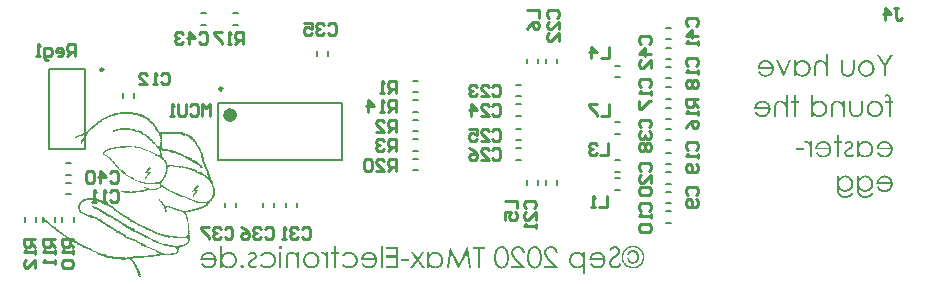
<source format=gbo>
G04*
G04 #@! TF.GenerationSoftware,Altium Limited,Altium Designer,18.1.11 (251)*
G04*
G04 Layer_Color=32896*
%FSLAX25Y25*%
%MOIN*%
G70*
G01*
G75*
%ADD10C,0.00984*%
%ADD11C,0.00787*%
%ADD14C,0.01000*%
%ADD59C,0.02362*%
G36*
X259640Y487400D02*
X259688Y487520D01*
X259927Y487423D01*
X259975Y487542D01*
X260332Y487398D01*
X260380Y487517D01*
X260738Y487373D01*
X260786Y487492D01*
X261143Y487348D01*
X261192Y487467D01*
X261549Y487322D01*
X261597Y487441D01*
X262193Y487201D01*
X262241Y487320D01*
X262599Y487175D01*
X262647Y487294D01*
X263243Y487054D01*
X263291Y487173D01*
X264244Y486788D01*
X264292Y486907D01*
X265484Y486425D01*
X265436Y486306D01*
X266746Y485777D01*
X266698Y485658D01*
X267294Y485417D01*
X267246Y485298D01*
X267603Y485153D01*
X267555Y485034D01*
X267794Y484938D01*
X267745Y484819D01*
X268103Y484674D01*
X268055Y484555D01*
X268293Y484459D01*
X268245Y484340D01*
X268483Y484243D01*
X268435Y484124D01*
X268673Y484028D01*
X268625Y483909D01*
X268864Y483812D01*
X268815Y483693D01*
X269054Y483597D01*
X269006Y483478D01*
X269125Y483430D01*
X269077Y483311D01*
X269315Y483214D01*
X269267Y483095D01*
X269505Y482999D01*
X269457Y482880D01*
X269576Y482831D01*
X269528Y482712D01*
X269766Y482616D01*
X269718Y482497D01*
X269837Y482449D01*
X269789Y482330D01*
X269908Y482281D01*
X269860Y482162D01*
X270099Y482066D01*
X270051Y481947D01*
X270170Y481899D01*
X270122Y481779D01*
X270241Y481731D01*
X270193Y481612D01*
X270312Y481564D01*
X270264Y481445D01*
X270215Y481326D01*
X270454Y481229D01*
X270406Y481110D01*
X270525Y481062D01*
X270477Y480943D01*
X271192Y480654D01*
X271240Y480773D01*
X271478Y480677D01*
X271526Y480796D01*
X271764Y480700D01*
X271813Y480819D01*
X272051Y480723D01*
X272099Y480842D01*
X272457Y480697D01*
X272505Y480817D01*
X272743Y480720D01*
X272791Y480839D01*
X273030Y480743D01*
X273078Y480862D01*
X273316Y480766D01*
X273364Y480885D01*
X273722Y480741D01*
X273770Y480860D01*
X274008Y480764D01*
X274056Y480883D01*
X274295Y480787D01*
X274343Y480906D01*
X274581Y480809D01*
X274629Y480929D01*
X274868Y480832D01*
X274916Y480951D01*
X275273Y480807D01*
X275321Y480926D01*
X275560Y480830D01*
X275608Y480949D01*
X275846Y480853D01*
X275894Y480972D01*
X276728Y480635D01*
X276777Y480754D01*
X277015Y480658D01*
X277063Y480777D01*
X277182Y480729D01*
X277230Y480848D01*
X277707Y480655D01*
X277755Y480774D01*
X278232Y480582D01*
X278280Y480701D01*
X278995Y480412D01*
X279043Y480531D01*
X280592Y479906D01*
X280544Y479786D01*
X281497Y479401D01*
X281449Y479282D01*
X281926Y479089D01*
X281878Y478970D01*
X282116Y478874D01*
X282068Y478755D01*
X282306Y478659D01*
X282258Y478539D01*
X282496Y478443D01*
X282448Y478324D01*
X282686Y478228D01*
X282638Y478109D01*
X282877Y478012D01*
X282829Y477893D01*
X282948Y477845D01*
X282900Y477726D01*
X283019Y477678D01*
X282971Y477558D01*
X283209Y477462D01*
X283161Y477343D01*
X283280Y477295D01*
X283232Y477176D01*
X283184Y477057D01*
X283303Y477008D01*
X283255Y476889D01*
X283374Y476841D01*
X283326Y476722D01*
X283564Y476626D01*
X283516Y476506D01*
X283754Y476410D01*
X283706Y476291D01*
X283825Y476243D01*
X283777Y476124D01*
X284015Y476027D01*
X283967Y475908D01*
X284206Y475812D01*
X284157Y475693D01*
X284396Y475597D01*
X284348Y475477D01*
X284299Y475358D01*
X284538Y475262D01*
X284490Y475143D01*
X284609Y475095D01*
X284561Y474975D01*
X284512Y474856D01*
X284464Y474737D01*
X284703Y474641D01*
X284655Y474522D01*
X284606Y474403D01*
X284726Y474354D01*
X284677Y474235D01*
X285035Y474091D01*
X284987Y473972D01*
X284939Y473852D01*
X285177Y473756D01*
X285129Y473637D01*
X285248Y473589D01*
X285200Y473470D01*
X285152Y473350D01*
X285271Y473302D01*
X285223Y473183D01*
X285342Y473135D01*
X285294Y473016D01*
X285246Y472897D01*
X285365Y472849D01*
X285317Y472729D01*
X285436Y472681D01*
X285388Y472562D01*
X285507Y472514D01*
X285459Y472395D01*
X285410Y472276D01*
X285530Y472227D01*
X285482Y472108D01*
X285433Y471989D01*
X285553Y471941D01*
X285504Y471822D01*
X285624Y471774D01*
X285575Y471655D01*
X285695Y471606D01*
X285646Y471487D01*
X285598Y471368D01*
X285717Y471320D01*
X285669Y471201D01*
X285788Y471153D01*
X285740Y471033D01*
X285859Y470985D01*
X285811Y470866D01*
X285930Y470818D01*
X285882Y470699D01*
X286001Y470651D01*
X285953Y470532D01*
X286072Y470483D01*
X286024Y470364D01*
X285976Y470245D01*
X286095Y470197D01*
X286047Y470078D01*
X286166Y470030D01*
X286118Y469910D01*
X286237Y469862D01*
X286189Y469743D01*
X286141Y469624D01*
X286260Y469576D01*
X286212Y469457D01*
X286331Y469409D01*
X286283Y469289D01*
X286402Y469241D01*
X286354Y469122D01*
X286473Y469074D01*
X286425Y468955D01*
X286544Y468907D01*
X286496Y468787D01*
X286615Y468739D01*
X286567Y468620D01*
X286806Y468524D01*
X286757Y468405D01*
X286877Y468357D01*
X286828Y468237D01*
X286948Y468189D01*
X286899Y468070D01*
X287019Y468022D01*
X286970Y467903D01*
X287090Y467855D01*
X287041Y467735D01*
X287161Y467687D01*
X287112Y467568D01*
X287232Y467520D01*
X287183Y467401D01*
X287303Y467353D01*
X287255Y467234D01*
X287374Y467185D01*
X287326Y467066D01*
X287445Y467018D01*
X287397Y466899D01*
X287516Y466851D01*
X287468Y466732D01*
X287420Y466612D01*
X287539Y466564D01*
X287491Y466445D01*
X287610Y466397D01*
X287561Y466278D01*
X287513Y466159D01*
X287752Y466062D01*
X287703Y465943D01*
X287942Y465847D01*
X287894Y465728D01*
X287846Y465609D01*
X287797Y465489D01*
X287917Y465441D01*
X287868Y465322D01*
X287820Y465203D01*
X288059Y465107D01*
X288011Y464988D01*
X288249Y464891D01*
X288201Y464772D01*
X288320Y464724D01*
X288272Y464605D01*
X288391Y464557D01*
X288343Y464437D01*
X288462Y464389D01*
X288414Y464270D01*
X288533Y464222D01*
X288485Y464103D01*
X288604Y464055D01*
X288556Y463936D01*
X288675Y463887D01*
X288627Y463768D01*
X288746Y463720D01*
X288698Y463601D01*
X288817Y463553D01*
X288769Y463434D01*
X288721Y463314D01*
X288840Y463266D01*
X288792Y463147D01*
X288743Y463028D01*
X288863Y462980D01*
X288814Y462861D01*
X289053Y462764D01*
X289005Y462645D01*
X288957Y462526D01*
X289076Y462478D01*
X289028Y462359D01*
X289147Y462311D01*
X289099Y462191D01*
X289218Y462143D01*
X289170Y462024D01*
X289289Y461976D01*
X289241Y461857D01*
X289193Y461738D01*
X289312Y461690D01*
X289264Y461570D01*
X289215Y461451D01*
X289335Y461403D01*
X289286Y461284D01*
X289406Y461236D01*
X289357Y461117D01*
X289309Y460997D01*
X289428Y460949D01*
X289380Y460830D01*
X289332Y460711D01*
X289451Y460663D01*
X289403Y460544D01*
X289355Y460424D01*
X289307Y460305D01*
X289259Y460186D01*
X289211Y460067D01*
X289162Y459948D01*
X289282Y459900D01*
X289233Y459781D01*
X289185Y459661D01*
X289137Y459542D01*
X289089Y459423D01*
X289041Y459304D01*
X288993Y459185D01*
X288945Y459065D01*
X288825Y459114D01*
X288777Y458994D01*
X288729Y458875D01*
X288681Y458756D01*
X288633Y458637D01*
X288585Y458518D01*
X288537Y458399D01*
X288417Y458447D01*
X288369Y458328D01*
X288321Y458209D01*
X288202Y458257D01*
X288154Y458138D01*
X288106Y458018D01*
X288057Y457899D01*
X287938Y457947D01*
X287890Y457828D01*
X287842Y457709D01*
X287723Y457757D01*
X287675Y457638D01*
X287627Y457519D01*
X287579Y457400D01*
X287530Y457280D01*
X287482Y457161D01*
X287363Y457209D01*
X287315Y457090D01*
X287267Y456971D01*
X287219Y456852D01*
X287170Y456733D01*
X287051Y456781D01*
X287003Y456662D01*
X286955Y456543D01*
X286836Y456591D01*
X286788Y456472D01*
X286739Y456352D01*
X286620Y456401D01*
X286572Y456281D01*
X286453Y456330D01*
X286405Y456210D01*
X286286Y456259D01*
X286238Y456139D01*
X286189Y456020D01*
X286070Y456068D01*
X286022Y455949D01*
X285974Y455830D01*
X285855Y455878D01*
X285807Y455759D01*
X285687Y455807D01*
X285639Y455688D01*
X285520Y455736D01*
X285472Y455617D01*
X285353Y455665D01*
X285305Y455546D01*
X285257Y455427D01*
X285138Y455475D01*
X285089Y455356D01*
X284970Y455404D01*
X284922Y455285D01*
X284803Y455333D01*
X284755Y455214D01*
X284516Y455310D01*
X284468Y455191D01*
X284349Y455239D01*
X284301Y455120D01*
X284182Y455168D01*
X284134Y455049D01*
X284015Y455097D01*
X283966Y454978D01*
X283847Y455026D01*
X283799Y454907D01*
X283561Y455003D01*
X283512Y454884D01*
X283393Y454932D01*
X283345Y454813D01*
X283107Y454909D01*
X283059Y454790D01*
X282820Y454886D01*
X282772Y454767D01*
X282724Y454648D01*
X282486Y454744D01*
X282438Y454625D01*
X282318Y454673D01*
X282270Y454554D01*
X282032Y454650D01*
X281984Y454531D01*
X281865Y454579D01*
X281817Y454460D01*
X281578Y454557D01*
X281530Y454437D01*
X281411Y454486D01*
X281363Y454366D01*
X281244Y454415D01*
X281195Y454295D01*
X280957Y454392D01*
X280909Y454273D01*
X280790Y454321D01*
X280742Y454201D01*
X280623Y454250D01*
X280574Y454130D01*
X280336Y454227D01*
X280288Y454108D01*
X280169Y454156D01*
X280121Y454037D01*
X279763Y454181D01*
X279715Y454062D01*
X279667Y453943D01*
X279619Y453824D01*
X279571Y453704D01*
X279809Y453608D01*
X279761Y453489D01*
X279880Y453441D01*
X279832Y453322D01*
X279784Y453202D01*
X279903Y453154D01*
X279855Y453035D01*
X279974Y452987D01*
X279926Y452868D01*
X280045Y452820D01*
X279997Y452701D01*
X279948Y452581D01*
X280068Y452533D01*
X280019Y452414D01*
X280139Y452366D01*
X280091Y452247D01*
X280210Y452199D01*
X280162Y452079D01*
X280114Y451960D01*
X280233Y451912D01*
X280185Y451793D01*
X280136Y451674D01*
X280256Y451626D01*
X280207Y451507D01*
X280327Y451458D01*
X280278Y451339D01*
X280398Y451291D01*
X280349Y451172D01*
X280301Y451053D01*
X280540Y450956D01*
X280491Y450837D01*
X280443Y450718D01*
X280562Y450670D01*
X280514Y450551D01*
X280466Y450432D01*
X280585Y450384D01*
X280537Y450264D01*
X280489Y450145D01*
X280608Y450097D01*
X280560Y449978D01*
X280512Y449859D01*
X280631Y449811D01*
X280583Y449691D01*
X280535Y449572D01*
X280654Y449524D01*
X280606Y449405D01*
X280558Y449286D01*
X280677Y449238D01*
X280629Y449118D01*
X280580Y448999D01*
X280700Y448951D01*
X280651Y448832D01*
X280771Y448784D01*
X280722Y448665D01*
X280674Y448546D01*
X280794Y448497D01*
X280745Y448378D01*
X280697Y448259D01*
X280816Y448211D01*
X280768Y448092D01*
X280720Y447972D01*
X280839Y447924D01*
X280791Y447805D01*
X280743Y447686D01*
X280862Y447638D01*
X280814Y447519D01*
X280766Y447400D01*
X280718Y447280D01*
X280837Y447232D01*
X280789Y447113D01*
X280741Y446994D01*
X280860Y446946D01*
X280812Y446827D01*
X280764Y446707D01*
X280883Y446659D01*
X280835Y446540D01*
X280786Y446421D01*
X280906Y446373D01*
X280857Y446254D01*
X280809Y446135D01*
X280928Y446086D01*
X280880Y445967D01*
X280999Y445919D01*
X280951Y445800D01*
X280832Y445848D01*
X280784Y445729D01*
X280903Y445681D01*
X280855Y445562D01*
X280974Y445513D01*
X280926Y445394D01*
X280878Y445275D01*
X280830Y445156D01*
X280782Y445037D01*
X280901Y444989D01*
X280853Y444870D01*
X280804Y444750D01*
X280756Y444631D01*
X280708Y444512D01*
X280660Y444393D01*
X280612Y444274D01*
X280731Y444226D01*
X280683Y444106D01*
X280635Y443987D01*
X280587Y443868D01*
X280467Y443916D01*
X280419Y443797D01*
X280371Y443678D01*
X280323Y443559D01*
X280204Y443607D01*
X280156Y443488D01*
X280107Y443368D01*
X280059Y443249D01*
X279821Y443346D01*
X279773Y443226D01*
X279725Y443107D01*
X279606Y443155D01*
X279557Y443036D01*
X279438Y443084D01*
X279390Y442965D01*
X279271Y443013D01*
X279223Y442894D01*
X279104Y442942D01*
X279056Y442823D01*
X278936Y442871D01*
X278888Y442752D01*
X278650Y442848D01*
X278602Y442729D01*
X278554Y442610D01*
X278315Y442706D01*
X278267Y442587D01*
X278148Y442635D01*
X278100Y442516D01*
X277981Y442564D01*
X277933Y442445D01*
X277813Y442493D01*
X277765Y442374D01*
X277717Y442255D01*
X277479Y442351D01*
X277431Y442232D01*
X277382Y442113D01*
X277263Y442161D01*
X277215Y442042D01*
X277167Y441923D01*
X277119Y441804D01*
X277071Y441685D01*
X277190Y441636D01*
X277142Y441517D01*
X277094Y441398D01*
X277213Y441350D01*
X277165Y441231D01*
X277116Y441112D01*
X277068Y440992D01*
X277020Y440873D01*
X276972Y440754D01*
X276924Y440635D01*
X276805Y440683D01*
X276757Y440564D01*
X276708Y440445D01*
X276589Y440493D01*
X276541Y440374D01*
X276493Y440255D01*
X276374Y440303D01*
X276326Y440184D01*
X276206Y440232D01*
X276158Y440113D01*
X275920Y440209D01*
X275872Y440090D01*
X275753Y440138D01*
X275705Y440019D01*
X275466Y440115D01*
X275418Y439996D01*
X275299Y440044D01*
X275251Y439925D01*
X275012Y440021D01*
X274964Y439902D01*
X274726Y439998D01*
X274678Y439879D01*
X274440Y439975D01*
X274391Y439856D01*
X274153Y439953D01*
X274105Y439833D01*
X273747Y439978D01*
X273699Y439859D01*
X273580Y439907D01*
X273532Y439788D01*
X273175Y439932D01*
X273126Y439813D01*
X272769Y439957D01*
X272721Y439838D01*
X272125Y440079D01*
X272077Y439960D01*
X271719Y440104D01*
X271671Y439985D01*
X271433Y440081D01*
X271385Y439962D01*
X271337Y439843D01*
X271098Y439939D01*
X271050Y439820D01*
X270931Y439868D01*
X270883Y439749D01*
X270835Y439630D01*
X270715Y439678D01*
X270667Y439559D01*
X270429Y439655D01*
X270381Y439536D01*
X270143Y439632D01*
X270094Y439513D01*
X269856Y439609D01*
X269808Y439490D01*
X269570Y439586D01*
X269521Y439467D01*
X269402Y439515D01*
X269354Y439396D01*
X268997Y439541D01*
X268949Y439422D01*
X268829Y439470D01*
X268781Y439351D01*
X268424Y439495D01*
X268376Y439376D01*
X268137Y439472D01*
X268089Y439353D01*
X267851Y439449D01*
X267803Y439330D01*
X267683Y439378D01*
X267635Y439259D01*
X267397Y439355D01*
X267349Y439236D01*
X267110Y439332D01*
X267062Y439213D01*
X266943Y439261D01*
X266895Y439142D01*
X266657Y439239D01*
X266609Y439119D01*
X266370Y439216D01*
X266322Y439097D01*
X266084Y439193D01*
X266036Y439074D01*
X265797Y439170D01*
X265749Y439051D01*
X265630Y439099D01*
X265582Y438980D01*
X265463Y439028D01*
X265415Y438909D01*
X264938Y439101D01*
X264890Y438982D01*
X264532Y439127D01*
X264484Y439008D01*
X264246Y439104D01*
X264198Y438985D01*
X263959Y439081D01*
X263911Y438962D01*
X263673Y439058D01*
X263625Y438939D01*
X263506Y438987D01*
X263457Y438868D01*
X263219Y438964D01*
X263171Y438845D01*
X262933Y438941D01*
X262884Y438822D01*
X262646Y438918D01*
X262598Y438799D01*
X262241Y438944D01*
X262192Y438825D01*
X262073Y438873D01*
X262025Y438754D01*
X261906Y438802D01*
X261858Y438683D01*
X261810Y438563D01*
X261761Y438444D01*
X262000Y438348D01*
X261952Y438229D01*
X262071Y438181D01*
X262023Y438061D01*
X262261Y437965D01*
X262213Y437846D01*
X262332Y437798D01*
X262284Y437679D01*
X262403Y437631D01*
X262355Y437511D01*
X262474Y437463D01*
X262426Y437344D01*
X262664Y437248D01*
X262616Y437129D01*
X262735Y437080D01*
X262687Y436961D01*
X262806Y436913D01*
X262758Y436794D01*
X262877Y436746D01*
X262829Y436627D01*
X262948Y436579D01*
X262900Y436459D01*
X263139Y436363D01*
X263090Y436244D01*
X263210Y436196D01*
X263161Y436077D01*
X263400Y435980D01*
X263351Y435861D01*
X263471Y435813D01*
X263422Y435694D01*
X263542Y435646D01*
X263494Y435527D01*
X263613Y435478D01*
X263565Y435359D01*
X263803Y435263D01*
X263755Y435144D01*
X263874Y435096D01*
X263826Y434976D01*
X263945Y434928D01*
X263897Y434809D01*
X264016Y434761D01*
X263968Y434642D01*
X264087Y434594D01*
X264039Y434475D01*
X264158Y434426D01*
X264110Y434307D01*
X264229Y434259D01*
X264181Y434140D01*
X264300Y434092D01*
X264252Y433973D01*
X264371Y433924D01*
X264323Y433805D01*
X264442Y433757D01*
X264394Y433638D01*
X264346Y433519D01*
X264465Y433471D01*
X264417Y433352D01*
X264536Y433303D01*
X264488Y433184D01*
X264440Y433065D01*
X264559Y433017D01*
X264511Y432898D01*
X264463Y432779D01*
X264582Y432730D01*
X264534Y432611D01*
X264653Y432563D01*
X264605Y432444D01*
X263770Y432781D01*
X263819Y432900D01*
X263867Y433019D01*
X263748Y433068D01*
X263796Y433187D01*
X263677Y433235D01*
X263725Y433354D01*
X263773Y433473D01*
X263654Y433521D01*
X263702Y433640D01*
X263583Y433688D01*
X263631Y433808D01*
X263512Y433856D01*
X263560Y433975D01*
X263441Y434023D01*
X263489Y434142D01*
X263370Y434191D01*
X263418Y434310D01*
X263299Y434358D01*
X263347Y434477D01*
X263228Y434525D01*
X263276Y434644D01*
X263157Y434692D01*
X263205Y434811D01*
X263086Y434860D01*
X263134Y434979D01*
X263015Y435027D01*
X263063Y435146D01*
X262944Y435194D01*
X262992Y435314D01*
X262873Y435362D01*
X262921Y435481D01*
X262802Y435529D01*
X262850Y435648D01*
X262611Y435744D01*
X262659Y435863D01*
X262540Y435912D01*
X262588Y436031D01*
X262469Y436079D01*
X262517Y436198D01*
X262279Y436294D01*
X262327Y436414D01*
X262208Y436462D01*
X262256Y436581D01*
X262137Y436629D01*
X262185Y436748D01*
X262066Y436796D01*
X262114Y436915D01*
X261995Y436964D01*
X262043Y437083D01*
X261805Y437179D01*
X261853Y437298D01*
X261734Y437346D01*
X261782Y437466D01*
X261663Y437514D01*
X261711Y437633D01*
X261592Y437681D01*
X261640Y437800D01*
X261521Y437848D01*
X261569Y437967D01*
X261331Y438064D01*
X261379Y438183D01*
X261260Y438231D01*
X261308Y438350D01*
X260712Y438591D01*
X260664Y438472D01*
X260545Y438520D01*
X260496Y438401D01*
X260258Y438497D01*
X260210Y438378D01*
X259972Y438474D01*
X259924Y438355D01*
X259685Y438451D01*
X259637Y438332D01*
X259399Y438428D01*
X259351Y438309D01*
X258993Y438454D01*
X258945Y438335D01*
X258707Y438431D01*
X258658Y438312D01*
X258301Y438456D01*
X258253Y438337D01*
X257895Y438481D01*
X257847Y438362D01*
X257371Y438555D01*
X257322Y438436D01*
X256965Y438580D01*
X256917Y438461D01*
X256440Y438654D01*
X256392Y438534D01*
X255796Y438775D01*
X255748Y438656D01*
X255391Y438800D01*
X255342Y438681D01*
X254985Y438826D01*
X254937Y438706D01*
X254341Y438947D01*
X254293Y438828D01*
X253578Y439117D01*
X253530Y438998D01*
X252695Y439335D01*
X252647Y439216D01*
X249907Y440323D01*
X249955Y440442D01*
X246022Y442031D01*
X246071Y442150D01*
X244879Y442631D01*
X244927Y442751D01*
X243855Y443184D01*
X243903Y443303D01*
X243069Y443640D01*
X243117Y443759D01*
X241687Y444337D01*
X241735Y444456D01*
X240901Y444793D01*
X240949Y444912D01*
X240353Y445153D01*
X240401Y445272D01*
X239806Y445513D01*
X239854Y445632D01*
X239139Y445921D01*
X239187Y446040D01*
X238591Y446281D01*
X238639Y446400D01*
X238162Y446593D01*
X238211Y446712D01*
X237853Y446856D01*
X237901Y446975D01*
X237425Y447168D01*
X237473Y447287D01*
X236877Y447528D01*
X236925Y447647D01*
X236568Y447791D01*
X236616Y447911D01*
X236139Y448103D01*
X236187Y448222D01*
X235830Y448367D01*
X235878Y448486D01*
X235521Y448630D01*
X235569Y448749D01*
X235211Y448894D01*
X235259Y449013D01*
X235021Y449109D01*
X235069Y449229D01*
X234712Y449373D01*
X234760Y449492D01*
X234283Y449685D01*
X234331Y449804D01*
X233974Y449948D01*
X234022Y450068D01*
X233545Y450260D01*
X233593Y450379D01*
X233236Y450524D01*
X233284Y450643D01*
X232688Y450884D01*
X232736Y451003D01*
X232379Y451147D01*
X232427Y451266D01*
X232189Y451363D01*
X232237Y451482D01*
X231879Y451626D01*
X231927Y451745D01*
X231689Y451842D01*
X231737Y451961D01*
X231618Y452009D01*
X231666Y452128D01*
X231714Y452247D01*
X231763Y452366D01*
X231811Y452486D01*
X231859Y452605D01*
X232216Y452460D01*
X232168Y452341D01*
X232287Y452293D01*
X232239Y452174D01*
X232478Y452078D01*
X232429Y451958D01*
X232787Y451814D01*
X232739Y451695D01*
X233096Y451550D01*
X233048Y451431D01*
X233525Y451239D01*
X233477Y451120D01*
X233834Y450975D01*
X233786Y450856D01*
X233905Y450808D01*
X233857Y450689D01*
X234334Y450496D01*
X234285Y450377D01*
X234643Y450232D01*
X234595Y450113D01*
X235071Y449921D01*
X235023Y449801D01*
X235381Y449657D01*
X235333Y449538D01*
X235690Y449394D01*
X235642Y449274D01*
X236119Y449082D01*
X236070Y448963D01*
X236309Y448866D01*
X236261Y448747D01*
X236737Y448555D01*
X236689Y448435D01*
X237166Y448243D01*
X237118Y448124D01*
X237714Y447883D01*
X237665Y447764D01*
X238023Y447619D01*
X237975Y447500D01*
X238451Y447308D01*
X238403Y447188D01*
X238880Y446996D01*
X238832Y446877D01*
X239428Y446636D01*
X239379Y446517D01*
X239975Y446276D01*
X239927Y446157D01*
X240404Y445964D01*
X240356Y445845D01*
X240951Y445604D01*
X240903Y445485D01*
X242333Y444908D01*
X242285Y444788D01*
X243238Y444403D01*
X243190Y444284D01*
X243905Y443995D01*
X243857Y443876D01*
X244930Y443443D01*
X244881Y443324D01*
X245596Y443035D01*
X245548Y442915D01*
X245667Y442867D01*
X245715Y442987D01*
X245835Y442938D01*
X245786Y442819D01*
X248408Y441760D01*
X248360Y441641D01*
X252531Y439956D01*
X252579Y440075D01*
X253770Y439594D01*
X253818Y439713D01*
X253938Y439665D01*
X253890Y439545D01*
X254009Y439497D01*
X254057Y439616D01*
X254653Y439376D01*
X254701Y439495D01*
X255297Y439254D01*
X255345Y439373D01*
X255702Y439229D01*
X255750Y439348D01*
X256227Y439155D01*
X256275Y439275D01*
X256752Y439082D01*
X256800Y439201D01*
X257157Y439057D01*
X257206Y439176D01*
X257563Y439032D01*
X257611Y439151D01*
X257850Y439054D01*
X257898Y439174D01*
X258374Y438981D01*
X258422Y439100D01*
X258661Y439004D01*
X258709Y439123D01*
X258947Y439027D01*
X258996Y439146D01*
X259353Y439001D01*
X259401Y439121D01*
X259759Y438976D01*
X259807Y439095D01*
X260045Y438999D01*
X260093Y439118D01*
X260332Y439022D01*
X260380Y439141D01*
X260618Y439045D01*
X260666Y439164D01*
X260905Y439068D01*
X260953Y439187D01*
X261191Y439090D01*
X261239Y439210D01*
X261358Y439161D01*
X261406Y439281D01*
X261645Y439184D01*
X261693Y439304D01*
X261812Y439255D01*
X261860Y439375D01*
X261979Y439326D01*
X262028Y439446D01*
X262266Y439349D01*
X262314Y439468D01*
X262552Y439372D01*
X262600Y439491D01*
X262839Y439395D01*
X262887Y439514D01*
X263244Y439370D01*
X263293Y439489D01*
X263531Y439393D01*
X263579Y439512D01*
X263817Y439416D01*
X263865Y439535D01*
X264223Y439390D01*
X264271Y439509D01*
X264509Y439413D01*
X264558Y439532D01*
X264915Y439388D01*
X264963Y439507D01*
X265201Y439411D01*
X265250Y439530D01*
X265488Y439434D01*
X265536Y439553D01*
X265774Y439457D01*
X265823Y439576D01*
X266061Y439479D01*
X266109Y439599D01*
X266347Y439502D01*
X266395Y439621D01*
X266634Y439525D01*
X266682Y439644D01*
X266801Y439596D01*
X266849Y439715D01*
X267207Y439571D01*
X267255Y439690D01*
X267374Y439642D01*
X267422Y439761D01*
X267661Y439665D01*
X267709Y439784D01*
X267947Y439688D01*
X267995Y439807D01*
X268233Y439711D01*
X268282Y439830D01*
X268401Y439782D01*
X268449Y439901D01*
X268806Y439756D01*
X268855Y439875D01*
X268974Y439827D01*
X269022Y439946D01*
X269260Y439850D01*
X269308Y439969D01*
X269547Y439873D01*
X269595Y439992D01*
X269714Y439944D01*
X269762Y440063D01*
X270001Y439967D01*
X270049Y440086D01*
X270287Y439990D01*
X270335Y440109D01*
X270454Y440061D01*
X270502Y440180D01*
X270622Y440132D01*
X270670Y440251D01*
X270718Y440370D01*
X270766Y440489D01*
X269574Y440971D01*
X269622Y441090D01*
X266286Y442438D01*
X266334Y442557D01*
X264427Y443327D01*
X264476Y443447D01*
X263284Y443928D01*
X263332Y444047D01*
X259638Y445540D01*
X259686Y445659D01*
X258852Y445996D01*
X258900Y446115D01*
X258305Y446356D01*
X258353Y446475D01*
X257757Y446716D01*
X257805Y446835D01*
X256971Y447172D01*
X257019Y447291D01*
X256066Y447676D01*
X256114Y447795D01*
X255399Y448084D01*
X255447Y448203D01*
X254851Y448444D01*
X254899Y448563D01*
X254184Y448852D01*
X254233Y448971D01*
X253637Y449212D01*
X253685Y449331D01*
X253208Y449524D01*
X253256Y449643D01*
X252780Y449835D01*
X252828Y449955D01*
X252351Y450147D01*
X252399Y450266D01*
X251684Y450555D01*
X251732Y450674D01*
X251017Y450963D01*
X251066Y451082D01*
X249755Y451612D01*
X249803Y451731D01*
X248015Y452453D01*
X247967Y452334D01*
X244512Y453730D01*
X244560Y453850D01*
X244321Y453946D01*
X244370Y454065D01*
X244250Y454113D01*
X244299Y454232D01*
X243941Y454377D01*
X243989Y454496D01*
X243870Y454544D01*
X243918Y454663D01*
X243799Y454711D01*
X243847Y454831D01*
X243895Y454950D01*
X243776Y454998D01*
X243824Y455117D01*
X243705Y455165D01*
X243753Y455284D01*
X243634Y455332D01*
X243682Y455452D01*
X243730Y455571D01*
X243611Y455619D01*
X243659Y455738D01*
X243708Y455857D01*
X243588Y455905D01*
X243637Y456025D01*
X243685Y456144D01*
X243733Y456263D01*
X243614Y456311D01*
X243662Y456430D01*
X243710Y456549D01*
X243758Y456669D01*
X243806Y456788D01*
X243925Y456740D01*
X243974Y456859D01*
X244022Y456978D01*
X244070Y457097D01*
X244118Y457216D01*
X244166Y457335D01*
X244285Y457287D01*
X244334Y457406D01*
X244382Y457525D01*
X244430Y457645D01*
X244549Y457596D01*
X244597Y457716D01*
X244645Y457835D01*
X244764Y457787D01*
X244813Y457906D01*
X244932Y457858D01*
X244980Y457977D01*
X245028Y458096D01*
X245147Y458048D01*
X245195Y458167D01*
X245315Y458119D01*
X245363Y458238D01*
X245411Y458357D01*
X245530Y458309D01*
X245578Y458428D01*
X245697Y458380D01*
X245745Y458499D01*
X245865Y458451D01*
X245913Y458570D01*
X246032Y458522D01*
X246080Y458641D01*
X246318Y458545D01*
X246367Y458664D01*
X246486Y458616D01*
X246534Y458735D01*
X246772Y458639D01*
X246820Y458758D01*
X246939Y458710D01*
X246988Y458829D01*
X247226Y458733D01*
X247274Y458852D01*
X247512Y458756D01*
X247561Y458875D01*
X247799Y458779D01*
X247847Y458898D01*
X248085Y458801D01*
X248133Y458921D01*
X248610Y458728D01*
X248658Y458847D01*
X249016Y458703D01*
X249064Y458822D01*
X249421Y458677D01*
X249469Y458797D01*
X251853Y457834D01*
X251805Y457715D01*
X253473Y457041D01*
X253425Y456921D01*
X254735Y456392D01*
X254687Y456273D01*
X255283Y456032D01*
X255235Y455913D01*
X255712Y455720D01*
X255663Y455601D01*
X256021Y455456D01*
X255973Y455337D01*
X256330Y455193D01*
X256282Y455074D01*
X256521Y454978D01*
X256472Y454858D01*
X256949Y454666D01*
X256901Y454547D01*
X257616Y454258D01*
X257568Y454139D01*
X258044Y453946D01*
X257996Y453827D01*
X258473Y453634D01*
X258425Y453515D01*
X259021Y453274D01*
X258972Y453155D01*
X259687Y452866D01*
X259639Y452747D01*
X260235Y452506D01*
X260187Y452387D01*
X260902Y452098D01*
X260854Y451979D01*
X261807Y451594D01*
X261759Y451475D01*
X262593Y451138D01*
X262545Y451019D01*
X263379Y450682D01*
X263331Y450563D01*
X264403Y450129D01*
X264355Y450010D01*
X265666Y449480D01*
X265618Y449361D01*
X268239Y448302D01*
X268191Y448183D01*
X272005Y446642D01*
X272053Y446762D01*
X273006Y446376D01*
X273054Y446496D01*
X273531Y446303D01*
X273579Y446422D01*
X274175Y446181D01*
X274223Y446301D01*
X274699Y446108D01*
X274748Y446227D01*
X275224Y446035D01*
X275272Y446154D01*
X275630Y446009D01*
X275678Y446129D01*
X276035Y445984D01*
X276084Y446103D01*
X276560Y445911D01*
X276608Y446030D01*
X276966Y445885D01*
X277014Y446004D01*
X277372Y445860D01*
X277420Y445979D01*
X277777Y445835D01*
X277825Y445954D01*
X278183Y445810D01*
X278231Y445929D01*
X278469Y445832D01*
X278518Y445952D01*
X278875Y445807D01*
X278923Y445926D01*
X279042Y445878D01*
X279090Y445997D01*
X279448Y445853D01*
X279496Y445972D01*
X279615Y445924D01*
X279663Y446043D01*
X279783Y445995D01*
X279831Y446114D01*
X279950Y446066D01*
X279998Y446185D01*
X280046Y446304D01*
X280094Y446423D01*
X280142Y446543D01*
X280191Y446662D01*
X280239Y446781D01*
X280287Y446900D01*
X280335Y447019D01*
X280216Y447067D01*
X280264Y447187D01*
X280312Y447306D01*
X280360Y447425D01*
X280241Y447473D01*
X280289Y447592D01*
X280337Y447711D01*
X280218Y447759D01*
X280266Y447879D01*
X280314Y447998D01*
X280363Y448117D01*
X280243Y448165D01*
X280292Y448284D01*
X280340Y448403D01*
X280221Y448452D01*
X280269Y448571D01*
X280317Y448690D01*
X280198Y448738D01*
X280246Y448857D01*
X280294Y448976D01*
X280175Y449024D01*
X280223Y449144D01*
X280271Y449263D01*
X280152Y449311D01*
X280200Y449430D01*
X280248Y449549D01*
X280296Y449669D01*
X280177Y449717D01*
X280225Y449836D01*
X280274Y449955D01*
X280154Y450003D01*
X280203Y450122D01*
X280251Y450241D01*
X280132Y450290D01*
X280180Y450409D01*
X280228Y450528D01*
X280109Y450576D01*
X280157Y450695D01*
X280038Y450743D01*
X280086Y450863D01*
X280134Y450982D01*
X280015Y451030D01*
X280063Y451149D01*
X279944Y451197D01*
X279992Y451316D01*
X279873Y451364D01*
X279921Y451484D01*
X279969Y451603D01*
X279850Y451651D01*
X279898Y451770D01*
X279779Y451818D01*
X279827Y451937D01*
X279708Y451986D01*
X279756Y452105D01*
X279804Y452224D01*
X279685Y452272D01*
X279733Y452391D01*
X279614Y452439D01*
X279662Y452558D01*
X279543Y452607D01*
X279591Y452726D01*
X279639Y452845D01*
X279520Y452893D01*
X279568Y453012D01*
X279449Y453060D01*
X279497Y453180D01*
X279378Y453228D01*
X279426Y453347D01*
X279307Y453395D01*
X279355Y453514D01*
X279236Y453562D01*
X279284Y453681D01*
X279046Y453778D01*
X279094Y453897D01*
X277068Y454715D01*
X277020Y454596D01*
X274637Y455559D01*
X274589Y455440D01*
X273635Y455825D01*
X273587Y455706D01*
X273349Y455802D01*
X273301Y455683D01*
X273182Y455731D01*
X273133Y455612D01*
X273085Y455493D01*
X273037Y455374D01*
X272989Y455255D01*
X272941Y455135D01*
X273060Y455087D01*
X273012Y454968D01*
X273131Y454920D01*
X273083Y454801D01*
X273202Y454753D01*
X273154Y454634D01*
X273273Y454585D01*
X273225Y454466D01*
X273344Y454418D01*
X273296Y454299D01*
X273248Y454180D01*
X273200Y454061D01*
X272842Y454205D01*
X272890Y454324D01*
X272771Y454372D01*
X272819Y454491D01*
X272700Y454540D01*
X272748Y454659D01*
X272629Y454707D01*
X272677Y454826D01*
X272558Y454874D01*
X272606Y454993D01*
X272487Y455042D01*
X272535Y455161D01*
X272416Y455209D01*
X272464Y455328D01*
X272345Y455376D01*
X272393Y455495D01*
X272441Y455614D01*
X272322Y455663D01*
X272370Y455782D01*
X272251Y455830D01*
X272299Y455949D01*
X272180Y455997D01*
X272228Y456116D01*
X272109Y456165D01*
X272157Y456284D01*
X271919Y456380D01*
X271967Y456499D01*
X271848Y456547D01*
X271896Y456666D01*
X271658Y456763D01*
X271706Y456882D01*
X271587Y456930D01*
X271635Y457049D01*
X271396Y457146D01*
X271445Y457265D01*
X271325Y457313D01*
X271374Y457432D01*
X271016Y457576D01*
X271064Y457695D01*
X270707Y457840D01*
X270755Y457959D01*
X270636Y458007D01*
X270684Y458126D01*
X270446Y458223D01*
X270494Y458342D01*
X270542Y458461D01*
X270661Y458413D01*
X270709Y458532D01*
X270948Y458436D01*
X270899Y458317D01*
X271138Y458220D01*
X271090Y458101D01*
X271328Y458005D01*
X271280Y457886D01*
X271518Y457789D01*
X271470Y457670D01*
X271708Y457574D01*
X271660Y457455D01*
X271898Y457359D01*
X271850Y457239D01*
X272089Y457143D01*
X272041Y457024D01*
X272160Y456976D01*
X272112Y456857D01*
X272350Y456760D01*
X272302Y456641D01*
X272421Y456593D01*
X272373Y456474D01*
X273326Y456089D01*
X273374Y456208D01*
X273970Y455967D01*
X274018Y456086D01*
X274971Y455701D01*
X275020Y455820D01*
X276926Y455050D01*
X276974Y455169D01*
X278523Y454543D01*
X278572Y454662D01*
X279048Y454470D01*
X279096Y454589D01*
X279454Y454445D01*
X279502Y454564D01*
X279740Y454467D01*
X279788Y454587D01*
X280027Y454490D01*
X280075Y454609D01*
X280123Y454729D01*
X280361Y454632D01*
X280410Y454751D01*
X280648Y454655D01*
X280696Y454774D01*
X280815Y454726D01*
X280863Y454845D01*
X281102Y454749D01*
X281150Y454868D01*
X281198Y454987D01*
X281436Y454891D01*
X281484Y455010D01*
X281604Y454962D01*
X281652Y455081D01*
X281890Y454985D01*
X281938Y455104D01*
X282057Y455056D01*
X282105Y455175D01*
X282225Y455127D01*
X282273Y455246D01*
X282511Y455150D01*
X282559Y455269D01*
X282678Y455221D01*
X282727Y455340D01*
X282965Y455244D01*
X283013Y455363D01*
X283132Y455315D01*
X283180Y455434D01*
X283419Y455338D01*
X283467Y455457D01*
X283586Y455409D01*
X283634Y455528D01*
X283682Y455647D01*
X283801Y455599D01*
X283850Y455718D01*
X284088Y455622D01*
X284136Y455741D01*
X284255Y455693D01*
X284303Y455812D01*
X284422Y455764D01*
X284471Y455883D01*
X284590Y455835D01*
X284638Y455954D01*
X284757Y455906D01*
X284805Y456025D01*
X284924Y455977D01*
X284973Y456096D01*
X285092Y456048D01*
X285140Y456167D01*
X285259Y456119D01*
X285307Y456238D01*
X285426Y456190D01*
X285474Y456309D01*
X285594Y456261D01*
X285642Y456380D01*
X285761Y456332D01*
X285809Y456451D01*
X285857Y456570D01*
X285976Y456522D01*
X286024Y456641D01*
X286144Y456593D01*
X286192Y456712D01*
X286240Y456832D01*
X286288Y456951D01*
X286336Y457070D01*
X285860Y457262D01*
X285811Y457143D01*
X285573Y457239D01*
X285525Y457120D01*
X285168Y457265D01*
X285119Y457146D01*
X284881Y457242D01*
X284833Y457123D01*
X284475Y457267D01*
X284427Y457148D01*
X283951Y457341D01*
X283903Y457222D01*
X283426Y457414D01*
X283378Y457295D01*
X278134Y459413D01*
X278086Y459294D01*
X275226Y460450D01*
X275275Y460569D01*
X273964Y461098D01*
X274012Y461217D01*
X273297Y461506D01*
X273345Y461625D01*
X272630Y461914D01*
X272678Y462034D01*
X271487Y462515D01*
X271439Y462396D01*
X271319Y462444D01*
X271271Y462325D01*
X271223Y462206D01*
X271104Y462254D01*
X271056Y462135D01*
X270937Y462183D01*
X270888Y462064D01*
X270769Y462112D01*
X270721Y461993D01*
X270602Y462041D01*
X270554Y461922D01*
X270435Y461970D01*
X270387Y461851D01*
X270267Y461899D01*
X270219Y461779D01*
X270100Y461828D01*
X270052Y461708D01*
X269933Y461757D01*
X269885Y461637D01*
X269765Y461686D01*
X269717Y461566D01*
X269479Y461663D01*
X269431Y461544D01*
X269312Y461592D01*
X269264Y461473D01*
X269144Y461521D01*
X269096Y461402D01*
X268858Y461498D01*
X268810Y461379D01*
X268452Y461523D01*
X268404Y461404D01*
X268047Y461548D01*
X267999Y461429D01*
X267641Y461574D01*
X267593Y461454D01*
X267355Y461551D01*
X267306Y461432D01*
X267068Y461528D01*
X267020Y461409D01*
X266782Y461505D01*
X266734Y461386D01*
X266614Y461434D01*
X266566Y461315D01*
X266447Y461363D01*
X266399Y461244D01*
X266280Y461292D01*
X266232Y461173D01*
X265993Y461269D01*
X265945Y461150D01*
X265826Y461198D01*
X265778Y461079D01*
X265659Y461127D01*
X265611Y461008D01*
X265372Y461104D01*
X265324Y460985D01*
X265086Y461081D01*
X265038Y460962D01*
X264799Y461059D01*
X264751Y460939D01*
X264513Y461036D01*
X264465Y460916D01*
X264345Y460965D01*
X264297Y460845D01*
X264059Y460942D01*
X264011Y460822D01*
X263773Y460919D01*
X263724Y460800D01*
X263486Y460896D01*
X263438Y460777D01*
X263319Y460825D01*
X263271Y460706D01*
X263032Y460802D01*
X262984Y460683D01*
X262865Y460731D01*
X262817Y460612D01*
X262579Y460708D01*
X262530Y460589D01*
X262292Y460685D01*
X262244Y460566D01*
X262005Y460662D01*
X261957Y460543D01*
X261719Y460640D01*
X261671Y460520D01*
X261433Y460617D01*
X261385Y460498D01*
X261027Y460642D01*
X260979Y460523D01*
X260740Y460619D01*
X260692Y460500D01*
X260335Y460644D01*
X260287Y460525D01*
X259810Y460718D01*
X259762Y460599D01*
X259285Y460791D01*
X259237Y460672D01*
X258880Y460816D01*
X258832Y460697D01*
X258236Y460938D01*
X258188Y460819D01*
X257949Y460915D01*
X257997Y461034D01*
X257878Y461083D01*
X257926Y461202D01*
X257975Y461321D01*
X258213Y461225D01*
X258261Y461344D01*
X258738Y461151D01*
X258786Y461270D01*
X259262Y461078D01*
X259311Y461197D01*
X259906Y460956D01*
X259955Y461075D01*
X260312Y460931D01*
X260360Y461050D01*
X260718Y460906D01*
X260766Y461025D01*
X261123Y460880D01*
X261171Y460999D01*
X261410Y460903D01*
X261458Y461022D01*
X261696Y460926D01*
X261744Y461045D01*
X261863Y460997D01*
X261912Y461116D01*
X262150Y461020D01*
X262198Y461139D01*
X262437Y461043D01*
X262485Y461162D01*
X262723Y461066D01*
X262771Y461185D01*
X263009Y461089D01*
X263057Y461208D01*
X263296Y461111D01*
X263344Y461231D01*
X263582Y461134D01*
X263631Y461253D01*
X263869Y461157D01*
X263917Y461276D01*
X264036Y461228D01*
X264084Y461347D01*
X264323Y461251D01*
X264371Y461370D01*
X264609Y461274D01*
X264657Y461393D01*
X264776Y461345D01*
X264825Y461464D01*
X264944Y461416D01*
X264992Y461535D01*
X265230Y461439D01*
X265278Y461558D01*
X265517Y461462D01*
X265565Y461581D01*
X265684Y461533D01*
X265732Y461652D01*
X265970Y461556D01*
X266019Y461675D01*
X266067Y461794D01*
X266115Y461913D01*
X266163Y462032D01*
X266044Y462080D01*
X266092Y462199D01*
X265496Y462440D01*
X265544Y462560D01*
X265592Y462679D01*
X265712Y462631D01*
X265760Y462750D01*
X265998Y462653D01*
X265950Y462534D01*
X267737Y461812D01*
X267786Y461931D01*
X268143Y461787D01*
X268191Y461906D01*
X268549Y461762D01*
X268597Y461881D01*
X268835Y461784D01*
X268883Y461903D01*
X269002Y461855D01*
X269051Y461974D01*
X269289Y461878D01*
X269337Y461997D01*
X269456Y461949D01*
X269504Y462068D01*
X269623Y462020D01*
X269672Y462139D01*
X269910Y462043D01*
X269958Y462162D01*
X270006Y462282D01*
X270245Y462185D01*
X270293Y462304D01*
X270531Y462208D01*
X270579Y462327D01*
X270627Y462446D01*
X270746Y462398D01*
X270795Y462517D01*
X270843Y462637D01*
X270891Y462756D01*
X270939Y462875D01*
X270987Y462994D01*
X271035Y463113D01*
X271083Y463232D01*
X270964Y463280D01*
X271012Y463400D01*
X270178Y463737D01*
X270130Y463618D01*
X269892Y463714D01*
X269844Y463595D01*
X269605Y463691D01*
X269557Y463572D01*
X269319Y463668D01*
X269271Y463549D01*
X269032Y463645D01*
X268984Y463526D01*
X268746Y463622D01*
X268698Y463503D01*
X268460Y463599D01*
X268411Y463480D01*
X268173Y463577D01*
X268125Y463457D01*
X267767Y463602D01*
X267719Y463483D01*
X267362Y463627D01*
X267314Y463508D01*
X266956Y463652D01*
X266908Y463533D01*
X266431Y463726D01*
X266383Y463607D01*
X265907Y463799D01*
X265858Y463680D01*
X265143Y463969D01*
X265095Y463850D01*
X264499Y464090D01*
X264451Y463971D01*
X261711Y465079D01*
X261759Y465198D01*
X261640Y465246D01*
X261591Y465127D01*
X261472Y465175D01*
X261520Y465294D01*
X260805Y465583D01*
X260854Y465702D01*
X260139Y465991D01*
X260187Y466110D01*
X259710Y466303D01*
X259758Y466422D01*
X259401Y466566D01*
X259449Y466685D01*
X258972Y466878D01*
X259020Y466997D01*
X258544Y467190D01*
X258592Y467309D01*
X258115Y467502D01*
X258163Y467621D01*
X257925Y467717D01*
X257973Y467836D01*
X257735Y467933D01*
X257783Y468052D01*
X257425Y468196D01*
X257474Y468315D01*
X257116Y468460D01*
X257164Y468579D01*
X256926Y468675D01*
X256974Y468794D01*
X256736Y468891D01*
X256784Y469010D01*
X256546Y469106D01*
X256594Y469225D01*
X256356Y469321D01*
X256404Y469441D01*
X256165Y469537D01*
X256213Y469656D01*
X255975Y469752D01*
X256023Y469872D01*
X255785Y469968D01*
X255833Y470087D01*
X255595Y470183D01*
X255643Y470302D01*
X255405Y470399D01*
X255453Y470518D01*
X255214Y470614D01*
X255262Y470733D01*
X255024Y470830D01*
X255072Y470949D01*
X254834Y471045D01*
X254882Y471164D01*
X254644Y471260D01*
X254692Y471380D01*
X254454Y471476D01*
X254502Y471595D01*
X254144Y471740D01*
X254192Y471859D01*
X253954Y471955D01*
X254002Y472074D01*
X253764Y472170D01*
X253812Y472290D01*
X253455Y472434D01*
X253503Y472553D01*
X252311Y473035D01*
X252359Y473154D01*
X252002Y473298D01*
X252050Y473418D01*
X251931Y473466D01*
X251979Y473585D01*
X251860Y473633D01*
X251908Y473752D01*
X251956Y473871D01*
X252004Y473990D01*
X252052Y474110D01*
X252100Y474229D01*
X252220Y474181D01*
X252268Y474300D01*
X252316Y474419D01*
X252435Y474371D01*
X252483Y474490D01*
X252531Y474609D01*
X252579Y474728D01*
X252699Y474680D01*
X252747Y474799D01*
X252866Y474751D01*
X252914Y474870D01*
X253033Y474822D01*
X253081Y474941D01*
X253201Y474893D01*
X253249Y475012D01*
X253368Y474964D01*
X253416Y475083D01*
X253535Y475035D01*
X253583Y475154D01*
X253703Y475106D01*
X253751Y475225D01*
X253870Y475177D01*
X253918Y475296D01*
X254037Y475248D01*
X254085Y475367D01*
X254324Y475271D01*
X254372Y475390D01*
X254491Y475342D01*
X254539Y475461D01*
X254777Y475365D01*
X254826Y475484D01*
X254945Y475436D01*
X254993Y475555D01*
X255112Y475507D01*
X255160Y475626D01*
X255399Y475530D01*
X255447Y475649D01*
X255566Y475601D01*
X255614Y475720D01*
X255852Y475624D01*
X255900Y475743D01*
X256020Y475695D01*
X256068Y475814D01*
X256187Y475766D01*
X256235Y475885D01*
X256592Y475741D01*
X256641Y475860D01*
X256760Y475812D01*
X256808Y475931D01*
X257046Y475835D01*
X257094Y475954D01*
X257333Y475857D01*
X257381Y475977D01*
X257500Y475928D01*
X257548Y476048D01*
X257786Y475951D01*
X257835Y476070D01*
X258073Y475974D01*
X258121Y476093D01*
X258360Y475997D01*
X258408Y476116D01*
X258646Y476020D01*
X258694Y476139D01*
X258932Y476043D01*
X258981Y476162D01*
X259219Y476066D01*
X259267Y476185D01*
X259625Y476040D01*
X259673Y476159D01*
X259911Y476063D01*
X259959Y476182D01*
X260317Y476038D01*
X260365Y476157D01*
X260722Y476013D01*
X260770Y476132D01*
X261009Y476035D01*
X261057Y476155D01*
X261295Y476058D01*
X261343Y476178D01*
X261701Y476033D01*
X261749Y476152D01*
X262106Y476008D01*
X262155Y476127D01*
X262393Y476031D01*
X262441Y476150D01*
X262918Y475957D01*
X262966Y476077D01*
X263442Y475884D01*
X263491Y476003D01*
X264087Y475762D01*
X264135Y475881D01*
X264969Y475545D01*
X265017Y475664D01*
X268354Y474316D01*
X268305Y474196D01*
X269735Y473619D01*
X269687Y473499D01*
X270879Y473018D01*
X270927Y473137D01*
X270975Y473256D01*
X271023Y473376D01*
X271071Y473495D01*
X271119Y473614D01*
X270881Y473710D01*
X270929Y473829D01*
X270977Y473948D01*
X270858Y473997D01*
X270906Y474116D01*
X270955Y474235D01*
X270835Y474283D01*
X270883Y474402D01*
X270764Y474450D01*
X270813Y474570D01*
X270693Y474618D01*
X270742Y474737D01*
X270622Y474785D01*
X270671Y474904D01*
X270551Y474952D01*
X270600Y475071D01*
X270361Y475168D01*
X270409Y475287D01*
X270290Y475335D01*
X270338Y475454D01*
X270100Y475551D01*
X270148Y475670D01*
X269910Y475766D01*
X269958Y475885D01*
X269600Y476030D01*
X269649Y476149D01*
X269410Y476245D01*
X269458Y476364D01*
X269220Y476461D01*
X269268Y476580D01*
X269149Y476628D01*
X269197Y476747D01*
X268840Y476891D01*
X268888Y477011D01*
X268650Y477107D01*
X268698Y477226D01*
X268340Y477371D01*
X268388Y477490D01*
X268150Y477586D01*
X268198Y477705D01*
X267960Y477801D01*
X268008Y477920D01*
X267651Y478065D01*
X267699Y478184D01*
X267341Y478329D01*
X267389Y478448D01*
X267151Y478544D01*
X267199Y478663D01*
X266961Y478759D01*
X267009Y478879D01*
X266652Y479023D01*
X266700Y479142D01*
X266104Y479383D01*
X266152Y479502D01*
X265675Y479695D01*
X265723Y479814D01*
X264413Y480343D01*
X264461Y480463D01*
X264222Y480559D01*
X264174Y480440D01*
X263817Y480584D01*
X263865Y480703D01*
X263508Y480848D01*
X263459Y480729D01*
X262029Y481306D01*
X261981Y481187D01*
X261266Y481476D01*
X261218Y481357D01*
X260741Y481550D01*
X260693Y481430D01*
X260336Y481575D01*
X260288Y481456D01*
X259811Y481648D01*
X259763Y481529D01*
X259286Y481722D01*
X259238Y481602D01*
X258881Y481747D01*
X258833Y481628D01*
X258713Y481676D01*
X258665Y481557D01*
X258308Y481701D01*
X258260Y481582D01*
X258021Y481678D01*
X257973Y481559D01*
X257854Y481607D01*
X257806Y481488D01*
X257567Y481584D01*
X257519Y481465D01*
X257281Y481561D01*
X257233Y481442D01*
X257114Y481490D01*
X257066Y481371D01*
X256946Y481419D01*
X256898Y481300D01*
X256779Y481348D01*
X256731Y481229D01*
X256612Y481277D01*
X256564Y481158D01*
X256325Y481254D01*
X256277Y481135D01*
X256158Y481183D01*
X256110Y481064D01*
X255991Y481112D01*
X255943Y480993D01*
X255823Y481041D01*
X255775Y480922D01*
X255537Y481019D01*
X255489Y480899D01*
X255250Y480996D01*
X255202Y480877D01*
X255083Y480925D01*
X255131Y481044D01*
X255179Y481163D01*
X255227Y481282D01*
X255347Y481234D01*
X255395Y481353D01*
X255443Y481472D01*
X255562Y481424D01*
X255610Y481543D01*
X255729Y481495D01*
X255778Y481614D01*
X255897Y481566D01*
X255945Y481685D01*
X256183Y481589D01*
X256231Y481708D01*
X256350Y481660D01*
X256399Y481779D01*
X256637Y481683D01*
X256685Y481802D01*
X256804Y481754D01*
X256852Y481873D01*
X256972Y481825D01*
X257020Y481944D01*
X257258Y481848D01*
X257306Y481967D01*
X257425Y481919D01*
X257473Y482038D01*
X257712Y481942D01*
X257760Y482061D01*
X257998Y481965D01*
X258047Y482084D01*
X258285Y481988D01*
X258333Y482107D01*
X258571Y482011D01*
X258619Y482130D01*
X258977Y481985D01*
X259025Y482104D01*
X259263Y482008D01*
X259312Y482127D01*
X259550Y482031D01*
X259598Y482150D01*
X259956Y482006D01*
X260004Y482125D01*
X260480Y481932D01*
X260528Y482051D01*
X260886Y481907D01*
X260934Y482026D01*
X261411Y481834D01*
X261459Y481953D01*
X262293Y481616D01*
X262341Y481735D01*
X263414Y481301D01*
X263462Y481421D01*
X265130Y480747D01*
X265082Y480627D01*
X266035Y480242D01*
X265987Y480123D01*
X266583Y479882D01*
X266535Y479763D01*
X266892Y479619D01*
X266844Y479500D01*
X267201Y479355D01*
X267153Y479236D01*
X267630Y479043D01*
X267582Y478924D01*
X267820Y478828D01*
X267772Y478709D01*
X268010Y478613D01*
X267962Y478493D01*
X268200Y478397D01*
X268152Y478278D01*
X268510Y478134D01*
X268462Y478014D01*
X268700Y477918D01*
X268652Y477799D01*
X269009Y477655D01*
X268961Y477535D01*
X269200Y477439D01*
X269151Y477320D01*
X269390Y477224D01*
X269342Y477105D01*
X269580Y477008D01*
X269532Y476889D01*
X269770Y476793D01*
X269722Y476674D01*
X270079Y476529D01*
X270031Y476410D01*
X270270Y476314D01*
X270221Y476194D01*
X270460Y476098D01*
X270412Y475979D01*
X270650Y475883D01*
X270602Y475764D01*
X270840Y475667D01*
X270888Y475786D01*
X270936Y475906D01*
X270985Y476025D01*
X271033Y476144D01*
X270914Y476192D01*
X270962Y476311D01*
X271010Y476430D01*
X271058Y476550D01*
X271106Y476669D01*
X270987Y476717D01*
X271035Y476836D01*
X271083Y476955D01*
X270964Y477003D01*
X271012Y477122D01*
X271060Y477242D01*
X271109Y477361D01*
X270989Y477409D01*
X271038Y477528D01*
X271086Y477647D01*
X271134Y477767D01*
X271015Y477815D01*
X271063Y477934D01*
X271111Y478053D01*
X271159Y478172D01*
X271040Y478220D01*
X271088Y478339D01*
X271136Y478459D01*
X271017Y478507D01*
X271065Y478626D01*
X271113Y478745D01*
X270994Y478793D01*
X271042Y478912D01*
X270923Y478961D01*
X270971Y479080D01*
X271020Y479199D01*
X270900Y479247D01*
X270949Y479366D01*
X270829Y479414D01*
X270877Y479533D01*
X270926Y479653D01*
X270687Y479749D01*
X270735Y479868D01*
X270616Y479916D01*
X270664Y480035D01*
X270545Y480084D01*
X270593Y480203D01*
X270474Y480251D01*
X270522Y480370D01*
X270403Y480418D01*
X270451Y480537D01*
X270213Y480634D01*
X270261Y480753D01*
X270142Y480801D01*
X270190Y480920D01*
X269952Y481016D01*
X270000Y481136D01*
X269881Y481184D01*
X269929Y481303D01*
X269691Y481399D01*
X269739Y481518D01*
X269620Y481566D01*
X269668Y481686D01*
X269429Y481782D01*
X269478Y481901D01*
X269358Y481949D01*
X269407Y482068D01*
X269287Y482117D01*
X269336Y482236D01*
X269216Y482284D01*
X269265Y482403D01*
X269026Y482499D01*
X269074Y482618D01*
X268836Y482715D01*
X268884Y482834D01*
X268765Y482882D01*
X268813Y483001D01*
X268575Y483098D01*
X268623Y483217D01*
X268504Y483265D01*
X268552Y483384D01*
X268195Y483528D01*
X268243Y483647D01*
X268004Y483744D01*
X268052Y483863D01*
X267695Y484007D01*
X267743Y484127D01*
X267505Y484223D01*
X267553Y484342D01*
X267315Y484438D01*
X267363Y484557D01*
X266886Y484750D01*
X266934Y484869D01*
X266338Y485110D01*
X266387Y485229D01*
X265552Y485566D01*
X265601Y485685D01*
X263336Y486600D01*
X263288Y486481D01*
X262812Y486673D01*
X262764Y486554D01*
X262168Y486795D01*
X262120Y486676D01*
X261643Y486868D01*
X261595Y486749D01*
X261237Y486894D01*
X261189Y486774D01*
X260832Y486919D01*
X260784Y486800D01*
X260545Y486896D01*
X260497Y486777D01*
X260140Y486921D01*
X260091Y486802D01*
X259734Y486947D01*
X259686Y486828D01*
X259447Y486924D01*
X259399Y486805D01*
X259042Y486949D01*
X258994Y486830D01*
X258755Y486926D01*
X258707Y486807D01*
X258469Y486903D01*
X258421Y486784D01*
X258182Y486880D01*
X258134Y486761D01*
X257896Y486858D01*
X257848Y486738D01*
X257610Y486835D01*
X257561Y486716D01*
X257323Y486812D01*
X257275Y486693D01*
X257036Y486789D01*
X256988Y486670D01*
X256869Y486718D01*
X256821Y486599D01*
X256702Y486647D01*
X256654Y486528D01*
X256535Y486576D01*
X256487Y486457D01*
X256367Y486505D01*
X256319Y486386D01*
X256081Y486482D01*
X256033Y486363D01*
X255913Y486411D01*
X255865Y486292D01*
X255746Y486340D01*
X255698Y486221D01*
X255579Y486269D01*
X255531Y486150D01*
X255292Y486246D01*
X255244Y486127D01*
X255006Y486223D01*
X254958Y486104D01*
X254839Y486152D01*
X254790Y486033D01*
X254671Y486081D01*
X254623Y485962D01*
X254504Y486010D01*
X254456Y485891D01*
X254337Y485939D01*
X254289Y485820D01*
X254050Y485916D01*
X254002Y485797D01*
X253883Y485845D01*
X253835Y485726D01*
X253716Y485774D01*
X253667Y485655D01*
X253548Y485703D01*
X253500Y485584D01*
X253381Y485632D01*
X253333Y485513D01*
X253285Y485394D01*
X253166Y485442D01*
X253117Y485323D01*
X252998Y485371D01*
X252950Y485252D01*
X252831Y485300D01*
X252783Y485181D01*
X252664Y485229D01*
X252615Y485110D01*
X252496Y485158D01*
X252448Y485039D01*
X252329Y485087D01*
X252281Y484968D01*
X252162Y485016D01*
X252114Y484897D01*
X252065Y484778D01*
X251946Y484826D01*
X251898Y484706D01*
X251779Y484755D01*
X251731Y484635D01*
X251683Y484516D01*
X251564Y484564D01*
X251515Y484445D01*
X251467Y484326D01*
X251348Y484374D01*
X251300Y484255D01*
X251181Y484303D01*
X251133Y484184D01*
X251013Y484232D01*
X250965Y484113D01*
X250917Y483994D01*
X250798Y484042D01*
X250750Y483923D01*
X250702Y483804D01*
X250583Y483852D01*
X250534Y483733D01*
X250415Y483781D01*
X250367Y483662D01*
X250319Y483543D01*
X250200Y483591D01*
X250152Y483472D01*
X250103Y483352D01*
X249984Y483401D01*
X249936Y483281D01*
X249888Y483162D01*
X249769Y483210D01*
X249721Y483091D01*
X249673Y482972D01*
X249553Y483020D01*
X249505Y482901D01*
X249457Y482782D01*
X249338Y482830D01*
X249290Y482711D01*
X249242Y482592D01*
X249123Y482640D01*
X249074Y482521D01*
X249026Y482402D01*
X248907Y482450D01*
X248859Y482331D01*
X248740Y482379D01*
X248692Y482260D01*
X248643Y482140D01*
X248595Y482021D01*
X248476Y482069D01*
X248428Y481950D01*
X248380Y481831D01*
X248261Y481879D01*
X248213Y481760D01*
X248093Y481808D01*
X248045Y481689D01*
X247997Y481570D01*
X247878Y481618D01*
X247830Y481499D01*
X247711Y481547D01*
X247662Y481428D01*
X247614Y481309D01*
X247566Y481189D01*
X247447Y481238D01*
X247399Y481118D01*
X247351Y480999D01*
X247303Y480880D01*
X247254Y480761D01*
X247135Y480809D01*
X247087Y480690D01*
X247039Y480571D01*
X246991Y480452D01*
X246943Y480332D01*
X246824Y480381D01*
X246775Y480261D01*
X246727Y480142D01*
X246679Y480023D01*
X246631Y479904D01*
X246583Y479785D01*
X246535Y479666D01*
X246416Y479714D01*
X246367Y479595D01*
X246319Y479475D01*
X246271Y479356D01*
X246223Y479237D01*
X246104Y479285D01*
X246056Y479166D01*
X246007Y479047D01*
X245959Y478928D01*
X245911Y478809D01*
X245863Y478689D01*
X245815Y478570D01*
X245767Y478451D01*
X245648Y478499D01*
X245600Y478380D01*
X245551Y478261D01*
X245503Y478142D01*
X245455Y478023D01*
X245407Y477903D01*
X245359Y477784D01*
X245240Y477832D01*
X245191Y477713D01*
X245143Y477594D01*
X245095Y477475D01*
X245047Y477356D01*
X244999Y477237D01*
X244951Y477117D01*
X244903Y476998D01*
X244783Y477046D01*
X244735Y476927D01*
X244497Y477024D01*
X244545Y477143D01*
X244426Y477191D01*
X244474Y477310D01*
X244522Y477429D01*
X244570Y477548D01*
X244619Y477668D01*
X244667Y477787D01*
X244715Y477906D01*
X244763Y478025D01*
X244811Y478144D01*
X244930Y478096D01*
X244978Y478215D01*
X245027Y478334D01*
X245075Y478453D01*
X245123Y478573D01*
X245171Y478692D01*
X245290Y478644D01*
X245338Y478763D01*
X245386Y478882D01*
X245435Y479001D01*
X245554Y478953D01*
X245602Y479072D01*
X245650Y479191D01*
X245698Y479311D01*
X245746Y479430D01*
X245795Y479549D01*
X245843Y479668D01*
X245891Y479787D01*
X245533Y479932D01*
X245485Y479812D01*
X245366Y479860D01*
X245318Y479741D01*
X245199Y479789D01*
X245150Y479670D01*
X245031Y479718D01*
X244983Y479599D01*
X244864Y479647D01*
X244816Y479528D01*
X244697Y479576D01*
X244649Y479457D01*
X244529Y479505D01*
X244481Y479386D01*
X244243Y479483D01*
X244195Y479363D01*
X244076Y479412D01*
X244027Y479292D01*
X243908Y479341D01*
X243860Y479221D01*
X243741Y479270D01*
X243693Y479150D01*
X243574Y479199D01*
X243526Y479079D01*
X243406Y479128D01*
X243358Y479008D01*
X243239Y479057D01*
X243191Y478937D01*
X243072Y478986D01*
X243024Y478866D01*
X242904Y478914D01*
X242856Y478795D01*
X242737Y478843D01*
X242689Y478724D01*
X242451Y478821D01*
X242499Y478940D01*
X242547Y479059D01*
X242595Y479178D01*
X242643Y479297D01*
X242762Y479249D01*
X242811Y479368D01*
X242930Y479320D01*
X242978Y479439D01*
X243097Y479391D01*
X243145Y479510D01*
X243264Y479462D01*
X243313Y479581D01*
X243432Y479533D01*
X243480Y479652D01*
X243599Y479604D01*
X243647Y479723D01*
X243766Y479675D01*
X243814Y479794D01*
X244053Y479698D01*
X244101Y479817D01*
X244220Y479769D01*
X244268Y479888D01*
X244387Y479840D01*
X244436Y479959D01*
X244555Y479911D01*
X244603Y480030D01*
X244651Y480149D01*
X244770Y480101D01*
X244818Y480220D01*
X244937Y480172D01*
X244986Y480292D01*
X245105Y480243D01*
X245153Y480363D01*
X245272Y480314D01*
X245320Y480434D01*
X245439Y480385D01*
X245487Y480505D01*
X245726Y480408D01*
X245774Y480527D01*
X245893Y480479D01*
X245941Y480598D01*
X246060Y480550D01*
X246109Y480669D01*
X246228Y480621D01*
X246276Y480740D01*
X246324Y480860D01*
X246443Y480811D01*
X246491Y480931D01*
X246539Y481050D01*
X246659Y481002D01*
X246707Y481121D01*
X246755Y481240D01*
X246803Y481359D01*
X246922Y481311D01*
X246970Y481430D01*
X247019Y481549D01*
X247138Y481501D01*
X247186Y481620D01*
X247234Y481740D01*
X247353Y481691D01*
X247401Y481811D01*
X247449Y481930D01*
X247498Y482049D01*
X247617Y482001D01*
X247665Y482120D01*
X247713Y482239D01*
X247832Y482191D01*
X247880Y482310D01*
X248000Y482262D01*
X248048Y482381D01*
X248096Y482500D01*
X248215Y482452D01*
X248263Y482571D01*
X248311Y482690D01*
X248359Y482809D01*
X248479Y482761D01*
X248527Y482881D01*
X248646Y482832D01*
X248694Y482952D01*
X248742Y483071D01*
X248861Y483023D01*
X248909Y483142D01*
X248958Y483261D01*
X249077Y483213D01*
X249125Y483332D01*
X249173Y483451D01*
X249292Y483403D01*
X249340Y483522D01*
X249389Y483641D01*
X249508Y483593D01*
X249556Y483712D01*
X249604Y483832D01*
X249723Y483783D01*
X249771Y483903D01*
X249819Y484022D01*
X249939Y483974D01*
X249987Y484093D01*
X250106Y484045D01*
X250154Y484164D01*
X250202Y484283D01*
X250321Y484235D01*
X250370Y484354D01*
X250418Y484473D01*
X250537Y484425D01*
X250585Y484544D01*
X250704Y484496D01*
X250752Y484615D01*
X250871Y484567D01*
X250920Y484686D01*
X250968Y484805D01*
X251087Y484757D01*
X251135Y484876D01*
X251183Y484995D01*
X251302Y484947D01*
X251350Y485066D01*
X251470Y485018D01*
X251518Y485138D01*
X251566Y485257D01*
X251804Y485160D01*
X251852Y485280D01*
X251901Y485399D01*
X252020Y485351D01*
X252068Y485470D01*
X252187Y485422D01*
X252235Y485541D01*
X252354Y485493D01*
X252402Y485612D01*
X252451Y485731D01*
X252570Y485683D01*
X252618Y485802D01*
X252737Y485754D01*
X252785Y485873D01*
X252904Y485825D01*
X252953Y485944D01*
X253072Y485896D01*
X253120Y486015D01*
X253239Y485967D01*
X253287Y486086D01*
X253406Y486038D01*
X253454Y486157D01*
X253574Y486109D01*
X253622Y486228D01*
X253741Y486180D01*
X253789Y486299D01*
X253908Y486251D01*
X253956Y486370D01*
X254076Y486322D01*
X254124Y486441D01*
X254243Y486393D01*
X254291Y486512D01*
X254410Y486464D01*
X254458Y486583D01*
X254577Y486535D01*
X254626Y486654D01*
X254745Y486606D01*
X254793Y486725D01*
X254912Y486677D01*
X254960Y486796D01*
X255199Y486700D01*
X255247Y486819D01*
X255366Y486771D01*
X255414Y486890D01*
X255533Y486842D01*
X255581Y486961D01*
X255700Y486913D01*
X255749Y487032D01*
X255987Y486936D01*
X256035Y487055D01*
X256154Y487007D01*
X256202Y487126D01*
X256441Y487030D01*
X256489Y487149D01*
X256727Y487052D01*
X256775Y487172D01*
X256894Y487123D01*
X256943Y487243D01*
X257181Y487146D01*
X257229Y487266D01*
X257348Y487217D01*
X257396Y487337D01*
X257635Y487240D01*
X257683Y487360D01*
X257921Y487263D01*
X257969Y487382D01*
X258088Y487334D01*
X258137Y487453D01*
X258375Y487357D01*
X258423Y487476D01*
X258662Y487380D01*
X258710Y487499D01*
X258948Y487403D01*
X258996Y487522D01*
X259234Y487426D01*
X259283Y487545D01*
X259640Y487400D01*
D02*
G37*
G36*
X493618Y499431D02*
X492937D01*
Y501358D01*
Y501547D01*
X492929Y501719D01*
Y501875D01*
X492921Y502022D01*
X492912Y502154D01*
X492904Y502268D01*
X492896Y502375D01*
X492888Y502465D01*
X492880Y502539D01*
X492871Y502605D01*
Y502662D01*
X492863Y502711D01*
X492855Y502744D01*
X492847Y502769D01*
Y502777D01*
Y502785D01*
X492773Y502998D01*
X492683Y503195D01*
X492576Y503367D01*
X492470Y503515D01*
X492371Y503630D01*
X492322Y503679D01*
X492281Y503720D01*
X492256Y503753D01*
X492232Y503777D01*
X492215Y503785D01*
X492207Y503794D01*
X492117Y503867D01*
X492019Y503933D01*
X491920Y503982D01*
X491830Y504031D01*
X491641Y504105D01*
X491469Y504154D01*
X491330Y504179D01*
X491264Y504195D01*
X491207D01*
X491166Y504204D01*
X491108D01*
X490912Y504195D01*
X490748Y504163D01*
X490592Y504122D01*
X490469Y504072D01*
X490370Y504015D01*
X490297Y503974D01*
X490256Y503941D01*
X490239Y503933D01*
X490124Y503826D01*
X490026Y503703D01*
X489952Y503572D01*
X489887Y503449D01*
X489837Y503334D01*
X489805Y503236D01*
X489796Y503203D01*
X489788Y503179D01*
X489780Y503162D01*
Y503154D01*
X489764Y503088D01*
X489755Y503015D01*
X489747Y502924D01*
X489739Y502834D01*
X489723Y502637D01*
X489714Y502432D01*
X489706Y502244D01*
Y502162D01*
Y502088D01*
Y502022D01*
Y501981D01*
Y501949D01*
Y501940D01*
Y499431D01*
X489026D01*
Y502137D01*
Y502334D01*
X489034Y502514D01*
X489042Y502678D01*
X489058Y502834D01*
X489075Y502982D01*
X489099Y503105D01*
X489116Y503228D01*
X489132Y503326D01*
X489157Y503416D01*
X489173Y503498D01*
X489198Y503564D01*
X489214Y503613D01*
X489222Y503662D01*
X489239Y503687D01*
X489247Y503703D01*
Y503712D01*
X489337Y503892D01*
X489444Y504056D01*
X489559Y504195D01*
X489673Y504310D01*
X489772Y504400D01*
X489854Y504466D01*
X489887Y504491D01*
X489911Y504507D01*
X489919Y504523D01*
X489928D01*
X490100Y504622D01*
X490280Y504696D01*
X490452Y504753D01*
X490616Y504786D01*
X490756Y504810D01*
X490821Y504819D01*
X490871D01*
X490912Y504827D01*
X490969D01*
X491182Y504819D01*
X491379Y504786D01*
X491559Y504745D01*
X491715Y504696D01*
X491846Y504638D01*
X491904Y504622D01*
X491945Y504597D01*
X491986Y504581D01*
X492010Y504564D01*
X492027Y504556D01*
X492035D01*
X492215Y504441D01*
X492379Y504318D01*
X492535Y504179D01*
X492666Y504048D01*
X492781Y503933D01*
X492863Y503835D01*
X492896Y503794D01*
X492921Y503769D01*
X492929Y503753D01*
X492937Y503744D01*
Y506729D01*
X493618D01*
Y499431D01*
D02*
G37*
G36*
X485311Y504819D02*
X485508Y504794D01*
X485696Y504753D01*
X485877Y504704D01*
X486041Y504638D01*
X486197Y504573D01*
X486344Y504499D01*
X486475Y504425D01*
X486598Y504343D01*
X486705Y504269D01*
X486795Y504204D01*
X486877Y504146D01*
X486935Y504089D01*
X486984Y504048D01*
X487008Y504023D01*
X487017Y504015D01*
X487156Y503859D01*
X487279Y503703D01*
X487386Y503539D01*
X487476Y503375D01*
X487550Y503211D01*
X487615Y503047D01*
X487673Y502892D01*
X487714Y502744D01*
X487746Y502605D01*
X487771Y502473D01*
X487787Y502359D01*
X487796Y502260D01*
X487804Y502186D01*
X487812Y502121D01*
Y502088D01*
Y502072D01*
X487804Y501858D01*
X487779Y501653D01*
X487738Y501465D01*
X487689Y501276D01*
X487632Y501104D01*
X487566Y500940D01*
X487492Y500792D01*
X487418Y500653D01*
X487345Y500530D01*
X487271Y500423D01*
X487205Y500325D01*
X487148Y500251D01*
X487099Y500186D01*
X487058Y500145D01*
X487033Y500112D01*
X487025Y500104D01*
X486877Y499964D01*
X486713Y499841D01*
X486557Y499735D01*
X486393Y499636D01*
X486238Y499562D01*
X486074Y499497D01*
X485926Y499439D01*
X485778Y499398D01*
X485639Y499366D01*
X485516Y499341D01*
X485401Y499325D01*
X485311Y499316D01*
X485229Y499308D01*
X485172Y499300D01*
X485122D01*
X484893Y499308D01*
X484671Y499341D01*
X484483Y499382D01*
X484311Y499431D01*
X484229Y499448D01*
X484163Y499472D01*
X484106Y499497D01*
X484056Y499513D01*
X484015Y499530D01*
X483991Y499546D01*
X483974Y499554D01*
X483966D01*
X483769Y499661D01*
X483589Y499784D01*
X483425Y499915D01*
X483286Y500046D01*
X483171Y500153D01*
X483081Y500251D01*
X483048Y500284D01*
X483023Y500309D01*
X483015Y500325D01*
X483007Y500333D01*
Y499431D01*
X482326D01*
Y504696D01*
X483007D01*
Y503720D01*
X483163Y503917D01*
X483318Y504089D01*
X483474Y504228D01*
X483622Y504343D01*
X483745Y504433D01*
X483802Y504466D01*
X483843Y504499D01*
X483884Y504523D01*
X483909Y504532D01*
X483925Y504548D01*
X483933D01*
X484130Y504638D01*
X484335Y504712D01*
X484532Y504761D01*
X484712Y504794D01*
X484794Y504802D01*
X484876Y504810D01*
X484942Y504819D01*
X484999Y504827D01*
X485106D01*
X485311Y504819D01*
D02*
G37*
G36*
X512904Y502834D02*
Y499431D01*
X512191D01*
Y502834D01*
X509936Y506549D01*
X510756D01*
X512560Y503589D01*
X514388Y506549D01*
X515200D01*
X512904Y502834D01*
D02*
G37*
G36*
X478874Y499431D02*
X478751D01*
X476340Y504696D01*
X477070D01*
X478825Y500850D01*
X480596Y504696D01*
X481301D01*
X478874Y499431D01*
D02*
G37*
G36*
X502482Y502162D02*
Y501957D01*
X502474Y501768D01*
X502457Y501588D01*
X502441Y501424D01*
X502424Y501276D01*
X502400Y501137D01*
X502383Y501014D01*
X502359Y500899D01*
X502334Y500801D01*
X502310Y500719D01*
X502293Y500645D01*
X502277Y500587D01*
X502260Y500538D01*
X502244Y500505D01*
X502236Y500489D01*
Y500481D01*
X502129Y500284D01*
X502006Y500112D01*
X501883Y499964D01*
X501752Y499841D01*
X501645Y499743D01*
X501547Y499669D01*
X501514Y499644D01*
X501490Y499628D01*
X501473Y499612D01*
X501465D01*
X501260Y499505D01*
X501047Y499431D01*
X500834Y499374D01*
X500629Y499341D01*
X500530Y499325D01*
X500448Y499316D01*
X500374Y499308D01*
X500309D01*
X500251Y499300D01*
X500178D01*
X499899Y499316D01*
X499653Y499349D01*
X499538Y499374D01*
X499431Y499398D01*
X499333Y499423D01*
X499251Y499456D01*
X499169Y499489D01*
X499103Y499513D01*
X499038Y499538D01*
X498989Y499562D01*
X498948Y499587D01*
X498923Y499595D01*
X498907Y499612D01*
X498898D01*
X498718Y499735D01*
X498562Y499874D01*
X498431Y500022D01*
X498316Y500161D01*
X498234Y500284D01*
X498201Y500333D01*
X498177Y500382D01*
X498152Y500423D01*
X498136Y500448D01*
X498128Y500464D01*
Y500473D01*
X498087Y500579D01*
X498046Y500702D01*
X497980Y500965D01*
X497939Y501235D01*
X497906Y501498D01*
X497898Y501621D01*
X497890Y501735D01*
X497882Y501842D01*
X497873Y501932D01*
Y502006D01*
Y502063D01*
Y502104D01*
Y502113D01*
Y504696D01*
X498562D01*
Y502236D01*
Y502055D01*
X498570Y501899D01*
Y501752D01*
X498579Y501621D01*
X498587Y501498D01*
X498595Y501391D01*
X498603Y501301D01*
X498611Y501219D01*
X498628Y501153D01*
X498636Y501088D01*
X498644Y501047D01*
X498652Y501006D01*
X498661Y500973D01*
Y500956D01*
X498669Y500940D01*
X498734Y500784D01*
X498816Y500645D01*
X498907Y500522D01*
X498997Y500415D01*
X499087Y500333D01*
X499153Y500276D01*
X499202Y500243D01*
X499210Y500227D01*
X499218D01*
X499374Y500136D01*
X499530Y500071D01*
X499694Y500022D01*
X499841Y499989D01*
X499981Y499972D01*
X500038Y499964D01*
X500079D01*
X500120Y499956D01*
X500178D01*
X500383Y499964D01*
X500571Y499997D01*
X500735Y500046D01*
X500875Y500095D01*
X500998Y500145D01*
X501080Y500194D01*
X501112Y500210D01*
X501137Y500227D01*
X501145Y500235D01*
X501153D01*
X501293Y500350D01*
X501416Y500473D01*
X501506Y500596D01*
X501588Y500719D01*
X501645Y500833D01*
X501678Y500915D01*
X501695Y500948D01*
X501703Y500973D01*
X501711Y500989D01*
Y500997D01*
X501727Y501063D01*
X501744Y501145D01*
X501752Y501235D01*
X501760Y501334D01*
X501777Y501539D01*
X501793Y501744D01*
Y501842D01*
Y501932D01*
X501801Y502014D01*
Y502088D01*
Y502154D01*
Y502195D01*
Y502227D01*
Y502236D01*
Y504696D01*
X502482D01*
Y502162D01*
D02*
G37*
G36*
X473093Y504819D02*
X473323Y504786D01*
X473536Y504737D01*
X473733Y504671D01*
X473921Y504597D01*
X474093Y504507D01*
X474249Y504417D01*
X474389Y504327D01*
X474520Y504236D01*
X474626Y504146D01*
X474725Y504056D01*
X474807Y503982D01*
X474864Y503917D01*
X474913Y503867D01*
X474938Y503835D01*
X474946Y503826D01*
X475053Y503679D01*
X475151Y503523D01*
X475233Y503375D01*
X475299Y503220D01*
X475364Y503072D01*
X475414Y502924D01*
X475455Y502777D01*
X475487Y502646D01*
X475512Y502523D01*
X475528Y502408D01*
X475545Y502301D01*
X475553Y502219D01*
Y502145D01*
X475561Y502088D01*
Y502055D01*
Y502047D01*
X475553Y501850D01*
X475528Y501662D01*
X475496Y501473D01*
X475446Y501301D01*
X475397Y501129D01*
X475332Y500973D01*
X475266Y500825D01*
X475200Y500694D01*
X475135Y500571D01*
X475069Y500456D01*
X475004Y500366D01*
X474954Y500284D01*
X474905Y500218D01*
X474872Y500177D01*
X474848Y500145D01*
X474840Y500136D01*
X474700Y499989D01*
X474544Y499858D01*
X474380Y499751D01*
X474216Y499653D01*
X474044Y499571D01*
X473880Y499505D01*
X473716Y499448D01*
X473552Y499407D01*
X473405Y499374D01*
X473265Y499341D01*
X473134Y499325D01*
X473027Y499316D01*
X472937Y499308D01*
X472872Y499300D01*
X472814D01*
X472601Y499308D01*
X472404Y499325D01*
X472232Y499357D01*
X472076Y499390D01*
X471945Y499415D01*
X471896Y499431D01*
X471855Y499448D01*
X471822Y499456D01*
X471797Y499464D01*
X471781Y499472D01*
X471773D01*
X471609Y499546D01*
X471453Y499628D01*
X471305Y499710D01*
X471182Y499792D01*
X471084Y499866D01*
X471010Y499923D01*
X470961Y499964D01*
X470945Y499981D01*
X470813Y500120D01*
X470682Y500268D01*
X470576Y500415D01*
X470477Y500555D01*
X470395Y500686D01*
X470362Y500735D01*
X470338Y500784D01*
X470313Y500825D01*
X470305Y500850D01*
X470289Y500866D01*
Y500874D01*
X470863Y501178D01*
X470977Y500997D01*
X471084Y500842D01*
X471182Y500719D01*
X471273Y500612D01*
X471346Y500530D01*
X471396Y500473D01*
X471428Y500440D01*
X471445Y500432D01*
X471551Y500350D01*
X471658Y500276D01*
X471765Y500210D01*
X471863Y500161D01*
X471953Y500120D01*
X472027Y500087D01*
X472076Y500071D01*
X472084Y500063D01*
X472093D01*
X472232Y500013D01*
X472371Y499981D01*
X472511Y499956D01*
X472626Y499940D01*
X472732Y499931D01*
X472806Y499923D01*
X472880D01*
X473036Y499931D01*
X473175Y499948D01*
X473314Y499981D01*
X473446Y500013D01*
X473569Y500054D01*
X473683Y500104D01*
X473790Y500161D01*
X473888Y500218D01*
X473979Y500268D01*
X474052Y500325D01*
X474126Y500374D01*
X474175Y500415D01*
X474225Y500448D01*
X474257Y500481D01*
X474274Y500497D01*
X474282Y500505D01*
X474380Y500620D01*
X474471Y500743D01*
X474544Y500866D01*
X474610Y500989D01*
X474667Y501120D01*
X474717Y501243D01*
X474782Y501481D01*
X474807Y501588D01*
X474831Y501694D01*
X474840Y501785D01*
X474856Y501858D01*
Y501924D01*
X474864Y501973D01*
Y502006D01*
Y502014D01*
X470116D01*
X470125Y502211D01*
X470149Y502400D01*
X470174Y502580D01*
X470215Y502744D01*
X470264Y502908D01*
X470313Y503056D01*
X470362Y503187D01*
X470420Y503310D01*
X470469Y503425D01*
X470526Y503523D01*
X470576Y503605D01*
X470617Y503671D01*
X470649Y503728D01*
X470682Y503769D01*
X470699Y503794D01*
X470707Y503802D01*
X470863Y503982D01*
X471027Y504138D01*
X471207Y504277D01*
X471379Y504392D01*
X471560Y504491D01*
X471740Y504581D01*
X471912Y504646D01*
X472084Y504696D01*
X472240Y504745D01*
X472388Y504769D01*
X472519Y504794D01*
X472634Y504810D01*
X472724Y504819D01*
X472798Y504827D01*
X472855D01*
X473093Y504819D01*
D02*
G37*
G36*
X506615Y504819D02*
X506828Y504786D01*
X507033Y504745D01*
X507221Y504687D01*
X507402Y504622D01*
X507574Y504548D01*
X507722Y504466D01*
X507861Y504384D01*
X507992Y504302D01*
X508099Y504220D01*
X508197Y504146D01*
X508271Y504081D01*
X508337Y504023D01*
X508378Y503982D01*
X508410Y503949D01*
X508419Y503941D01*
X508542Y503785D01*
X508656Y503630D01*
X508755Y503466D01*
X508837Y503310D01*
X508902Y503146D01*
X508960Y502990D01*
X509009Y502834D01*
X509050Y502695D01*
X509083Y502555D01*
X509099Y502432D01*
X509116Y502326D01*
X509132Y502227D01*
Y502154D01*
X509140Y502096D01*
Y502063D01*
Y502047D01*
X509132Y501842D01*
X509107Y501645D01*
X509066Y501457D01*
X509017Y501276D01*
X508960Y501112D01*
X508902Y500948D01*
X508829Y500801D01*
X508755Y500669D01*
X508689Y500546D01*
X508615Y500440D01*
X508558Y500341D01*
X508492Y500268D01*
X508451Y500202D01*
X508410Y500161D01*
X508386Y500128D01*
X508378Y500120D01*
X508230Y499972D01*
X508074Y499849D01*
X507910Y499743D01*
X507738Y499644D01*
X507574Y499571D01*
X507410Y499497D01*
X507254Y499448D01*
X507098Y499407D01*
X506951Y499366D01*
X506820Y499341D01*
X506697Y499325D01*
X506598Y499316D01*
X506508Y499308D01*
X506451Y499300D01*
X506393D01*
X506172Y499308D01*
X505959Y499333D01*
X505762Y499374D01*
X505573Y499431D01*
X505401Y499489D01*
X505237Y499562D01*
X505089Y499636D01*
X504950Y499710D01*
X504835Y499784D01*
X504720Y499858D01*
X504630Y499931D01*
X504556Y499989D01*
X504499Y500046D01*
X504450Y500087D01*
X504425Y500112D01*
X504417Y500120D01*
X504278Y500276D01*
X504163Y500440D01*
X504056Y500604D01*
X503974Y500768D01*
X503900Y500932D01*
X503835Y501088D01*
X503786Y501243D01*
X503745Y501391D01*
X503712Y501530D01*
X503687Y501653D01*
X503671Y501768D01*
X503654Y501858D01*
Y501940D01*
X503646Y501998D01*
Y502031D01*
Y502047D01*
X503654Y502252D01*
X503679Y502441D01*
X503712Y502629D01*
X503761Y502801D01*
X503818Y502974D01*
X503876Y503129D01*
X503941Y503269D01*
X504007Y503400D01*
X504081Y503523D01*
X504146Y503630D01*
X504204Y503720D01*
X504261Y503802D01*
X504310Y503859D01*
X504343Y503908D01*
X504368Y503933D01*
X504376Y503941D01*
X504532Y504097D01*
X504696Y504236D01*
X504860Y504351D01*
X505032Y504450D01*
X505196Y504540D01*
X505368Y504614D01*
X505532Y504671D01*
X505688Y504720D01*
X505836Y504753D01*
X505967Y504778D01*
X506090Y504802D01*
X506188Y504810D01*
X506278Y504819D01*
X506336Y504827D01*
X506393D01*
X506615Y504819D01*
D02*
G37*
G36*
X480252Y485964D02*
X479571D01*
Y487891D01*
Y488080D01*
X479563Y488252D01*
Y488408D01*
X479555Y488556D01*
X479546Y488687D01*
X479538Y488802D01*
X479530Y488908D01*
X479522Y488999D01*
X479514Y489072D01*
X479505Y489138D01*
Y489195D01*
X479497Y489245D01*
X479489Y489277D01*
X479481Y489302D01*
Y489310D01*
Y489318D01*
X479407Y489532D01*
X479317Y489728D01*
X479210Y489900D01*
X479104Y490048D01*
X479005Y490163D01*
X478956Y490212D01*
X478915Y490253D01*
X478890Y490286D01*
X478866Y490310D01*
X478849Y490319D01*
X478841Y490327D01*
X478751Y490401D01*
X478653Y490466D01*
X478554Y490516D01*
X478464Y490565D01*
X478275Y490638D01*
X478103Y490688D01*
X477964Y490712D01*
X477898Y490729D01*
X477841D01*
X477800Y490737D01*
X477742D01*
X477546Y490729D01*
X477382Y490696D01*
X477226Y490655D01*
X477103Y490606D01*
X477004Y490548D01*
X476931Y490507D01*
X476890Y490475D01*
X476873Y490466D01*
X476758Y490360D01*
X476660Y490237D01*
X476586Y490105D01*
X476521Y489983D01*
X476471Y489868D01*
X476439Y489769D01*
X476430Y489737D01*
X476422Y489712D01*
X476414Y489696D01*
Y489687D01*
X476398Y489622D01*
X476389Y489548D01*
X476381Y489458D01*
X476373Y489367D01*
X476357Y489171D01*
X476348Y488966D01*
X476340Y488777D01*
Y488695D01*
Y488621D01*
Y488556D01*
Y488515D01*
Y488482D01*
Y488474D01*
Y485964D01*
X475660D01*
Y488670D01*
Y488867D01*
X475668Y489048D01*
X475676Y489212D01*
X475692Y489367D01*
X475709Y489515D01*
X475733Y489638D01*
X475750Y489761D01*
X475766Y489859D01*
X475791Y489950D01*
X475807Y490032D01*
X475832Y490097D01*
X475848Y490146D01*
X475856Y490196D01*
X475873Y490220D01*
X475881Y490237D01*
Y490245D01*
X475971Y490425D01*
X476078Y490589D01*
X476193Y490729D01*
X476307Y490843D01*
X476406Y490934D01*
X476488Y490999D01*
X476521Y491024D01*
X476545Y491040D01*
X476553Y491057D01*
X476562D01*
X476734Y491155D01*
X476914Y491229D01*
X477086Y491286D01*
X477250Y491319D01*
X477390Y491344D01*
X477455Y491352D01*
X477505D01*
X477546Y491360D01*
X477603D01*
X477816Y491352D01*
X478013Y491319D01*
X478193Y491278D01*
X478349Y491229D01*
X478480Y491172D01*
X478538Y491155D01*
X478579Y491130D01*
X478620Y491114D01*
X478644Y491098D01*
X478661Y491089D01*
X478669D01*
X478849Y490975D01*
X479013Y490852D01*
X479169Y490712D01*
X479300Y490581D01*
X479415Y490466D01*
X479497Y490368D01*
X479530Y490327D01*
X479555Y490302D01*
X479563Y490286D01*
X479571Y490278D01*
Y493262D01*
X480252D01*
Y485964D01*
D02*
G37*
G36*
X505311Y488695D02*
Y488490D01*
X505303Y488302D01*
X505286Y488121D01*
X505270Y487957D01*
X505253Y487810D01*
X505229Y487670D01*
X505212Y487547D01*
X505188Y487432D01*
X505163Y487334D01*
X505139Y487252D01*
X505122Y487178D01*
X505106Y487121D01*
X505089Y487072D01*
X505073Y487039D01*
X505065Y487022D01*
Y487014D01*
X504958Y486817D01*
X504835Y486645D01*
X504712Y486497D01*
X504581Y486375D01*
X504474Y486276D01*
X504376Y486202D01*
X504343Y486178D01*
X504319Y486161D01*
X504302Y486145D01*
X504294D01*
X504089Y486038D01*
X503876Y485964D01*
X503663Y485907D01*
X503458Y485874D01*
X503359Y485858D01*
X503277Y485850D01*
X503203Y485842D01*
X503138D01*
X503080Y485833D01*
X503007D01*
X502728Y485850D01*
X502482Y485883D01*
X502367Y485907D01*
X502260Y485932D01*
X502162Y485956D01*
X502080Y485989D01*
X501998Y486022D01*
X501932Y486047D01*
X501867Y486071D01*
X501818Y486096D01*
X501777Y486120D01*
X501752Y486129D01*
X501736Y486145D01*
X501727D01*
X501547Y486268D01*
X501391Y486407D01*
X501260Y486555D01*
X501145Y486694D01*
X501063Y486817D01*
X501030Y486867D01*
X501006Y486916D01*
X500981Y486957D01*
X500965Y486981D01*
X500957Y486998D01*
Y487006D01*
X500916Y487113D01*
X500875Y487235D01*
X500809Y487498D01*
X500768Y487769D01*
X500735Y488031D01*
X500727Y488154D01*
X500719Y488269D01*
X500711Y488375D01*
X500702Y488465D01*
Y488539D01*
Y488597D01*
Y488638D01*
Y488646D01*
Y491229D01*
X501391D01*
Y488769D01*
Y488588D01*
X501399Y488433D01*
Y488285D01*
X501408Y488154D01*
X501416Y488031D01*
X501424Y487924D01*
X501432Y487834D01*
X501440Y487752D01*
X501457Y487686D01*
X501465Y487621D01*
X501473Y487580D01*
X501481Y487539D01*
X501490Y487506D01*
Y487490D01*
X501498Y487473D01*
X501563Y487318D01*
X501645Y487178D01*
X501736Y487055D01*
X501826Y486948D01*
X501916Y486867D01*
X501982Y486809D01*
X502031Y486776D01*
X502039Y486760D01*
X502047D01*
X502203Y486670D01*
X502359Y486604D01*
X502523Y486555D01*
X502670Y486522D01*
X502810Y486506D01*
X502867Y486497D01*
X502908D01*
X502949Y486489D01*
X503007D01*
X503212Y486497D01*
X503400Y486530D01*
X503564Y486580D01*
X503704Y486629D01*
X503827Y486678D01*
X503909Y486727D01*
X503941Y486743D01*
X503966Y486760D01*
X503974Y486768D01*
X503982D01*
X504122Y486883D01*
X504245Y487006D01*
X504335Y487129D01*
X504417Y487252D01*
X504474Y487367D01*
X504507Y487449D01*
X504524Y487481D01*
X504532Y487506D01*
X504540Y487523D01*
Y487531D01*
X504556Y487596D01*
X504573Y487678D01*
X504581Y487769D01*
X504589Y487867D01*
X504606Y488072D01*
X504622Y488277D01*
Y488375D01*
Y488465D01*
X504630Y488548D01*
Y488621D01*
Y488687D01*
Y488728D01*
Y488761D01*
Y488769D01*
Y491229D01*
X505311D01*
Y488695D01*
D02*
G37*
G36*
X471994Y491352D02*
X472224Y491319D01*
X472437Y491270D01*
X472634Y491204D01*
X472822Y491130D01*
X472995Y491040D01*
X473150Y490950D01*
X473290Y490860D01*
X473421Y490770D01*
X473528Y490680D01*
X473626Y490589D01*
X473708Y490516D01*
X473765Y490450D01*
X473815Y490401D01*
X473839Y490368D01*
X473847Y490360D01*
X473954Y490212D01*
X474052Y490056D01*
X474134Y489909D01*
X474200Y489753D01*
X474266Y489605D01*
X474315Y489458D01*
X474356Y489310D01*
X474389Y489179D01*
X474413Y489056D01*
X474430Y488941D01*
X474446Y488834D01*
X474454Y488753D01*
Y488679D01*
X474462Y488621D01*
Y488588D01*
Y488580D01*
X474454Y488383D01*
X474430Y488195D01*
X474397Y488006D01*
X474348Y487834D01*
X474298Y487662D01*
X474233Y487506D01*
X474167Y487359D01*
X474102Y487227D01*
X474036Y487104D01*
X473970Y486989D01*
X473905Y486899D01*
X473856Y486817D01*
X473806Y486752D01*
X473774Y486711D01*
X473749Y486678D01*
X473741Y486670D01*
X473601Y486522D01*
X473446Y486391D01*
X473282Y486284D01*
X473118Y486186D01*
X472945Y486104D01*
X472781Y486038D01*
X472617Y485981D01*
X472453Y485940D01*
X472306Y485907D01*
X472166Y485874D01*
X472035Y485858D01*
X471929Y485850D01*
X471838Y485842D01*
X471773Y485833D01*
X471715D01*
X471502Y485842D01*
X471305Y485858D01*
X471133Y485891D01*
X470977Y485923D01*
X470846Y485948D01*
X470797Y485964D01*
X470756Y485981D01*
X470723Y485989D01*
X470699Y485997D01*
X470682Y486005D01*
X470674D01*
X470510Y486079D01*
X470354Y486161D01*
X470207Y486243D01*
X470084Y486325D01*
X469985Y486399D01*
X469911Y486456D01*
X469862Y486497D01*
X469846Y486514D01*
X469715Y486653D01*
X469583Y486801D01*
X469477Y486948D01*
X469378Y487088D01*
X469296Y487219D01*
X469264Y487268D01*
X469239Y487318D01*
X469214Y487359D01*
X469206Y487383D01*
X469190Y487399D01*
Y487408D01*
X469764Y487711D01*
X469879Y487531D01*
X469985Y487375D01*
X470084Y487252D01*
X470174Y487145D01*
X470248Y487063D01*
X470297Y487006D01*
X470330Y486973D01*
X470346Y486965D01*
X470453Y486883D01*
X470559Y486809D01*
X470666Y486743D01*
X470764Y486694D01*
X470854Y486653D01*
X470928Y486621D01*
X470977Y486604D01*
X470986Y486596D01*
X470994D01*
X471133Y486547D01*
X471273Y486514D01*
X471412Y486489D01*
X471527Y486473D01*
X471633Y486465D01*
X471707Y486456D01*
X471781D01*
X471937Y486465D01*
X472076Y486481D01*
X472216Y486514D01*
X472347Y486547D01*
X472470Y486588D01*
X472585Y486637D01*
X472691Y486694D01*
X472790Y486752D01*
X472880Y486801D01*
X472954Y486858D01*
X473027Y486907D01*
X473077Y486948D01*
X473126Y486981D01*
X473159Y487014D01*
X473175Y487031D01*
X473183Y487039D01*
X473282Y487153D01*
X473372Y487277D01*
X473446Y487399D01*
X473511Y487523D01*
X473569Y487654D01*
X473618Y487777D01*
X473683Y488015D01*
X473708Y488121D01*
X473733Y488228D01*
X473741Y488318D01*
X473757Y488392D01*
Y488457D01*
X473765Y488507D01*
Y488539D01*
Y488548D01*
X469018D01*
X469026Y488744D01*
X469050Y488933D01*
X469075Y489113D01*
X469116Y489277D01*
X469165Y489441D01*
X469214Y489589D01*
X469264Y489720D01*
X469321Y489843D01*
X469370Y489958D01*
X469428Y490056D01*
X469477Y490138D01*
X469518Y490204D01*
X469551Y490261D01*
X469583Y490302D01*
X469600Y490327D01*
X469608Y490335D01*
X469764Y490516D01*
X469928Y490671D01*
X470108Y490811D01*
X470280Y490926D01*
X470461Y491024D01*
X470641Y491114D01*
X470813Y491180D01*
X470986Y491229D01*
X471141Y491278D01*
X471289Y491303D01*
X471420Y491327D01*
X471535Y491344D01*
X471625Y491352D01*
X471699Y491360D01*
X471756D01*
X471994Y491352D01*
D02*
G37*
G36*
X513576Y493386D02*
X513691Y493369D01*
X513798Y493344D01*
X513888Y493320D01*
X513962Y493295D01*
X514011Y493271D01*
X514052Y493254D01*
X514060Y493246D01*
X514142Y493189D01*
X514216Y493123D01*
X514282Y493057D01*
X514331Y492992D01*
X514364Y492935D01*
X514388Y492894D01*
X514405Y492861D01*
X514413Y492852D01*
X514446Y492746D01*
X514470Y492623D01*
X514487Y492492D01*
X514495Y492360D01*
X514503Y492238D01*
X514511Y492139D01*
Y492106D01*
Y492073D01*
Y492057D01*
Y492049D01*
Y491229D01*
X515200D01*
Y490647D01*
X514511D01*
Y485964D01*
X513831D01*
Y490647D01*
X512715D01*
Y491229D01*
X513831D01*
Y491934D01*
Y492016D01*
Y492090D01*
X513822Y492213D01*
Y492303D01*
X513814Y492377D01*
X513806Y492426D01*
Y492459D01*
X513798Y492475D01*
Y492484D01*
X513781Y492524D01*
X513757Y492557D01*
X513699Y492615D01*
X513658Y492656D01*
X513642Y492672D01*
X513634D01*
X513519Y492721D01*
X513412Y492746D01*
X513363Y492754D01*
X513298D01*
X513191Y492746D01*
X513084Y492730D01*
X512970Y492705D01*
X512871Y492672D01*
X512781Y492639D01*
X512715Y492615D01*
X512666Y492598D01*
X512650Y492590D01*
Y493254D01*
X512822Y493303D01*
X512970Y493336D01*
X513109Y493361D01*
X513224Y493377D01*
X513314Y493386D01*
X513388Y493394D01*
X513445D01*
X513576Y493386D01*
D02*
G37*
G36*
X496758Y491352D02*
X496955Y491319D01*
X497144Y491278D01*
X497299Y491229D01*
X497431Y491172D01*
X497488Y491155D01*
X497529Y491130D01*
X497570Y491114D01*
X497595Y491098D01*
X497611Y491089D01*
X497619D01*
X497800Y490983D01*
X497964Y490852D01*
X498119Y490721D01*
X498251Y490589D01*
X498357Y490466D01*
X498439Y490368D01*
X498472Y490327D01*
X498497Y490302D01*
X498505Y490286D01*
X498513Y490278D01*
Y491229D01*
X499194D01*
Y485964D01*
X498513D01*
Y487891D01*
Y488080D01*
X498505Y488252D01*
Y488408D01*
X498497Y488556D01*
X498488Y488687D01*
X498480Y488802D01*
X498472Y488908D01*
X498464Y488999D01*
X498456Y489072D01*
X498447Y489138D01*
Y489195D01*
X498439Y489245D01*
X498431Y489277D01*
X498423Y489302D01*
Y489310D01*
Y489318D01*
X498349Y489532D01*
X498259Y489728D01*
X498152Y489900D01*
X498046Y490048D01*
X497947Y490163D01*
X497898Y490212D01*
X497857Y490253D01*
X497832Y490286D01*
X497808Y490310D01*
X497791Y490319D01*
X497783Y490327D01*
X497693Y490401D01*
X497595Y490466D01*
X497496Y490516D01*
X497406Y490565D01*
X497217Y490638D01*
X497045Y490688D01*
X496898Y490712D01*
X496832Y490729D01*
X496783D01*
X496734Y490737D01*
X496676D01*
X496488Y490729D01*
X496315Y490696D01*
X496168Y490655D01*
X496045Y490606D01*
X495938Y490548D01*
X495864Y490507D01*
X495823Y490475D01*
X495807Y490466D01*
X495692Y490360D01*
X495594Y490237D01*
X495520Y490105D01*
X495454Y489983D01*
X495413Y489868D01*
X495381Y489769D01*
X495372Y489737D01*
X495364Y489712D01*
X495356Y489696D01*
Y489687D01*
X495340Y489622D01*
X495331Y489548D01*
X495323Y489458D01*
X495315Y489367D01*
X495299Y489171D01*
X495290Y488966D01*
X495282Y488777D01*
Y488695D01*
Y488621D01*
Y488556D01*
Y488515D01*
Y488482D01*
Y488474D01*
Y485964D01*
X494602D01*
Y488670D01*
Y488867D01*
X494610Y489048D01*
X494618Y489212D01*
X494634Y489367D01*
X494651Y489515D01*
X494675Y489638D01*
X494692Y489761D01*
X494708Y489859D01*
X494733Y489950D01*
X494749Y490032D01*
X494774Y490097D01*
X494790Y490146D01*
X494798Y490196D01*
X494815Y490220D01*
X494823Y490237D01*
Y490245D01*
X494913Y490425D01*
X495020Y490589D01*
X495135Y490729D01*
X495249Y490843D01*
X495348Y490934D01*
X495430Y490999D01*
X495463Y491024D01*
X495487Y491040D01*
X495495Y491057D01*
X495504D01*
X495676Y491155D01*
X495856Y491229D01*
X496028Y491286D01*
X496192Y491319D01*
X496332Y491344D01*
X496397Y491352D01*
X496447D01*
X496488Y491360D01*
X496545D01*
X496758Y491352D01*
D02*
G37*
G36*
X483023Y491229D02*
X483950D01*
Y490647D01*
X483023D01*
Y485964D01*
X482343D01*
Y490647D01*
X481268D01*
Y491229D01*
X482343D01*
Y493189D01*
X483023D01*
Y491229D01*
D02*
G37*
G36*
X509444Y491352D02*
X509657Y491319D01*
X509862Y491278D01*
X510050Y491221D01*
X510231Y491155D01*
X510403Y491081D01*
X510551Y490999D01*
X510690Y490917D01*
X510821Y490835D01*
X510928Y490753D01*
X511026Y490680D01*
X511100Y490614D01*
X511166Y490556D01*
X511207Y490516D01*
X511239Y490483D01*
X511248Y490475D01*
X511371Y490319D01*
X511485Y490163D01*
X511584Y489999D01*
X511666Y489843D01*
X511731Y489679D01*
X511789Y489523D01*
X511838Y489367D01*
X511879Y489228D01*
X511912Y489089D01*
X511928Y488966D01*
X511945Y488859D01*
X511961Y488761D01*
Y488687D01*
X511969Y488629D01*
Y488597D01*
Y488580D01*
X511961Y488375D01*
X511936Y488178D01*
X511895Y487990D01*
X511846Y487810D01*
X511789Y487645D01*
X511731Y487481D01*
X511658Y487334D01*
X511584Y487203D01*
X511518Y487080D01*
X511444Y486973D01*
X511387Y486875D01*
X511321Y486801D01*
X511280Y486735D01*
X511239Y486694D01*
X511215Y486661D01*
X511207Y486653D01*
X511059Y486506D01*
X510903Y486383D01*
X510739Y486276D01*
X510567Y486178D01*
X510403Y486104D01*
X510239Y486030D01*
X510083Y485981D01*
X509927Y485940D01*
X509780Y485899D01*
X509649Y485874D01*
X509526Y485858D01*
X509427Y485850D01*
X509337Y485842D01*
X509280Y485833D01*
X509222D01*
X509001Y485842D01*
X508788Y485866D01*
X508591Y485907D01*
X508402Y485964D01*
X508230Y486022D01*
X508066Y486096D01*
X507918Y486169D01*
X507779Y486243D01*
X507664Y486317D01*
X507549Y486391D01*
X507459Y486465D01*
X507385Y486522D01*
X507328Y486580D01*
X507279Y486621D01*
X507254Y486645D01*
X507246Y486653D01*
X507107Y486809D01*
X506992Y486973D01*
X506885Y487137D01*
X506803Y487301D01*
X506729Y487465D01*
X506664Y487621D01*
X506615Y487777D01*
X506574Y487924D01*
X506541Y488064D01*
X506516Y488187D01*
X506500Y488302D01*
X506483Y488392D01*
Y488474D01*
X506475Y488531D01*
Y488564D01*
Y488580D01*
X506483Y488785D01*
X506508Y488974D01*
X506541Y489162D01*
X506590Y489335D01*
X506647Y489507D01*
X506705Y489663D01*
X506770Y489802D01*
X506836Y489933D01*
X506910Y490056D01*
X506975Y490163D01*
X507033Y490253D01*
X507090Y490335D01*
X507139Y490392D01*
X507172Y490442D01*
X507197Y490466D01*
X507205Y490475D01*
X507361Y490630D01*
X507525Y490770D01*
X507689Y490884D01*
X507861Y490983D01*
X508025Y491073D01*
X508197Y491147D01*
X508361Y491204D01*
X508517Y491254D01*
X508665Y491286D01*
X508796Y491311D01*
X508919Y491335D01*
X509017Y491344D01*
X509107Y491352D01*
X509165Y491360D01*
X509222D01*
X509444Y491352D01*
D02*
G37*
G36*
X488575Y490253D02*
X488730Y490450D01*
X488886Y490614D01*
X489042Y490753D01*
X489190Y490876D01*
X489313Y490967D01*
X489370Y490999D01*
X489411Y491032D01*
X489452Y491048D01*
X489477Y491065D01*
X489493Y491081D01*
X489501D01*
X489698Y491172D01*
X489903Y491245D01*
X490100Y491294D01*
X490280Y491327D01*
X490362Y491335D01*
X490444Y491344D01*
X490510Y491352D01*
X490567Y491360D01*
X490674D01*
X490879Y491352D01*
X491076Y491327D01*
X491264Y491286D01*
X491445Y491237D01*
X491609Y491172D01*
X491764Y491106D01*
X491912Y491032D01*
X492043Y490958D01*
X492166Y490876D01*
X492273Y490802D01*
X492363Y490737D01*
X492445Y490680D01*
X492502Y490622D01*
X492552Y490581D01*
X492576Y490556D01*
X492584Y490548D01*
X492724Y490392D01*
X492847Y490237D01*
X492953Y490073D01*
X493044Y489909D01*
X493117Y489745D01*
X493183Y489581D01*
X493240Y489425D01*
X493281Y489277D01*
X493314Y489138D01*
X493339Y489007D01*
X493355Y488892D01*
X493363Y488794D01*
X493372Y488720D01*
X493380Y488654D01*
Y488621D01*
Y488605D01*
X493372Y488392D01*
X493347Y488187D01*
X493306Y487998D01*
X493257Y487810D01*
X493199Y487637D01*
X493134Y487473D01*
X493060Y487326D01*
X492986Y487186D01*
X492912Y487063D01*
X492839Y486957D01*
X492773Y486858D01*
X492716Y486785D01*
X492666Y486719D01*
X492625Y486678D01*
X492601Y486645D01*
X492593Y486637D01*
X492445Y486497D01*
X492281Y486375D01*
X492125Y486268D01*
X491961Y486169D01*
X491805Y486096D01*
X491641Y486030D01*
X491494Y485973D01*
X491346Y485932D01*
X491207Y485899D01*
X491084Y485874D01*
X490969Y485858D01*
X490879Y485850D01*
X490797Y485842D01*
X490739Y485833D01*
X490690D01*
X490461Y485842D01*
X490239Y485874D01*
X490051Y485915D01*
X489878Y485964D01*
X489796Y485981D01*
X489731Y486005D01*
X489673Y486030D01*
X489624Y486047D01*
X489583Y486063D01*
X489559Y486079D01*
X489542Y486088D01*
X489534D01*
X489337Y486194D01*
X489157Y486317D01*
X488993Y486448D01*
X488853Y486580D01*
X488739Y486686D01*
X488648Y486785D01*
X488616Y486817D01*
X488591Y486842D01*
X488583Y486858D01*
X488575Y486867D01*
Y485964D01*
X487894D01*
Y493262D01*
X488575D01*
Y490253D01*
D02*
G37*
G36*
X506319Y466337D02*
X506565Y466296D01*
X506795Y466239D01*
X506902Y466206D01*
X507000Y466173D01*
X507090Y466132D01*
X507172Y466100D01*
X507238Y466067D01*
X507295Y466042D01*
X507344Y466018D01*
X507377Y466001D01*
X507402Y465993D01*
X507410Y465985D01*
X507640Y465837D01*
X507836Y465673D01*
X508009Y465509D01*
X508148Y465345D01*
X508263Y465206D01*
X508304Y465140D01*
X508345Y465091D01*
X508369Y465042D01*
X508394Y465009D01*
X508402Y464993D01*
X508410Y464984D01*
X508476Y464861D01*
X508525Y464747D01*
X508615Y464509D01*
X508681Y464279D01*
X508722Y464066D01*
X508738Y463976D01*
X508755Y463886D01*
X508763Y463812D01*
Y463746D01*
X508771Y463697D01*
Y463656D01*
Y463631D01*
Y463623D01*
X508755Y463353D01*
X508714Y463107D01*
X508665Y462877D01*
X508632Y462770D01*
X508599Y462680D01*
X508566Y462590D01*
X508533Y462508D01*
X508509Y462442D01*
X508484Y462385D01*
X508460Y462344D01*
X508443Y462303D01*
X508427Y462287D01*
Y462278D01*
X508287Y462065D01*
X508123Y461868D01*
X507968Y461704D01*
X507804Y461565D01*
X507664Y461458D01*
X507599Y461409D01*
X507549Y461376D01*
X507500Y461352D01*
X507467Y461327D01*
X507451Y461319D01*
X507443Y461311D01*
X507320Y461245D01*
X507197Y461196D01*
X506959Y461106D01*
X506729Y461048D01*
X506516Y460999D01*
X506426Y460991D01*
X506336Y460975D01*
X506262Y460966D01*
X506196D01*
X506147Y460958D01*
X506073D01*
X505844Y460966D01*
X505631Y460999D01*
X505434Y461040D01*
X505262Y461089D01*
X505188Y461106D01*
X505114Y461130D01*
X505057Y461155D01*
X505007Y461171D01*
X504966Y461188D01*
X504934Y461204D01*
X504917Y461212D01*
X504909D01*
X504712Y461319D01*
X504524Y461442D01*
X504368Y461565D01*
X504228Y461688D01*
X504114Y461795D01*
X504032Y461877D01*
X504007Y461909D01*
X503982Y461934D01*
X503974Y461950D01*
X503966Y461959D01*
Y461688D01*
Y461532D01*
X503974Y461385D01*
X503982Y461253D01*
X503999Y461122D01*
X504015Y461016D01*
X504032Y460909D01*
X504048Y460819D01*
X504064Y460737D01*
X504089Y460663D01*
X504105Y460597D01*
X504122Y460548D01*
X504138Y460507D01*
X504155Y460474D01*
X504163Y460450D01*
X504171Y460442D01*
Y460433D01*
X504261Y460294D01*
X504360Y460163D01*
X504474Y460056D01*
X504589Y459966D01*
X504688Y459884D01*
X504778Y459835D01*
X504802Y459810D01*
X504827Y459794D01*
X504843Y459786D01*
X504852D01*
X505040Y459695D01*
X505237Y459638D01*
X505434Y459589D01*
X505614Y459556D01*
X505704Y459548D01*
X505778Y459540D01*
X505844Y459531D01*
X505909D01*
X505959Y459523D01*
X506024D01*
X506278Y459531D01*
X506500Y459564D01*
X506705Y459605D01*
X506869Y459654D01*
X506943Y459671D01*
X507008Y459695D01*
X507066Y459720D01*
X507115Y459736D01*
X507148Y459753D01*
X507172Y459769D01*
X507189Y459777D01*
X507197D01*
X507369Y459884D01*
X507517Y460007D01*
X507648Y460130D01*
X507763Y460261D01*
X507853Y460368D01*
X507910Y460466D01*
X507935Y460499D01*
X507951Y460524D01*
X507968Y460540D01*
Y460548D01*
X508706D01*
X508599Y460335D01*
X508492Y460146D01*
X508386Y459982D01*
X508296Y459851D01*
X508214Y459745D01*
X508148Y459671D01*
X508107Y459630D01*
X508091Y459613D01*
X507951Y459499D01*
X507804Y459392D01*
X507656Y459310D01*
X507517Y459236D01*
X507394Y459171D01*
X507344Y459154D01*
X507295Y459130D01*
X507254Y459113D01*
X507230Y459105D01*
X507213Y459097D01*
X507205D01*
X507000Y459031D01*
X506787Y458982D01*
X506582Y458949D01*
X506393Y458925D01*
X506311Y458916D01*
X506229Y458908D01*
X506164D01*
X506106Y458900D01*
X505991D01*
X505819Y458908D01*
X505655Y458916D01*
X505499Y458933D01*
X505352Y458966D01*
X505212Y458990D01*
X505081Y459023D01*
X504966Y459064D01*
X504852Y459097D01*
X504753Y459138D01*
X504663Y459171D01*
X504589Y459203D01*
X504524Y459236D01*
X504474Y459261D01*
X504442Y459277D01*
X504417Y459285D01*
X504409Y459294D01*
X504294Y459367D01*
X504179Y459458D01*
X504081Y459540D01*
X503991Y459638D01*
X503900Y459728D01*
X503827Y459818D01*
X503695Y460007D01*
X503605Y460163D01*
X503564Y460237D01*
X503531Y460294D01*
X503515Y460351D01*
X503499Y460384D01*
X503482Y460409D01*
Y460417D01*
X503449Y460515D01*
X503417Y460630D01*
X503392Y460753D01*
X503367Y460884D01*
X503335Y461147D01*
X503310Y461409D01*
X503302Y461532D01*
X503294Y461647D01*
Y461754D01*
X503285Y461844D01*
Y461918D01*
Y461975D01*
Y462016D01*
Y462024D01*
Y466223D01*
X503966D01*
Y465304D01*
X504146Y465501D01*
X504319Y465665D01*
X504491Y465804D01*
X504638Y465919D01*
X504770Y466001D01*
X504827Y466034D01*
X504868Y466059D01*
X504909Y466083D01*
X504934Y466100D01*
X504950Y466108D01*
X504958D01*
X505155Y466190D01*
X505344Y466247D01*
X505532Y466296D01*
X505696Y466321D01*
X505844Y466337D01*
X505901Y466346D01*
X505959Y466354D01*
X506188D01*
X506319Y466337D01*
D02*
G37*
G36*
X499653D02*
X499899Y466296D01*
X500128Y466239D01*
X500235Y466206D01*
X500333Y466173D01*
X500424Y466132D01*
X500506Y466100D01*
X500571Y466067D01*
X500629Y466042D01*
X500678Y466018D01*
X500711Y466001D01*
X500735Y465993D01*
X500743Y465985D01*
X500973Y465837D01*
X501170Y465673D01*
X501342Y465509D01*
X501481Y465345D01*
X501596Y465206D01*
X501637Y465140D01*
X501678Y465091D01*
X501703Y465042D01*
X501727Y465009D01*
X501736Y464993D01*
X501744Y464984D01*
X501809Y464861D01*
X501859Y464747D01*
X501949Y464509D01*
X502014Y464279D01*
X502055Y464066D01*
X502072Y463976D01*
X502088Y463886D01*
X502096Y463812D01*
Y463746D01*
X502105Y463697D01*
Y463656D01*
Y463631D01*
Y463623D01*
X502088Y463353D01*
X502047Y463107D01*
X501998Y462877D01*
X501965Y462770D01*
X501932Y462680D01*
X501900Y462590D01*
X501867Y462508D01*
X501842Y462442D01*
X501818Y462385D01*
X501793Y462344D01*
X501777Y462303D01*
X501760Y462287D01*
Y462278D01*
X501621Y462065D01*
X501457Y461868D01*
X501301Y461704D01*
X501137Y461565D01*
X500998Y461458D01*
X500932Y461409D01*
X500883Y461376D01*
X500834Y461352D01*
X500801Y461327D01*
X500784Y461319D01*
X500776Y461311D01*
X500653Y461245D01*
X500530Y461196D01*
X500292Y461106D01*
X500063Y461048D01*
X499850Y460999D01*
X499759Y460991D01*
X499669Y460975D01*
X499595Y460966D01*
X499530D01*
X499481Y460958D01*
X499407D01*
X499177Y460966D01*
X498964Y460999D01*
X498767Y461040D01*
X498595Y461089D01*
X498521Y461106D01*
X498447Y461130D01*
X498390Y461155D01*
X498341Y461171D01*
X498300Y461188D01*
X498267Y461204D01*
X498251Y461212D01*
X498242D01*
X498046Y461319D01*
X497857Y461442D01*
X497701Y461565D01*
X497562Y461688D01*
X497447Y461795D01*
X497365Y461877D01*
X497340Y461909D01*
X497316Y461934D01*
X497308Y461950D01*
X497299Y461959D01*
Y461688D01*
Y461532D01*
X497308Y461385D01*
X497316Y461253D01*
X497332Y461122D01*
X497349Y461016D01*
X497365Y460909D01*
X497381Y460819D01*
X497398Y460737D01*
X497422Y460663D01*
X497439Y460597D01*
X497455Y460548D01*
X497472Y460507D01*
X497488Y460474D01*
X497496Y460450D01*
X497504Y460442D01*
Y460433D01*
X497595Y460294D01*
X497693Y460163D01*
X497808Y460056D01*
X497923Y459966D01*
X498021Y459884D01*
X498111Y459835D01*
X498136Y459810D01*
X498160Y459794D01*
X498177Y459786D01*
X498185D01*
X498374Y459695D01*
X498570Y459638D01*
X498767Y459589D01*
X498948Y459556D01*
X499038Y459548D01*
X499112Y459540D01*
X499177Y459531D01*
X499243D01*
X499292Y459523D01*
X499358D01*
X499612Y459531D01*
X499833Y459564D01*
X500038Y459605D01*
X500202Y459654D01*
X500276Y459671D01*
X500342Y459695D01*
X500399Y459720D01*
X500448Y459736D01*
X500481Y459753D01*
X500506Y459769D01*
X500522Y459777D01*
X500530D01*
X500702Y459884D01*
X500850Y460007D01*
X500981Y460130D01*
X501096Y460261D01*
X501186Y460368D01*
X501244Y460466D01*
X501268Y460499D01*
X501285Y460524D01*
X501301Y460540D01*
Y460548D01*
X502039D01*
X501932Y460335D01*
X501826Y460146D01*
X501719Y459982D01*
X501629Y459851D01*
X501547Y459745D01*
X501481Y459671D01*
X501440Y459630D01*
X501424Y459613D01*
X501285Y459499D01*
X501137Y459392D01*
X500989Y459310D01*
X500850Y459236D01*
X500727Y459171D01*
X500678Y459154D01*
X500629Y459130D01*
X500588Y459113D01*
X500563Y459105D01*
X500547Y459097D01*
X500538D01*
X500333Y459031D01*
X500120Y458982D01*
X499915Y458949D01*
X499727Y458925D01*
X499645Y458916D01*
X499563Y458908D01*
X499497D01*
X499440Y458900D01*
X499325D01*
X499153Y458908D01*
X498989Y458916D01*
X498833Y458933D01*
X498685Y458966D01*
X498546Y458990D01*
X498415Y459023D01*
X498300Y459064D01*
X498185Y459097D01*
X498087Y459138D01*
X497996Y459171D01*
X497923Y459203D01*
X497857Y459236D01*
X497808Y459261D01*
X497775Y459277D01*
X497750Y459285D01*
X497742Y459294D01*
X497627Y459367D01*
X497513Y459458D01*
X497414Y459540D01*
X497324Y459638D01*
X497234Y459728D01*
X497160Y459818D01*
X497029Y460007D01*
X496939Y460163D01*
X496898Y460237D01*
X496865Y460294D01*
X496848Y460351D01*
X496832Y460384D01*
X496816Y460409D01*
Y460417D01*
X496783Y460515D01*
X496750Y460630D01*
X496725Y460753D01*
X496701Y460884D01*
X496668Y461147D01*
X496643Y461409D01*
X496635Y461532D01*
X496627Y461647D01*
Y461754D01*
X496619Y461844D01*
Y461918D01*
Y461975D01*
Y462016D01*
Y462024D01*
Y466223D01*
X497299D01*
Y465304D01*
X497480Y465501D01*
X497652Y465665D01*
X497824Y465804D01*
X497972Y465919D01*
X498103Y466001D01*
X498160Y466034D01*
X498201Y466059D01*
X498242Y466083D01*
X498267Y466100D01*
X498283Y466108D01*
X498292D01*
X498488Y466190D01*
X498677Y466247D01*
X498866Y466296D01*
X499030Y466321D01*
X499177Y466337D01*
X499235Y466346D01*
X499292Y466354D01*
X499522D01*
X499653Y466337D01*
D02*
G37*
G36*
X512732Y466346D02*
X512961Y466313D01*
X513175Y466264D01*
X513371Y466198D01*
X513560Y466124D01*
X513732Y466034D01*
X513888Y465944D01*
X514027Y465854D01*
X514159Y465763D01*
X514265Y465673D01*
X514364Y465583D01*
X514446Y465509D01*
X514503Y465444D01*
X514552Y465394D01*
X514577Y465362D01*
X514585Y465353D01*
X514692Y465206D01*
X514790Y465050D01*
X514872Y464902D01*
X514938Y464747D01*
X515003Y464599D01*
X515052Y464451D01*
X515093Y464304D01*
X515126Y464173D01*
X515151Y464050D01*
X515167Y463935D01*
X515184Y463828D01*
X515192Y463746D01*
Y463672D01*
X515200Y463615D01*
Y463582D01*
Y463574D01*
X515192Y463377D01*
X515167Y463189D01*
X515134Y463000D01*
X515085Y462828D01*
X515036Y462656D01*
X514970Y462500D01*
X514905Y462352D01*
X514839Y462221D01*
X514774Y462098D01*
X514708Y461983D01*
X514642Y461893D01*
X514593Y461811D01*
X514544Y461745D01*
X514511Y461704D01*
X514487Y461672D01*
X514478Y461663D01*
X514339Y461516D01*
X514183Y461385D01*
X514019Y461278D01*
X513855Y461180D01*
X513683Y461098D01*
X513519Y461032D01*
X513355Y460975D01*
X513191Y460934D01*
X513043Y460901D01*
X512904Y460868D01*
X512773Y460852D01*
X512666Y460843D01*
X512576Y460835D01*
X512510Y460827D01*
X512453D01*
X512240Y460835D01*
X512043Y460852D01*
X511871Y460884D01*
X511715Y460917D01*
X511584Y460942D01*
X511535Y460958D01*
X511494Y460975D01*
X511461Y460983D01*
X511436Y460991D01*
X511420Y460999D01*
X511412D01*
X511248Y461073D01*
X511092Y461155D01*
X510944Y461237D01*
X510821Y461319D01*
X510723Y461393D01*
X510649Y461450D01*
X510600Y461491D01*
X510583Y461508D01*
X510452Y461647D01*
X510321Y461795D01*
X510214Y461942D01*
X510116Y462082D01*
X510034Y462213D01*
X510001Y462262D01*
X509977Y462311D01*
X509952Y462352D01*
X509944Y462377D01*
X509927Y462393D01*
Y462401D01*
X510501Y462705D01*
X510616Y462524D01*
X510723Y462369D01*
X510821Y462246D01*
X510911Y462139D01*
X510985Y462057D01*
X511034Y462000D01*
X511067Y461967D01*
X511084Y461959D01*
X511190Y461877D01*
X511297Y461803D01*
X511403Y461737D01*
X511502Y461688D01*
X511592Y461647D01*
X511666Y461614D01*
X511715Y461598D01*
X511723Y461590D01*
X511731D01*
X511871Y461540D01*
X512010Y461508D01*
X512150Y461483D01*
X512264Y461467D01*
X512371Y461458D01*
X512445Y461450D01*
X512519D01*
X512674Y461458D01*
X512814Y461475D01*
X512953Y461508D01*
X513084Y461540D01*
X513207Y461581D01*
X513322Y461631D01*
X513429Y461688D01*
X513527Y461745D01*
X513617Y461795D01*
X513691Y461852D01*
X513765Y461901D01*
X513814Y461942D01*
X513863Y461975D01*
X513896Y462008D01*
X513913Y462024D01*
X513921Y462032D01*
X514019Y462147D01*
X514109Y462270D01*
X514183Y462393D01*
X514249Y462516D01*
X514306Y462647D01*
X514355Y462770D01*
X514421Y463008D01*
X514446Y463115D01*
X514470Y463221D01*
X514478Y463312D01*
X514495Y463385D01*
Y463451D01*
X514503Y463500D01*
Y463533D01*
Y463541D01*
X509755D01*
X509763Y463738D01*
X509788Y463927D01*
X509813Y464107D01*
X509854Y464271D01*
X509903Y464435D01*
X509952Y464583D01*
X510001Y464714D01*
X510059Y464837D01*
X510108Y464952D01*
X510165Y465050D01*
X510214Y465132D01*
X510255Y465198D01*
X510288Y465255D01*
X510321Y465296D01*
X510337Y465321D01*
X510346Y465329D01*
X510501Y465509D01*
X510665Y465665D01*
X510846Y465804D01*
X511018Y465919D01*
X511198Y466018D01*
X511379Y466108D01*
X511551Y466173D01*
X511723Y466223D01*
X511879Y466272D01*
X512027Y466296D01*
X512158Y466321D01*
X512273Y466337D01*
X512363Y466346D01*
X512437Y466354D01*
X512494D01*
X512732Y466346D01*
D02*
G37*
G36*
X311179Y442948D02*
X311253Y442932D01*
X311319Y442899D01*
X311376Y442874D01*
X311425Y442841D01*
X311458Y442809D01*
X311483Y442792D01*
X311491Y442784D01*
X311548Y442718D01*
X311589Y442653D01*
X311614Y442587D01*
X311630Y442530D01*
X311647Y442472D01*
X311655Y442431D01*
Y442399D01*
Y442390D01*
X311647Y442308D01*
X311630Y442235D01*
X311606Y442169D01*
X311573Y442112D01*
X311540Y442071D01*
X311516Y442038D01*
X311499Y442013D01*
X311491Y442005D01*
X311425Y441948D01*
X311360Y441907D01*
X311294Y441882D01*
X311229Y441866D01*
X311179Y441849D01*
X311138Y441841D01*
X311097D01*
X311015Y441849D01*
X310942Y441866D01*
X310868Y441890D01*
X310810Y441923D01*
X310769Y441956D01*
X310737Y441980D01*
X310712Y441997D01*
X310704Y442005D01*
X310646Y442071D01*
X310605Y442136D01*
X310573Y442202D01*
X310556Y442259D01*
X310540Y442308D01*
X310532Y442358D01*
Y442382D01*
Y442390D01*
X310540Y442472D01*
X310556Y442546D01*
X310589Y442620D01*
X310614Y442677D01*
X310646Y442718D01*
X310679Y442751D01*
X310696Y442776D01*
X310704Y442784D01*
X310769Y442841D01*
X310835Y442882D01*
X310901Y442915D01*
X310958Y442932D01*
X311015Y442948D01*
X311056Y442956D01*
X311097D01*
X311179Y442948D01*
D02*
G37*
G36*
X401347Y442817D02*
X401519Y442792D01*
X401691Y442759D01*
X401847Y442718D01*
X401994Y442669D01*
X402134Y442612D01*
X402257Y442546D01*
X402372Y442489D01*
X402478Y442423D01*
X402568Y442358D01*
X402650Y442300D01*
X402716Y442251D01*
X402773Y442210D01*
X402806Y442177D01*
X402831Y442153D01*
X402839Y442144D01*
X402954Y442013D01*
X403060Y441874D01*
X403151Y441734D01*
X403233Y441595D01*
X403298Y441447D01*
X403356Y441308D01*
X403405Y441169D01*
X403438Y441029D01*
X403470Y440906D01*
X403495Y440791D01*
X403511Y440685D01*
X403520Y440595D01*
X403528Y440521D01*
X403536Y440472D01*
Y440431D01*
Y440422D01*
X402855D01*
X402839Y440570D01*
X402814Y440709D01*
X402790Y440841D01*
X402749Y440964D01*
X402708Y441078D01*
X402667Y441185D01*
X402626Y441283D01*
X402577Y441365D01*
X402536Y441439D01*
X402495Y441505D01*
X402454Y441562D01*
X402421Y441611D01*
X402388Y441644D01*
X402363Y441669D01*
X402355Y441685D01*
X402347Y441693D01*
X402257Y441775D01*
X402167Y441849D01*
X402068Y441907D01*
X401978Y441956D01*
X401781Y442038D01*
X401601Y442095D01*
X401445Y442128D01*
X401379Y442136D01*
X401322Y442144D01*
X401273Y442153D01*
X401207D01*
X401084Y442144D01*
X400978Y442136D01*
X400764Y442087D01*
X400576Y442013D01*
X400412Y441939D01*
X400346Y441898D01*
X400289Y441857D01*
X400231Y441816D01*
X400190Y441784D01*
X400158Y441759D01*
X400125Y441734D01*
X400117Y441726D01*
X400108Y441718D01*
X400026Y441636D01*
X399961Y441546D01*
X399895Y441464D01*
X399846Y441374D01*
X399764Y441201D01*
X399715Y441037D01*
X399682Y440890D01*
X399674Y440832D01*
X399666Y440775D01*
X399657Y440734D01*
Y440701D01*
Y440685D01*
Y440677D01*
X399666Y440504D01*
X399698Y440332D01*
X399739Y440185D01*
X399780Y440045D01*
X399830Y439939D01*
X399871Y439848D01*
X399887Y439816D01*
X399903Y439791D01*
X399912Y439783D01*
Y439775D01*
X399961Y439693D01*
X400026Y439594D01*
X400100Y439496D01*
X400182Y439389D01*
X400363Y439168D01*
X400543Y438955D01*
X400625Y438856D01*
X400707Y438758D01*
X400789Y438676D01*
X400855Y438602D01*
X400904Y438536D01*
X400953Y438495D01*
X400978Y438463D01*
X400986Y438454D01*
X403708Y435527D01*
X398870D01*
Y436208D01*
X402167D01*
X400387Y438118D01*
X400240Y438282D01*
X400100Y438438D01*
X399969Y438586D01*
X399862Y438725D01*
X399756Y438848D01*
X399666Y438971D01*
X399584Y439078D01*
X399510Y439176D01*
X399452Y439258D01*
X399395Y439340D01*
X399354Y439406D01*
X399321Y439455D01*
X399297Y439496D01*
X399280Y439529D01*
X399264Y439545D01*
Y439553D01*
X399165Y439758D01*
X399092Y439955D01*
X399042Y440152D01*
X399001Y440324D01*
X398993Y440398D01*
X398985Y440472D01*
X398977Y440537D01*
Y440586D01*
X398969Y440636D01*
Y440668D01*
Y440685D01*
Y440693D01*
X398977Y440849D01*
X398993Y441005D01*
X399026Y441152D01*
X399067Y441292D01*
X399108Y441423D01*
X399165Y441546D01*
X399215Y441661D01*
X399272Y441759D01*
X399329Y441857D01*
X399387Y441939D01*
X399444Y442013D01*
X399485Y442071D01*
X399526Y442120D01*
X399559Y442161D01*
X399575Y442177D01*
X399584Y442185D01*
X399698Y442300D01*
X399830Y442399D01*
X399953Y442481D01*
X400084Y442554D01*
X400223Y442620D01*
X400354Y442669D01*
X400477Y442710D01*
X400600Y442743D01*
X400715Y442768D01*
X400822Y442792D01*
X400920Y442809D01*
X401002Y442817D01*
X401068Y442825D01*
X401166D01*
X401347Y442817D01*
D02*
G37*
G36*
X390359D02*
X390531Y442792D01*
X390703Y442759D01*
X390859Y442718D01*
X391006Y442669D01*
X391146Y442612D01*
X391269Y442546D01*
X391384Y442489D01*
X391490Y442423D01*
X391580Y442358D01*
X391662Y442300D01*
X391728Y442251D01*
X391785Y442210D01*
X391818Y442177D01*
X391843Y442153D01*
X391851Y442144D01*
X391966Y442013D01*
X392072Y441874D01*
X392163Y441734D01*
X392245Y441595D01*
X392310Y441447D01*
X392368Y441308D01*
X392417Y441169D01*
X392450Y441029D01*
X392482Y440906D01*
X392507Y440791D01*
X392523Y440685D01*
X392532Y440595D01*
X392540Y440521D01*
X392548Y440472D01*
Y440431D01*
Y440422D01*
X391867D01*
X391851Y440570D01*
X391826Y440709D01*
X391802Y440841D01*
X391761Y440964D01*
X391720Y441078D01*
X391679Y441185D01*
X391638Y441283D01*
X391589Y441365D01*
X391548Y441439D01*
X391507Y441505D01*
X391466Y441562D01*
X391433Y441611D01*
X391400Y441644D01*
X391375Y441669D01*
X391367Y441685D01*
X391359Y441693D01*
X391269Y441775D01*
X391179Y441849D01*
X391080Y441907D01*
X390990Y441956D01*
X390793Y442038D01*
X390613Y442095D01*
X390457Y442128D01*
X390391Y442136D01*
X390334Y442144D01*
X390285Y442153D01*
X390219D01*
X390096Y442144D01*
X389990Y442136D01*
X389776Y442087D01*
X389588Y442013D01*
X389424Y441939D01*
X389358Y441898D01*
X389301Y441857D01*
X389243Y441816D01*
X389202Y441784D01*
X389170Y441759D01*
X389137Y441734D01*
X389129Y441726D01*
X389120Y441718D01*
X389038Y441636D01*
X388973Y441546D01*
X388907Y441464D01*
X388858Y441374D01*
X388776Y441201D01*
X388727Y441037D01*
X388694Y440890D01*
X388686Y440832D01*
X388678Y440775D01*
X388669Y440734D01*
Y440701D01*
Y440685D01*
Y440677D01*
X388678Y440504D01*
X388710Y440332D01*
X388751Y440185D01*
X388792Y440045D01*
X388842Y439939D01*
X388883Y439848D01*
X388899Y439816D01*
X388915Y439791D01*
X388924Y439783D01*
Y439775D01*
X388973Y439693D01*
X389038Y439594D01*
X389112Y439496D01*
X389194Y439389D01*
X389375Y439168D01*
X389555Y438955D01*
X389637Y438856D01*
X389719Y438758D01*
X389801Y438676D01*
X389867Y438602D01*
X389916Y438536D01*
X389965Y438495D01*
X389990Y438463D01*
X389998Y438454D01*
X392720Y435527D01*
X387882D01*
Y436208D01*
X391179D01*
X389399Y438118D01*
X389252Y438282D01*
X389112Y438438D01*
X388981Y438586D01*
X388874Y438725D01*
X388768Y438848D01*
X388678Y438971D01*
X388596Y439078D01*
X388522Y439176D01*
X388464Y439258D01*
X388407Y439340D01*
X388366Y439406D01*
X388333Y439455D01*
X388309Y439496D01*
X388292Y439529D01*
X388276Y439545D01*
Y439553D01*
X388177Y439758D01*
X388104Y439955D01*
X388054Y440152D01*
X388013Y440324D01*
X388005Y440398D01*
X387997Y440472D01*
X387989Y440537D01*
Y440586D01*
X387981Y440636D01*
Y440668D01*
Y440685D01*
Y440693D01*
X387989Y440849D01*
X388005Y441005D01*
X388038Y441152D01*
X388079Y441292D01*
X388120Y441423D01*
X388177Y441546D01*
X388227Y441661D01*
X388284Y441759D01*
X388341Y441857D01*
X388399Y441939D01*
X388456Y442013D01*
X388497Y442071D01*
X388538Y442120D01*
X388571Y442161D01*
X388587Y442177D01*
X388596Y442185D01*
X388710Y442300D01*
X388842Y442399D01*
X388965Y442481D01*
X389096Y442554D01*
X389235Y442620D01*
X389366Y442669D01*
X389489Y442710D01*
X389612Y442743D01*
X389727Y442768D01*
X389834Y442792D01*
X389932Y442809D01*
X390014Y442817D01*
X390080Y442825D01*
X390178D01*
X390359Y442817D01*
D02*
G37*
G36*
X362930Y440914D02*
X363126Y440890D01*
X363315Y440849D01*
X363495Y440800D01*
X363659Y440734D01*
X363815Y440668D01*
X363963Y440595D01*
X364094Y440521D01*
X364217Y440439D01*
X364324Y440365D01*
X364414Y440299D01*
X364496Y440242D01*
X364553Y440185D01*
X364602Y440144D01*
X364627Y440119D01*
X364635Y440111D01*
X364775Y439955D01*
X364898Y439799D01*
X365004Y439635D01*
X365094Y439471D01*
X365168Y439307D01*
X365234Y439143D01*
X365291Y438987D01*
X365332Y438840D01*
X365365Y438700D01*
X365390Y438569D01*
X365406Y438454D01*
X365414Y438356D01*
X365422Y438282D01*
X365431Y438217D01*
Y438184D01*
Y438167D01*
X365422Y437954D01*
X365398Y437749D01*
X365357Y437561D01*
X365308Y437372D01*
X365250Y437200D01*
X365185Y437036D01*
X365111Y436888D01*
X365037Y436749D01*
X364963Y436626D01*
X364889Y436519D01*
X364824Y436421D01*
X364766Y436347D01*
X364717Y436281D01*
X364676Y436240D01*
X364652Y436208D01*
X364643Y436199D01*
X364496Y436060D01*
X364332Y435937D01*
X364176Y435830D01*
X364012Y435732D01*
X363856Y435658D01*
X363692Y435593D01*
X363545Y435535D01*
X363397Y435494D01*
X363258Y435461D01*
X363135Y435437D01*
X363020Y435420D01*
X362930Y435412D01*
X362848Y435404D01*
X362790Y435396D01*
X362741D01*
X362511Y435404D01*
X362290Y435437D01*
X362101Y435478D01*
X361929Y435527D01*
X361847Y435543D01*
X361782Y435568D01*
X361724Y435593D01*
X361675Y435609D01*
X361634Y435625D01*
X361609Y435642D01*
X361593Y435650D01*
X361585D01*
X361388Y435757D01*
X361208Y435880D01*
X361044Y436011D01*
X360904Y436142D01*
X360789Y436249D01*
X360699Y436347D01*
X360666Y436380D01*
X360642Y436404D01*
X360634Y436421D01*
X360625Y436429D01*
Y435527D01*
X359945D01*
Y440791D01*
X360625D01*
Y439816D01*
X360781Y440012D01*
X360937Y440185D01*
X361093Y440324D01*
X361240Y440439D01*
X361363Y440529D01*
X361421Y440562D01*
X361462Y440595D01*
X361503Y440619D01*
X361527Y440627D01*
X361544Y440644D01*
X361552D01*
X361749Y440734D01*
X361954Y440808D01*
X362151Y440857D01*
X362331Y440890D01*
X362413Y440898D01*
X362495Y440906D01*
X362561Y440914D01*
X362618Y440923D01*
X362725D01*
X362930Y440914D01*
D02*
G37*
G36*
X357214Y438290D02*
X359207Y435527D01*
X358411D01*
X356812Y437741D01*
X355205Y435527D01*
X354377D01*
X356402Y438307D01*
X354615Y440791D01*
X355418D01*
X356804Y438856D01*
X358206Y440791D01*
X359018D01*
X357214Y438290D01*
D02*
G37*
G36*
X354106Y437905D02*
X351441D01*
Y438495D01*
X354106D01*
Y437905D01*
D02*
G37*
G36*
X374516Y435527D02*
X373836D01*
X373130Y440660D01*
X370588Y435527D01*
X370408D01*
X367882Y440619D01*
X367169Y435527D01*
X366472D01*
X367505Y442645D01*
X367612D01*
X370490Y436806D01*
X373376Y442645D01*
X373508D01*
X374516Y435527D01*
D02*
G37*
G36*
X416992Y440914D02*
X417222Y440882D01*
X417435Y440832D01*
X417632Y440767D01*
X417820Y440693D01*
X417993Y440603D01*
X418148Y440513D01*
X418288Y440422D01*
X418419Y440332D01*
X418526Y440242D01*
X418624Y440152D01*
X418706Y440078D01*
X418763Y440012D01*
X418813Y439963D01*
X418837Y439930D01*
X418845Y439922D01*
X418952Y439775D01*
X419050Y439619D01*
X419132Y439471D01*
X419198Y439315D01*
X419264Y439168D01*
X419313Y439020D01*
X419354Y438873D01*
X419387Y438741D01*
X419411Y438618D01*
X419428Y438504D01*
X419444Y438397D01*
X419452Y438315D01*
Y438241D01*
X419460Y438184D01*
Y438151D01*
Y438143D01*
X419452Y437946D01*
X419428Y437757D01*
X419395Y437569D01*
X419346Y437397D01*
X419296Y437224D01*
X419231Y437069D01*
X419165Y436921D01*
X419100Y436790D01*
X419034Y436667D01*
X418968Y436552D01*
X418903Y436462D01*
X418854Y436380D01*
X418804Y436314D01*
X418772Y436273D01*
X418747Y436240D01*
X418739Y436232D01*
X418599Y436085D01*
X418444Y435953D01*
X418280Y435847D01*
X418116Y435748D01*
X417943Y435666D01*
X417779Y435601D01*
X417615Y435543D01*
X417451Y435502D01*
X417304Y435470D01*
X417164Y435437D01*
X417033Y435420D01*
X416927Y435412D01*
X416836Y435404D01*
X416771Y435396D01*
X416713D01*
X416500Y435404D01*
X416303Y435420D01*
X416131Y435453D01*
X415975Y435486D01*
X415844Y435511D01*
X415795Y435527D01*
X415754Y435543D01*
X415721Y435552D01*
X415697Y435560D01*
X415680Y435568D01*
X415672D01*
X415508Y435642D01*
X415352Y435724D01*
X415205Y435806D01*
X415082Y435888D01*
X414983Y435962D01*
X414909Y436019D01*
X414860Y436060D01*
X414844Y436076D01*
X414713Y436216D01*
X414581Y436363D01*
X414475Y436511D01*
X414376Y436650D01*
X414294Y436782D01*
X414262Y436831D01*
X414237Y436880D01*
X414212Y436921D01*
X414204Y436946D01*
X414188Y436962D01*
Y436970D01*
X414762Y437274D01*
X414877Y437093D01*
X414983Y436937D01*
X415082Y436814D01*
X415172Y436708D01*
X415246Y436626D01*
X415295Y436568D01*
X415328Y436536D01*
X415344Y436527D01*
X415451Y436445D01*
X415557Y436372D01*
X415664Y436306D01*
X415762Y436257D01*
X415852Y436216D01*
X415926Y436183D01*
X415975Y436167D01*
X415984Y436158D01*
X415992D01*
X416131Y436109D01*
X416271Y436076D01*
X416410Y436052D01*
X416525Y436035D01*
X416631Y436027D01*
X416705Y436019D01*
X416779D01*
X416935Y436027D01*
X417074Y436044D01*
X417214Y436076D01*
X417345Y436109D01*
X417468Y436150D01*
X417583Y436199D01*
X417689Y436257D01*
X417788Y436314D01*
X417878Y436363D01*
X417952Y436421D01*
X418025Y436470D01*
X418075Y436511D01*
X418124Y436544D01*
X418157Y436577D01*
X418173Y436593D01*
X418181Y436601D01*
X418280Y436716D01*
X418370Y436839D01*
X418444Y436962D01*
X418509Y437085D01*
X418567Y437216D01*
X418616Y437339D01*
X418681Y437577D01*
X418706Y437684D01*
X418731Y437790D01*
X418739Y437880D01*
X418755Y437954D01*
Y438020D01*
X418763Y438069D01*
Y438102D01*
Y438110D01*
X414016D01*
X414024Y438307D01*
X414048Y438495D01*
X414073Y438676D01*
X414114Y438840D01*
X414163Y439004D01*
X414212Y439151D01*
X414262Y439283D01*
X414319Y439406D01*
X414368Y439520D01*
X414426Y439619D01*
X414475Y439701D01*
X414516Y439766D01*
X414549Y439824D01*
X414581Y439865D01*
X414598Y439889D01*
X414606Y439898D01*
X414762Y440078D01*
X414926Y440234D01*
X415106Y440373D01*
X415278Y440488D01*
X415459Y440586D01*
X415639Y440677D01*
X415811Y440742D01*
X415984Y440791D01*
X416139Y440841D01*
X416287Y440865D01*
X416418Y440890D01*
X416533Y440906D01*
X416623Y440914D01*
X416697Y440923D01*
X416754D01*
X416992Y440914D01*
D02*
G37*
G36*
X340863Y440914D02*
X341093Y440882D01*
X341306Y440832D01*
X341503Y440767D01*
X341692Y440693D01*
X341864Y440603D01*
X342020Y440513D01*
X342159Y440422D01*
X342290Y440332D01*
X342397Y440242D01*
X342495Y440152D01*
X342577Y440078D01*
X342635Y440012D01*
X342684Y439963D01*
X342708Y439930D01*
X342717Y439922D01*
X342823Y439775D01*
X342922Y439619D01*
X343004Y439471D01*
X343069Y439315D01*
X343135Y439168D01*
X343184Y439020D01*
X343225Y438873D01*
X343258Y438741D01*
X343282Y438618D01*
X343299Y438504D01*
X343315Y438397D01*
X343323Y438315D01*
Y438241D01*
X343332Y438184D01*
Y438151D01*
Y438143D01*
X343323Y437946D01*
X343299Y437757D01*
X343266Y437569D01*
X343217Y437397D01*
X343168Y437224D01*
X343102Y437069D01*
X343036Y436921D01*
X342971Y436790D01*
X342905Y436667D01*
X342840Y436552D01*
X342774Y436462D01*
X342725Y436380D01*
X342676Y436314D01*
X342643Y436273D01*
X342618Y436240D01*
X342610Y436232D01*
X342471Y436085D01*
X342315Y435953D01*
X342151Y435847D01*
X341987Y435748D01*
X341815Y435666D01*
X341651Y435601D01*
X341487Y435543D01*
X341323Y435502D01*
X341175Y435470D01*
X341036Y435437D01*
X340904Y435420D01*
X340798Y435412D01*
X340708Y435404D01*
X340642Y435396D01*
X340585D01*
X340371Y435404D01*
X340175Y435420D01*
X340002Y435453D01*
X339847Y435486D01*
X339715Y435511D01*
X339666Y435527D01*
X339625Y435543D01*
X339592Y435552D01*
X339568Y435560D01*
X339551Y435568D01*
X339543D01*
X339379Y435642D01*
X339223Y435724D01*
X339076Y435806D01*
X338953Y435888D01*
X338854Y435962D01*
X338781Y436019D01*
X338731Y436060D01*
X338715Y436076D01*
X338584Y436216D01*
X338453Y436363D01*
X338346Y436511D01*
X338248Y436650D01*
X338166Y436782D01*
X338133Y436831D01*
X338108Y436880D01*
X338084Y436921D01*
X338075Y436946D01*
X338059Y436962D01*
Y436970D01*
X338633Y437274D01*
X338748Y437093D01*
X338854Y436937D01*
X338953Y436814D01*
X339043Y436708D01*
X339117Y436626D01*
X339166Y436568D01*
X339199Y436536D01*
X339215Y436527D01*
X339322Y436445D01*
X339428Y436372D01*
X339535Y436306D01*
X339633Y436257D01*
X339724Y436216D01*
X339797Y436183D01*
X339847Y436167D01*
X339855Y436158D01*
X339863D01*
X340002Y436109D01*
X340142Y436076D01*
X340281Y436052D01*
X340396Y436035D01*
X340503Y436027D01*
X340576Y436019D01*
X340650D01*
X340806Y436027D01*
X340945Y436044D01*
X341085Y436076D01*
X341216Y436109D01*
X341339Y436150D01*
X341454Y436199D01*
X341560Y436257D01*
X341659Y436314D01*
X341749Y436363D01*
X341823Y436421D01*
X341897Y436470D01*
X341946Y436511D01*
X341995Y436544D01*
X342028Y436577D01*
X342044Y436593D01*
X342052Y436601D01*
X342151Y436716D01*
X342241Y436839D01*
X342315Y436962D01*
X342380Y437085D01*
X342438Y437216D01*
X342487Y437339D01*
X342553Y437577D01*
X342577Y437684D01*
X342602Y437790D01*
X342610Y437880D01*
X342626Y437954D01*
Y438020D01*
X342635Y438069D01*
Y438102D01*
Y438110D01*
X337887D01*
X337895Y438307D01*
X337920Y438495D01*
X337944Y438676D01*
X337985Y438840D01*
X338034Y439004D01*
X338084Y439151D01*
X338133Y439283D01*
X338190Y439406D01*
X338239Y439520D01*
X338297Y439619D01*
X338346Y439701D01*
X338387Y439766D01*
X338420Y439824D01*
X338453Y439865D01*
X338469Y439889D01*
X338477Y439898D01*
X338633Y440078D01*
X338797Y440234D01*
X338977Y440373D01*
X339150Y440488D01*
X339330Y440586D01*
X339510Y440677D01*
X339683Y440742D01*
X339855Y440791D01*
X340011Y440841D01*
X340158Y440865D01*
X340289Y440890D01*
X340404Y440906D01*
X340494Y440914D01*
X340568Y440923D01*
X340626D01*
X340863Y440914D01*
D02*
G37*
G36*
X334246Y440906D02*
X334525Y440865D01*
X334787Y440808D01*
X334902Y440775D01*
X335009Y440742D01*
X335107Y440701D01*
X335189Y440668D01*
X335271Y440636D01*
X335328Y440611D01*
X335386Y440586D01*
X335419Y440570D01*
X335443Y440562D01*
X335451Y440554D01*
X335689Y440406D01*
X335902Y440242D01*
X336083Y440070D01*
X336230Y439906D01*
X336353Y439758D01*
X336403Y439693D01*
X336435Y439635D01*
X336468Y439594D01*
X336493Y439561D01*
X336501Y439537D01*
X336509Y439529D01*
X336575Y439406D01*
X336632Y439283D01*
X336731Y439028D01*
X336796Y438791D01*
X336837Y438577D01*
X336854Y438479D01*
X336870Y438389D01*
X336878Y438307D01*
Y438241D01*
X336886Y438184D01*
Y438143D01*
Y438118D01*
Y438110D01*
X336878Y437905D01*
X336854Y437700D01*
X336813Y437511D01*
X336755Y437331D01*
X336698Y437159D01*
X336624Y437003D01*
X336550Y436855D01*
X336476Y436724D01*
X336403Y436601D01*
X336329Y436495D01*
X336255Y436404D01*
X336198Y436322D01*
X336140Y436265D01*
X336099Y436216D01*
X336075Y436191D01*
X336066Y436183D01*
X335911Y436044D01*
X335738Y435921D01*
X335566Y435822D01*
X335394Y435732D01*
X335222Y435650D01*
X335050Y435584D01*
X334886Y435535D01*
X334722Y435494D01*
X334574Y435461D01*
X334435Y435437D01*
X334312Y435420D01*
X334197Y435412D01*
X334115Y435404D01*
X334049Y435396D01*
X333992D01*
X333697Y435412D01*
X333426Y435445D01*
X333180Y435494D01*
X333065Y435519D01*
X332967Y435552D01*
X332877Y435584D01*
X332795Y435609D01*
X332721Y435634D01*
X332663Y435658D01*
X332614Y435683D01*
X332573Y435691D01*
X332557Y435707D01*
X332549D01*
X332319Y435839D01*
X332122Y435978D01*
X331942Y436126D01*
X331794Y436265D01*
X331679Y436388D01*
X331630Y436445D01*
X331597Y436495D01*
X331565Y436527D01*
X331540Y436560D01*
X331532Y436577D01*
X331524Y436585D01*
X332065Y436946D01*
X332204Y436782D01*
X332360Y436642D01*
X332516Y436519D01*
X332672Y436413D01*
X332836Y436322D01*
X332991Y436249D01*
X333147Y436183D01*
X333295Y436134D01*
X333434Y436093D01*
X333557Y436068D01*
X333672Y436044D01*
X333770Y436035D01*
X333852Y436027D01*
X333918Y436019D01*
X333967D01*
X334197Y436027D01*
X334410Y436060D01*
X334607Y436109D01*
X334779Y436158D01*
X334853Y436183D01*
X334918Y436208D01*
X334976Y436232D01*
X335025Y436257D01*
X335066Y436273D01*
X335091Y436290D01*
X335107Y436298D01*
X335115D01*
X335296Y436413D01*
X335451Y436536D01*
X335591Y436667D01*
X335706Y436790D01*
X335796Y436905D01*
X335861Y436995D01*
X335886Y437028D01*
X335902Y437052D01*
X335919Y437069D01*
Y437077D01*
X336017Y437274D01*
X336083Y437462D01*
X336132Y437643D01*
X336173Y437807D01*
X336189Y437954D01*
X336198Y438012D01*
Y438061D01*
X336206Y438102D01*
Y438135D01*
Y438151D01*
Y438159D01*
X336198Y438323D01*
X336181Y438479D01*
X336148Y438627D01*
X336107Y438766D01*
X336058Y438897D01*
X336009Y439020D01*
X335952Y439135D01*
X335886Y439242D01*
X335829Y439332D01*
X335771Y439422D01*
X335722Y439488D01*
X335673Y439553D01*
X335632Y439594D01*
X335599Y439635D01*
X335583Y439652D01*
X335574Y439660D01*
X335451Y439766D01*
X335320Y439865D01*
X335189Y439947D01*
X335050Y440021D01*
X334918Y440078D01*
X334787Y440127D01*
X334656Y440176D01*
X334533Y440209D01*
X334410Y440234D01*
X334303Y440250D01*
X334213Y440267D01*
X334131Y440275D01*
X334057Y440283D01*
X333967D01*
X333746Y440275D01*
X333541Y440242D01*
X333344Y440201D01*
X333164Y440135D01*
X332991Y440070D01*
X332836Y439988D01*
X332696Y439906D01*
X332565Y439824D01*
X332450Y439734D01*
X332352Y439652D01*
X332262Y439570D01*
X332196Y439504D01*
X332139Y439438D01*
X332098Y439397D01*
X332073Y439365D01*
X332065Y439356D01*
X331524Y439684D01*
X331614Y439832D01*
X331712Y439955D01*
X331811Y440070D01*
X331901Y440160D01*
X331983Y440242D01*
X332048Y440291D01*
X332089Y440332D01*
X332106Y440340D01*
X332237Y440431D01*
X332376Y440513D01*
X332516Y440586D01*
X332647Y440644D01*
X332762Y440693D01*
X332852Y440726D01*
X332885Y440742D01*
X332909Y440750D01*
X332926Y440759D01*
X332934D01*
X333114Y440816D01*
X333295Y440857D01*
X333467Y440882D01*
X333623Y440906D01*
X333754Y440914D01*
X333803D01*
X333852Y440923D01*
X334098D01*
X334246Y440906D01*
D02*
G37*
G36*
X306965D02*
X307243Y440865D01*
X307506Y440808D01*
X307621Y440775D01*
X307727Y440742D01*
X307826Y440701D01*
X307908Y440668D01*
X307990Y440636D01*
X308047Y440611D01*
X308104Y440586D01*
X308137Y440570D01*
X308162Y440562D01*
X308170Y440554D01*
X308408Y440406D01*
X308621Y440242D01*
X308801Y440070D01*
X308949Y439906D01*
X309072Y439758D01*
X309121Y439693D01*
X309154Y439635D01*
X309187Y439594D01*
X309211Y439561D01*
X309220Y439537D01*
X309228Y439529D01*
X309293Y439406D01*
X309351Y439283D01*
X309449Y439028D01*
X309515Y438791D01*
X309556Y438577D01*
X309572Y438479D01*
X309589Y438389D01*
X309597Y438307D01*
Y438241D01*
X309605Y438184D01*
Y438143D01*
Y438118D01*
Y438110D01*
X309597Y437905D01*
X309572Y437700D01*
X309531Y437511D01*
X309474Y437331D01*
X309416Y437159D01*
X309343Y437003D01*
X309269Y436855D01*
X309195Y436724D01*
X309121Y436601D01*
X309047Y436495D01*
X308974Y436404D01*
X308916Y436322D01*
X308859Y436265D01*
X308818Y436216D01*
X308793Y436191D01*
X308785Y436183D01*
X308629Y436044D01*
X308457Y435921D01*
X308285Y435822D01*
X308113Y435732D01*
X307940Y435650D01*
X307768Y435584D01*
X307604Y435535D01*
X307440Y435494D01*
X307293Y435461D01*
X307153Y435437D01*
X307030Y435420D01*
X306915Y435412D01*
X306833Y435404D01*
X306768Y435396D01*
X306710D01*
X306415Y435412D01*
X306145Y435445D01*
X305899Y435494D01*
X305784Y435519D01*
X305685Y435552D01*
X305595Y435584D01*
X305513Y435609D01*
X305439Y435634D01*
X305382Y435658D01*
X305333Y435683D01*
X305292Y435691D01*
X305275Y435707D01*
X305267D01*
X305038Y435839D01*
X304841Y435978D01*
X304660Y436126D01*
X304513Y436265D01*
X304398Y436388D01*
X304349Y436445D01*
X304316Y436495D01*
X304283Y436527D01*
X304259Y436560D01*
X304250Y436577D01*
X304242Y436585D01*
X304783Y436946D01*
X304923Y436782D01*
X305079Y436642D01*
X305234Y436519D01*
X305390Y436413D01*
X305554Y436322D01*
X305710Y436249D01*
X305866Y436183D01*
X306013Y436134D01*
X306153Y436093D01*
X306276Y436068D01*
X306391Y436044D01*
X306489Y436035D01*
X306571Y436027D01*
X306637Y436019D01*
X306686D01*
X306915Y436027D01*
X307129Y436060D01*
X307325Y436109D01*
X307498Y436158D01*
X307571Y436183D01*
X307637Y436208D01*
X307694Y436232D01*
X307744Y436257D01*
X307785Y436273D01*
X307809Y436290D01*
X307826Y436298D01*
X307834D01*
X308014Y436413D01*
X308170Y436536D01*
X308309Y436667D01*
X308424Y436790D01*
X308514Y436905D01*
X308580Y436995D01*
X308605Y437028D01*
X308621Y437052D01*
X308637Y437069D01*
Y437077D01*
X308736Y437274D01*
X308801Y437462D01*
X308851Y437643D01*
X308892Y437807D01*
X308908Y437954D01*
X308916Y438012D01*
Y438061D01*
X308924Y438102D01*
Y438135D01*
Y438151D01*
Y438159D01*
X308916Y438323D01*
X308900Y438479D01*
X308867Y438627D01*
X308826Y438766D01*
X308777Y438897D01*
X308728Y439020D01*
X308670Y439135D01*
X308605Y439242D01*
X308547Y439332D01*
X308490Y439422D01*
X308441Y439488D01*
X308391Y439553D01*
X308350Y439594D01*
X308318Y439635D01*
X308301Y439652D01*
X308293Y439660D01*
X308170Y439766D01*
X308039Y439865D01*
X307908Y439947D01*
X307768Y440021D01*
X307637Y440078D01*
X307506Y440127D01*
X307375Y440176D01*
X307252Y440209D01*
X307129Y440234D01*
X307022Y440250D01*
X306932Y440267D01*
X306850Y440275D01*
X306776Y440283D01*
X306686D01*
X306464Y440275D01*
X306259Y440242D01*
X306063Y440201D01*
X305882Y440135D01*
X305710Y440070D01*
X305554Y439988D01*
X305415Y439906D01*
X305284Y439824D01*
X305169Y439734D01*
X305070Y439652D01*
X304980Y439570D01*
X304915Y439504D01*
X304857Y439438D01*
X304816Y439397D01*
X304792Y439365D01*
X304783Y439356D01*
X304242Y439684D01*
X304332Y439832D01*
X304431Y439955D01*
X304529Y440070D01*
X304619Y440160D01*
X304701Y440242D01*
X304767Y440291D01*
X304808Y440332D01*
X304824Y440340D01*
X304956Y440431D01*
X305095Y440513D01*
X305234Y440586D01*
X305366Y440644D01*
X305480Y440693D01*
X305571Y440726D01*
X305603Y440742D01*
X305628Y440750D01*
X305644Y440759D01*
X305653D01*
X305833Y440816D01*
X306013Y440857D01*
X306186Y440882D01*
X306341Y440906D01*
X306473Y440914D01*
X306522D01*
X306571Y440923D01*
X306817D01*
X306965Y440906D01*
D02*
G37*
G36*
X287342Y440914D02*
X287572Y440882D01*
X287785Y440832D01*
X287982Y440767D01*
X288170Y440693D01*
X288342Y440603D01*
X288498Y440513D01*
X288638Y440422D01*
X288769Y440332D01*
X288875Y440242D01*
X288974Y440152D01*
X289056Y440078D01*
X289113Y440012D01*
X289162Y439963D01*
X289187Y439930D01*
X289195Y439922D01*
X289302Y439775D01*
X289400Y439619D01*
X289482Y439471D01*
X289548Y439315D01*
X289613Y439168D01*
X289663Y439020D01*
X289704Y438873D01*
X289736Y438741D01*
X289761Y438618D01*
X289777Y438504D01*
X289794Y438397D01*
X289802Y438315D01*
Y438241D01*
X289810Y438184D01*
Y438151D01*
Y438143D01*
X289802Y437946D01*
X289777Y437757D01*
X289745Y437569D01*
X289695Y437397D01*
X289646Y437224D01*
X289581Y437069D01*
X289515Y436921D01*
X289449Y436790D01*
X289384Y436667D01*
X289318Y436552D01*
X289253Y436462D01*
X289203Y436380D01*
X289154Y436314D01*
X289121Y436273D01*
X289097Y436240D01*
X289089Y436232D01*
X288949Y436085D01*
X288793Y435953D01*
X288629Y435847D01*
X288465Y435748D01*
X288293Y435666D01*
X288129Y435601D01*
X287965Y435543D01*
X287801Y435502D01*
X287654Y435470D01*
X287514Y435437D01*
X287383Y435420D01*
X287276Y435412D01*
X287186Y435404D01*
X287121Y435396D01*
X287063D01*
X286850Y435404D01*
X286653Y435420D01*
X286481Y435453D01*
X286325Y435486D01*
X286194Y435511D01*
X286145Y435527D01*
X286104Y435543D01*
X286071Y435552D01*
X286046Y435560D01*
X286030Y435568D01*
X286022D01*
X285858Y435642D01*
X285702Y435724D01*
X285554Y435806D01*
X285431Y435888D01*
X285333Y435962D01*
X285259Y436019D01*
X285210Y436060D01*
X285194Y436076D01*
X285062Y436216D01*
X284931Y436363D01*
X284825Y436511D01*
X284726Y436650D01*
X284644Y436782D01*
X284611Y436831D01*
X284587Y436880D01*
X284562Y436921D01*
X284554Y436946D01*
X284538Y436962D01*
Y436970D01*
X285112Y437274D01*
X285226Y437093D01*
X285333Y436937D01*
X285431Y436814D01*
X285522Y436708D01*
X285595Y436626D01*
X285645Y436568D01*
X285677Y436536D01*
X285694Y436527D01*
X285800Y436445D01*
X285907Y436372D01*
X286014Y436306D01*
X286112Y436257D01*
X286202Y436216D01*
X286276Y436183D01*
X286325Y436167D01*
X286333Y436158D01*
X286342D01*
X286481Y436109D01*
X286620Y436076D01*
X286760Y436052D01*
X286875Y436035D01*
X286981Y436027D01*
X287055Y436019D01*
X287129D01*
X287285Y436027D01*
X287424Y436044D01*
X287563Y436076D01*
X287695Y436109D01*
X287818Y436150D01*
X287932Y436199D01*
X288039Y436257D01*
X288137Y436314D01*
X288228Y436363D01*
X288301Y436421D01*
X288375Y436470D01*
X288424Y436511D01*
X288474Y436544D01*
X288506Y436577D01*
X288523Y436593D01*
X288531Y436601D01*
X288629Y436716D01*
X288720Y436839D01*
X288793Y436962D01*
X288859Y437085D01*
X288916Y437216D01*
X288966Y437339D01*
X289031Y437577D01*
X289056Y437684D01*
X289080Y437790D01*
X289089Y437880D01*
X289105Y437954D01*
Y438020D01*
X289113Y438069D01*
Y438102D01*
Y438110D01*
X284365D01*
X284374Y438307D01*
X284398Y438495D01*
X284423Y438676D01*
X284464Y438840D01*
X284513Y439004D01*
X284562Y439151D01*
X284611Y439283D01*
X284669Y439406D01*
X284718Y439520D01*
X284775Y439619D01*
X284825Y439701D01*
X284866Y439766D01*
X284898Y439824D01*
X284931Y439865D01*
X284948Y439889D01*
X284956Y439898D01*
X285112Y440078D01*
X285276Y440234D01*
X285456Y440373D01*
X285628Y440488D01*
X285809Y440586D01*
X285989Y440677D01*
X286161Y440742D01*
X286333Y440791D01*
X286489Y440841D01*
X286637Y440865D01*
X286768Y440890D01*
X286883Y440906D01*
X286973Y440914D01*
X287047Y440923D01*
X287104D01*
X287342Y440914D01*
D02*
G37*
G36*
X379125Y441948D02*
X377534D01*
Y435527D01*
X376804D01*
Y441948D01*
X375213D01*
Y442645D01*
X379125D01*
Y441948D01*
D02*
G37*
G36*
X350261Y435527D02*
X346210Y435527D01*
Y436224D01*
X349547Y436224D01*
Y439020D01*
X346210Y439020D01*
Y439717D01*
X349547Y439717D01*
Y441948D01*
X346177Y441948D01*
Y442645D01*
X350261Y442645D01*
Y435527D01*
D02*
G37*
G36*
X345160Y435527D02*
X344480D01*
Y442825D01*
X345160D01*
Y435527D01*
D02*
G37*
G36*
X329629Y440791D02*
X330556D01*
Y440209D01*
X329629D01*
Y435527D01*
X328949D01*
Y440209D01*
X327875D01*
Y440791D01*
X328949D01*
Y442751D01*
X329629D01*
Y440791D01*
D02*
G37*
G36*
X325193Y440914D02*
X325324Y440890D01*
X325447Y440849D01*
X325554Y440808D01*
X325644Y440767D01*
X325718Y440726D01*
X325759Y440701D01*
X325775Y440693D01*
X325898Y440603D01*
X326021Y440496D01*
X326128Y440381D01*
X326226Y440275D01*
X326308Y440176D01*
X326374Y440094D01*
X326390Y440062D01*
X326407Y440037D01*
X326423Y440029D01*
Y440791D01*
X327112D01*
Y435527D01*
X326423D01*
Y437306D01*
Y437552D01*
X326415Y437774D01*
Y437979D01*
X326407Y438167D01*
X326390Y438331D01*
X326382Y438479D01*
X326374Y438610D01*
X326358Y438725D01*
X326349Y438823D01*
X326341Y438905D01*
X326325Y438971D01*
X326317Y439028D01*
X326308Y439069D01*
Y439094D01*
X326300Y439110D01*
Y439119D01*
X326235Y439324D01*
X326153Y439504D01*
X326079Y439652D01*
X325997Y439775D01*
X325931Y439865D01*
X325874Y439939D01*
X325841Y439971D01*
X325825Y439988D01*
X325702Y440078D01*
X325587Y440152D01*
X325472Y440201D01*
X325374Y440234D01*
X325283Y440250D01*
X325218Y440267D01*
X325103D01*
X325046Y440250D01*
X324931Y440217D01*
X324882Y440201D01*
X324841Y440185D01*
X324816Y440176D01*
X324808Y440168D01*
X324447Y440742D01*
X324570Y440800D01*
X324677Y440849D01*
X324783Y440882D01*
X324873Y440898D01*
X324947Y440914D01*
X325005Y440923D01*
X325054D01*
X325193Y440914D01*
D02*
G37*
G36*
X314943D02*
X315140Y440882D01*
X315329Y440841D01*
X315484Y440791D01*
X315616Y440734D01*
X315673Y440718D01*
X315714Y440693D01*
X315755Y440677D01*
X315780Y440660D01*
X315796Y440652D01*
X315804D01*
X315985Y440545D01*
X316149Y440414D01*
X316304Y440283D01*
X316436Y440152D01*
X316542Y440029D01*
X316624Y439930D01*
X316657Y439889D01*
X316682Y439865D01*
X316690Y439848D01*
X316698Y439840D01*
Y440791D01*
X317379D01*
Y435527D01*
X316698D01*
Y437454D01*
Y437643D01*
X316690Y437815D01*
Y437971D01*
X316682Y438118D01*
X316673Y438249D01*
X316665Y438364D01*
X316657Y438471D01*
X316649Y438561D01*
X316641Y438635D01*
X316632Y438700D01*
Y438758D01*
X316624Y438807D01*
X316616Y438840D01*
X316608Y438864D01*
Y438873D01*
Y438881D01*
X316534Y439094D01*
X316444Y439291D01*
X316337Y439463D01*
X316231Y439611D01*
X316132Y439725D01*
X316083Y439775D01*
X316042Y439816D01*
X316017Y439848D01*
X315993Y439873D01*
X315976Y439881D01*
X315968Y439889D01*
X315878Y439963D01*
X315780Y440029D01*
X315681Y440078D01*
X315591Y440127D01*
X315402Y440201D01*
X315230Y440250D01*
X315083Y440275D01*
X315017Y440291D01*
X314968D01*
X314919Y440299D01*
X314861D01*
X314673Y440291D01*
X314500Y440258D01*
X314353Y440217D01*
X314230Y440168D01*
X314123Y440111D01*
X314049Y440070D01*
X314008Y440037D01*
X313992Y440029D01*
X313877Y439922D01*
X313779Y439799D01*
X313705Y439668D01*
X313639Y439545D01*
X313598Y439430D01*
X313566Y439332D01*
X313557Y439299D01*
X313549Y439274D01*
X313541Y439258D01*
Y439250D01*
X313525Y439184D01*
X313516Y439110D01*
X313508Y439020D01*
X313500Y438930D01*
X313484Y438733D01*
X313475Y438528D01*
X313467Y438340D01*
Y438258D01*
Y438184D01*
Y438118D01*
Y438077D01*
Y438044D01*
Y438036D01*
Y435527D01*
X312787D01*
Y438233D01*
Y438430D01*
X312795Y438610D01*
X312803Y438774D01*
X312819Y438930D01*
X312836Y439078D01*
X312860Y439201D01*
X312877Y439324D01*
X312893Y439422D01*
X312918Y439512D01*
X312934Y439594D01*
X312959Y439660D01*
X312975Y439709D01*
X312983Y439758D01*
X313000Y439783D01*
X313008Y439799D01*
Y439807D01*
X313098Y439988D01*
X313205Y440152D01*
X313320Y440291D01*
X313434Y440406D01*
X313533Y440496D01*
X313615Y440562D01*
X313648Y440586D01*
X313672Y440603D01*
X313680Y440619D01*
X313689D01*
X313861Y440718D01*
X314041Y440791D01*
X314213Y440849D01*
X314377Y440882D01*
X314517Y440906D01*
X314582Y440914D01*
X314632D01*
X314673Y440923D01*
X314730D01*
X314943Y440914D01*
D02*
G37*
G36*
X311434Y435527D02*
X310753D01*
Y440791D01*
X311434D01*
Y435527D01*
D02*
G37*
G36*
X428792Y442973D02*
X428981Y442956D01*
X429153Y442932D01*
X429333Y442899D01*
X429497Y442866D01*
X429653Y442817D01*
X429801Y442776D01*
X429932Y442727D01*
X430063Y442677D01*
X430170Y442636D01*
X430268Y442587D01*
X430350Y442554D01*
X430416Y442522D01*
X430465Y442497D01*
X430498Y442481D01*
X430506Y442472D01*
X430670Y442374D01*
X430817Y442267D01*
X430965Y442153D01*
X431096Y442038D01*
X431219Y441923D01*
X431334Y441808D01*
X431441Y441693D01*
X431531Y441587D01*
X431621Y441480D01*
X431695Y441382D01*
X431752Y441300D01*
X431810Y441226D01*
X431851Y441160D01*
X431875Y441119D01*
X431892Y441087D01*
X431900Y441078D01*
X431990Y440914D01*
X432064Y440742D01*
X432129Y440578D01*
X432187Y440414D01*
X432236Y440250D01*
X432277Y440094D01*
X432310Y439947D01*
X432334Y439799D01*
X432359Y439668D01*
X432375Y439553D01*
X432384Y439447D01*
X432392Y439356D01*
X432400Y439283D01*
Y439233D01*
Y439192D01*
Y439184D01*
X432392Y438996D01*
X432375Y438815D01*
X432351Y438635D01*
X432318Y438463D01*
X432285Y438299D01*
X432244Y438135D01*
X432195Y437995D01*
X432146Y437856D01*
X432105Y437733D01*
X432056Y437618D01*
X432015Y437528D01*
X431974Y437446D01*
X431949Y437380D01*
X431924Y437331D01*
X431908Y437298D01*
X431900Y437290D01*
X431801Y437134D01*
X431695Y436978D01*
X431580Y436839D01*
X431465Y436700D01*
X431350Y436577D01*
X431236Y436470D01*
X431121Y436363D01*
X431014Y436265D01*
X430908Y436183D01*
X430809Y436109D01*
X430727Y436052D01*
X430653Y435994D01*
X430588Y435953D01*
X430547Y435929D01*
X430514Y435912D01*
X430506Y435904D01*
X430342Y435814D01*
X430170Y435740D01*
X429997Y435666D01*
X429833Y435609D01*
X429669Y435560D01*
X429514Y435519D01*
X429366Y435486D01*
X429218Y435461D01*
X429087Y435437D01*
X428972Y435420D01*
X428866Y435412D01*
X428776Y435404D01*
X428702Y435396D01*
X428603D01*
X428415Y435404D01*
X428226Y435420D01*
X428054Y435445D01*
X427874Y435478D01*
X427710Y435511D01*
X427554Y435560D01*
X427406Y435601D01*
X427267Y435650D01*
X427144Y435699D01*
X427037Y435740D01*
X426939Y435789D01*
X426857Y435822D01*
X426791Y435855D01*
X426742Y435880D01*
X426709Y435896D01*
X426701Y435904D01*
X426537Y436003D01*
X426389Y436109D01*
X426242Y436224D01*
X426111Y436339D01*
X425988Y436454D01*
X425873Y436568D01*
X425766Y436683D01*
X425668Y436790D01*
X425586Y436888D01*
X425512Y436987D01*
X425455Y437069D01*
X425397Y437142D01*
X425356Y437208D01*
X425332Y437249D01*
X425315Y437282D01*
X425307Y437290D01*
X425217Y437454D01*
X425143Y437626D01*
X425069Y437790D01*
X425012Y437954D01*
X424963Y438118D01*
X424922Y438274D01*
X424889Y438422D01*
X424864Y438569D01*
X424840Y438700D01*
X424823Y438815D01*
X424815Y438922D01*
X424807Y439012D01*
X424799Y439086D01*
Y439135D01*
Y439176D01*
Y439184D01*
X424807Y439373D01*
X424823Y439561D01*
X424848Y439734D01*
X424881Y439906D01*
X424913Y440078D01*
X424963Y440234D01*
X425004Y440373D01*
X425053Y440513D01*
X425102Y440636D01*
X425143Y440750D01*
X425192Y440841D01*
X425225Y440923D01*
X425258Y440988D01*
X425282Y441037D01*
X425299Y441070D01*
X425307Y441078D01*
X425405Y441242D01*
X425512Y441390D01*
X425627Y441538D01*
X425742Y441669D01*
X425856Y441792D01*
X425971Y441907D01*
X426086Y442013D01*
X426193Y442112D01*
X426299Y442194D01*
X426398Y442267D01*
X426480Y442325D01*
X426553Y442382D01*
X426619Y442423D01*
X426660Y442448D01*
X426693Y442464D01*
X426701Y442472D01*
X426865Y442563D01*
X427037Y442636D01*
X427201Y442710D01*
X427373Y442768D01*
X427537Y442817D01*
X427693Y442858D01*
X427841Y442891D01*
X427980Y442915D01*
X428111Y442940D01*
X428234Y442956D01*
X428341Y442964D01*
X428431Y442973D01*
X428505Y442981D01*
X428603D01*
X428792Y442973D01*
D02*
G37*
G36*
X321602Y440914D02*
X321815Y440882D01*
X322020Y440841D01*
X322208Y440783D01*
X322389Y440718D01*
X322561Y440644D01*
X322709Y440562D01*
X322848Y440480D01*
X322979Y440398D01*
X323086Y440316D01*
X323184Y440242D01*
X323258Y440176D01*
X323324Y440119D01*
X323365Y440078D01*
X323397Y440045D01*
X323406Y440037D01*
X323529Y439881D01*
X323643Y439725D01*
X323742Y439561D01*
X323824Y439406D01*
X323889Y439242D01*
X323947Y439086D01*
X323996Y438930D01*
X324037Y438791D01*
X324070Y438651D01*
X324086Y438528D01*
X324103Y438422D01*
X324119Y438323D01*
Y438249D01*
X324127Y438192D01*
Y438159D01*
Y438143D01*
X324119Y437938D01*
X324094Y437741D01*
X324053Y437552D01*
X324004Y437372D01*
X323947Y437208D01*
X323889Y437044D01*
X323816Y436896D01*
X323742Y436765D01*
X323676Y436642D01*
X323602Y436536D01*
X323545Y436437D01*
X323479Y436363D01*
X323438Y436298D01*
X323397Y436257D01*
X323373Y436224D01*
X323365Y436216D01*
X323217Y436068D01*
X323061Y435945D01*
X322897Y435839D01*
X322725Y435740D01*
X322561Y435666D01*
X322397Y435593D01*
X322241Y435543D01*
X322085Y435502D01*
X321938Y435461D01*
X321807Y435437D01*
X321684Y435420D01*
X321585Y435412D01*
X321495Y435404D01*
X321438Y435396D01*
X321380D01*
X321159Y435404D01*
X320946Y435429D01*
X320749Y435470D01*
X320560Y435527D01*
X320388Y435584D01*
X320224Y435658D01*
X320076Y435732D01*
X319937Y435806D01*
X319822Y435880D01*
X319707Y435953D01*
X319617Y436027D01*
X319543Y436085D01*
X319486Y436142D01*
X319437Y436183D01*
X319412Y436208D01*
X319404Y436216D01*
X319265Y436372D01*
X319150Y436536D01*
X319043Y436700D01*
X318961Y436864D01*
X318887Y437028D01*
X318822Y437183D01*
X318773Y437339D01*
X318732Y437487D01*
X318699Y437626D01*
X318674Y437749D01*
X318658Y437864D01*
X318641Y437954D01*
Y438036D01*
X318633Y438094D01*
Y438126D01*
Y438143D01*
X318641Y438348D01*
X318666Y438536D01*
X318699Y438725D01*
X318748Y438897D01*
X318805Y439069D01*
X318863Y439225D01*
X318928Y439365D01*
X318994Y439496D01*
X319068Y439619D01*
X319133Y439725D01*
X319191Y439816D01*
X319248Y439898D01*
X319297Y439955D01*
X319330Y440004D01*
X319355Y440029D01*
X319363Y440037D01*
X319519Y440193D01*
X319683Y440332D01*
X319847Y440447D01*
X320019Y440545D01*
X320183Y440636D01*
X320355Y440709D01*
X320519Y440767D01*
X320675Y440816D01*
X320823Y440849D01*
X320954Y440873D01*
X321077Y440898D01*
X321175Y440906D01*
X321265Y440914D01*
X321323Y440923D01*
X321380D01*
X321602Y440914D01*
D02*
G37*
G36*
X301881D02*
X301987Y440906D01*
X302192Y440857D01*
X302364Y440800D01*
X302512Y440726D01*
X302635Y440652D01*
X302684Y440611D01*
X302725Y440586D01*
X302758Y440562D01*
X302783Y440537D01*
X302791Y440529D01*
X302799Y440521D01*
X302873Y440447D01*
X302930Y440365D01*
X302988Y440283D01*
X303029Y440201D01*
X303102Y440037D01*
X303152Y439881D01*
X303176Y439742D01*
X303184Y439676D01*
X303193Y439627D01*
X303201Y439586D01*
Y439553D01*
Y439537D01*
Y439529D01*
X303193Y439365D01*
X303160Y439209D01*
X303119Y439069D01*
X303070Y438955D01*
X303029Y438856D01*
X302988Y438782D01*
X302955Y438733D01*
X302947Y438725D01*
Y438717D01*
X302897Y438651D01*
X302832Y438586D01*
X302684Y438454D01*
X302528Y438331D01*
X302364Y438225D01*
X302217Y438126D01*
X302151Y438094D01*
X302094Y438061D01*
X302045Y438028D01*
X302012Y438012D01*
X301987Y438003D01*
X301979Y437995D01*
X301856Y437930D01*
X301749Y437872D01*
X301651Y437815D01*
X301569Y437766D01*
X301487Y437708D01*
X301413Y437667D01*
X301356Y437626D01*
X301307Y437585D01*
X301225Y437520D01*
X301167Y437470D01*
X301134Y437438D01*
X301126Y437429D01*
X301061Y437347D01*
X301020Y437257D01*
X300987Y437167D01*
X300962Y437085D01*
X300946Y437019D01*
X300938Y436962D01*
Y436929D01*
Y436913D01*
X300946Y436782D01*
X300979Y436667D01*
X301028Y436560D01*
X301077Y436470D01*
X301134Y436396D01*
X301175Y436347D01*
X301208Y436306D01*
X301225Y436298D01*
X301339Y436216D01*
X301454Y436150D01*
X301569Y436109D01*
X301684Y436076D01*
X301774Y436060D01*
X301856Y436052D01*
X301905Y436044D01*
X301922D01*
X302028Y436052D01*
X302135Y436068D01*
X302233Y436101D01*
X302332Y436134D01*
X302520Y436224D01*
X302684Y436339D01*
X302824Y436445D01*
X302881Y436495D01*
X302930Y436536D01*
X302971Y436568D01*
X302996Y436601D01*
X303012Y436618D01*
X303020Y436626D01*
X303439Y436134D01*
X303332Y436011D01*
X303217Y435904D01*
X303102Y435814D01*
X302996Y435732D01*
X302906Y435675D01*
X302824Y435625D01*
X302774Y435601D01*
X302766Y435593D01*
X302758D01*
X302602Y435527D01*
X302446Y435478D01*
X302299Y435445D01*
X302168Y435420D01*
X302053Y435404D01*
X301963Y435396D01*
X301889D01*
X301766Y435404D01*
X301643Y435412D01*
X301421Y435461D01*
X301233Y435535D01*
X301061Y435617D01*
X300995Y435658D01*
X300929Y435699D01*
X300872Y435740D01*
X300831Y435773D01*
X300798Y435798D01*
X300774Y435822D01*
X300757Y435830D01*
X300749Y435839D01*
X300667Y435929D01*
X300593Y436019D01*
X300536Y436109D01*
X300487Y436199D01*
X300405Y436388D01*
X300347Y436560D01*
X300314Y436716D01*
X300306Y436782D01*
X300298Y436839D01*
X300290Y436880D01*
Y436913D01*
Y436937D01*
Y436946D01*
X300298Y437110D01*
X300331Y437265D01*
X300372Y437413D01*
X300421Y437536D01*
X300478Y437634D01*
X300519Y437708D01*
X300552Y437757D01*
X300560Y437774D01*
X300618Y437839D01*
X300683Y437913D01*
X300831Y438044D01*
X301003Y438167D01*
X301175Y438290D01*
X301331Y438389D01*
X301405Y438430D01*
X301462Y438463D01*
X301512Y438487D01*
X301553Y438512D01*
X301577Y438520D01*
X301585Y438528D01*
X301700Y438586D01*
X301799Y438643D01*
X301889Y438700D01*
X301979Y438750D01*
X302053Y438799D01*
X302118Y438840D01*
X302225Y438922D01*
X302307Y438987D01*
X302364Y439037D01*
X302397Y439069D01*
X302405Y439078D01*
X302471Y439168D01*
X302512Y439258D01*
X302545Y439340D01*
X302569Y439414D01*
X302586Y439479D01*
X302594Y439529D01*
Y439561D01*
Y439570D01*
X302586Y439676D01*
X302561Y439766D01*
X302520Y439857D01*
X302479Y439930D01*
X302438Y439996D01*
X302397Y440037D01*
X302373Y440070D01*
X302364Y440078D01*
X302274Y440152D01*
X302176Y440209D01*
X302077Y440242D01*
X301995Y440275D01*
X301913Y440291D01*
X301856Y440299D01*
X301799D01*
X301700Y440291D01*
X301602Y440275D01*
X301512Y440250D01*
X301413Y440217D01*
X301233Y440135D01*
X301077Y440037D01*
X300938Y439939D01*
X300880Y439898D01*
X300831Y439857D01*
X300790Y439824D01*
X300765Y439799D01*
X300749Y439783D01*
X300741Y439775D01*
X300298Y440217D01*
X300437Y440340D01*
X300569Y440447D01*
X300708Y440545D01*
X300839Y440627D01*
X300962Y440693D01*
X301085Y440750D01*
X301200Y440800D01*
X301307Y440832D01*
X301405Y440865D01*
X301495Y440882D01*
X301577Y440898D01*
X301643Y440914D01*
X301692D01*
X301733Y440923D01*
X301766D01*
X301881Y440914D01*
D02*
G37*
G36*
X298445Y436585D02*
X298527Y436568D01*
X298592Y436536D01*
X298658Y436503D01*
X298707Y436470D01*
X298740Y436437D01*
X298765Y436421D01*
X298773Y436413D01*
X298830Y436347D01*
X298871Y436273D01*
X298904Y436208D01*
X298920Y436142D01*
X298937Y436085D01*
X298945Y436035D01*
Y436003D01*
Y435994D01*
X298937Y435904D01*
X298920Y435822D01*
X298888Y435748D01*
X298855Y435683D01*
X298830Y435634D01*
X298797Y435601D01*
X298781Y435576D01*
X298773Y435568D01*
X298707Y435511D01*
X298633Y435470D01*
X298568Y435437D01*
X298502Y435420D01*
X298445Y435404D01*
X298396Y435396D01*
X298355D01*
X298264Y435404D01*
X298182Y435420D01*
X298117Y435453D01*
X298051Y435486D01*
X298002Y435511D01*
X297969Y435543D01*
X297945Y435560D01*
X297936Y435568D01*
X297879Y435634D01*
X297830Y435707D01*
X297797Y435781D01*
X297781Y435847D01*
X297764Y435904D01*
X297756Y435953D01*
Y435986D01*
Y435994D01*
X297764Y436085D01*
X297781Y436167D01*
X297813Y436232D01*
X297846Y436298D01*
X297879Y436347D01*
X297912Y436380D01*
X297928Y436404D01*
X297936Y436413D01*
X298002Y436470D01*
X298076Y436519D01*
X298141Y436552D01*
X298207Y436568D01*
X298264Y436585D01*
X298314Y436593D01*
X298355D01*
X298445Y436585D01*
D02*
G37*
G36*
X291770Y439816D02*
X291926Y440012D01*
X292082Y440176D01*
X292237Y440316D01*
X292385Y440439D01*
X292508Y440529D01*
X292565Y440562D01*
X292606Y440595D01*
X292647Y440611D01*
X292672Y440627D01*
X292688Y440644D01*
X292697D01*
X292893Y440734D01*
X293098Y440808D01*
X293295Y440857D01*
X293476Y440890D01*
X293558Y440898D01*
X293640Y440906D01*
X293705Y440914D01*
X293763Y440923D01*
X293869D01*
X294074Y440914D01*
X294271Y440890D01*
X294460Y440849D01*
X294640Y440800D01*
X294804Y440734D01*
X294960Y440668D01*
X295107Y440595D01*
X295239Y440521D01*
X295362Y440439D01*
X295468Y440365D01*
X295558Y440299D01*
X295640Y440242D01*
X295698Y440185D01*
X295747Y440144D01*
X295772Y440119D01*
X295780Y440111D01*
X295919Y439955D01*
X296042Y439799D01*
X296149Y439635D01*
X296239Y439471D01*
X296313Y439307D01*
X296378Y439143D01*
X296436Y438987D01*
X296477Y438840D01*
X296510Y438700D01*
X296534Y438569D01*
X296551Y438454D01*
X296559Y438356D01*
X296567Y438282D01*
X296575Y438217D01*
Y438184D01*
Y438167D01*
X296567Y437954D01*
X296542Y437749D01*
X296501Y437561D01*
X296452Y437372D01*
X296395Y437200D01*
X296329Y437036D01*
X296255Y436888D01*
X296182Y436749D01*
X296108Y436626D01*
X296034Y436519D01*
X295968Y436421D01*
X295911Y436347D01*
X295862Y436281D01*
X295821Y436240D01*
X295796Y436208D01*
X295788Y436199D01*
X295640Y436060D01*
X295476Y435937D01*
X295321Y435830D01*
X295157Y435732D01*
X295001Y435658D01*
X294837Y435593D01*
X294689Y435535D01*
X294542Y435494D01*
X294402Y435461D01*
X294279Y435437D01*
X294164Y435420D01*
X294074Y435412D01*
X293992Y435404D01*
X293935Y435396D01*
X293886D01*
X293656Y435404D01*
X293435Y435437D01*
X293246Y435478D01*
X293074Y435527D01*
X292992Y435543D01*
X292926Y435568D01*
X292869Y435593D01*
X292820Y435609D01*
X292779Y435625D01*
X292754Y435642D01*
X292738Y435650D01*
X292729D01*
X292533Y435757D01*
X292352Y435880D01*
X292188Y436011D01*
X292049Y436142D01*
X291934Y436249D01*
X291844Y436347D01*
X291811Y436380D01*
X291786Y436404D01*
X291778Y436421D01*
X291770Y436429D01*
Y435527D01*
X291089D01*
Y442825D01*
X291770D01*
Y439816D01*
D02*
G37*
G36*
X422765Y442817D02*
X422929Y442792D01*
X423077Y442751D01*
X423208Y442718D01*
X423314Y442677D01*
X423396Y442636D01*
X423429Y442628D01*
X423454Y442612D01*
X423462Y442604D01*
X423470D01*
X423610Y442513D01*
X423741Y442415D01*
X423847Y442317D01*
X423929Y442218D01*
X424003Y442128D01*
X424052Y442062D01*
X424085Y442013D01*
X424093Y442005D01*
Y441997D01*
X424167Y441849D01*
X424225Y441702D01*
X424257Y441562D01*
X424290Y441431D01*
X424307Y441316D01*
X424315Y441234D01*
Y441201D01*
Y441177D01*
Y441160D01*
Y441152D01*
X424307Y441046D01*
X424298Y440939D01*
X424257Y440734D01*
X424200Y440545D01*
X424126Y440390D01*
X424061Y440250D01*
X424028Y440193D01*
X424003Y440152D01*
X423979Y440111D01*
X423962Y440086D01*
X423946Y440070D01*
Y440062D01*
X423897Y440004D01*
X423831Y439930D01*
X423757Y439857D01*
X423675Y439783D01*
X423495Y439619D01*
X423306Y439463D01*
X423134Y439315D01*
X423052Y439250D01*
X422978Y439192D01*
X422921Y439151D01*
X422880Y439119D01*
X422847Y439094D01*
X422839Y439086D01*
X422675Y438963D01*
X422535Y438848D01*
X422396Y438733D01*
X422273Y438627D01*
X422166Y438528D01*
X422060Y438430D01*
X421978Y438348D01*
X421896Y438266D01*
X421830Y438192D01*
X421773Y438135D01*
X421724Y438077D01*
X421683Y438028D01*
X421650Y437995D01*
X421633Y437971D01*
X421617Y437954D01*
Y437946D01*
X421535Y437815D01*
X421478Y437692D01*
X421428Y437569D01*
X421404Y437462D01*
X421387Y437372D01*
X421371Y437306D01*
Y437257D01*
Y437249D01*
Y437241D01*
X421379Y437126D01*
X421396Y437019D01*
X421428Y436913D01*
X421453Y436823D01*
X421486Y436749D01*
X421519Y436691D01*
X421535Y436659D01*
X421543Y436642D01*
X421609Y436544D01*
X421683Y436454D01*
X421765Y436380D01*
X421838Y436314D01*
X421912Y436265D01*
X421970Y436232D01*
X422002Y436208D01*
X422019Y436199D01*
X422134Y436142D01*
X422257Y436101D01*
X422371Y436076D01*
X422470Y436060D01*
X422560Y436044D01*
X422626Y436035D01*
X422691D01*
X422847Y436052D01*
X422995Y436085D01*
X423134Y436142D01*
X423273Y436216D01*
X423405Y436306D01*
X423528Y436404D01*
X423642Y436511D01*
X423741Y436626D01*
X423839Y436732D01*
X423921Y436839D01*
X423995Y436937D01*
X424052Y437028D01*
X424102Y437101D01*
X424134Y437159D01*
X424159Y437192D01*
X424167Y437208D01*
X424766Y436839D01*
X424684Y436691D01*
X424594Y436560D01*
X424512Y436437D01*
X424430Y436322D01*
X424348Y436216D01*
X424266Y436126D01*
X424192Y436035D01*
X424118Y435962D01*
X424052Y435896D01*
X423987Y435839D01*
X423929Y435798D01*
X423888Y435757D01*
X423847Y435732D01*
X423823Y435707D01*
X423806Y435699D01*
X423798Y435691D01*
X423593Y435576D01*
X423396Y435494D01*
X423200Y435429D01*
X423011Y435388D01*
X422929Y435379D01*
X422855Y435363D01*
X422790Y435355D01*
X422732D01*
X422691Y435347D01*
X422626D01*
X422470Y435355D01*
X422322Y435371D01*
X422183Y435396D01*
X422043Y435437D01*
X421920Y435478D01*
X421797Y435527D01*
X421691Y435576D01*
X421592Y435634D01*
X421502Y435683D01*
X421420Y435732D01*
X421355Y435781D01*
X421297Y435822D01*
X421248Y435863D01*
X421215Y435888D01*
X421199Y435904D01*
X421191Y435912D01*
X421084Y436019D01*
X420994Y436134D01*
X420920Y436249D01*
X420846Y436363D01*
X420789Y436478D01*
X420748Y436593D01*
X420707Y436700D01*
X420674Y436798D01*
X420649Y436896D01*
X420633Y436987D01*
X420617Y437060D01*
X420608Y437126D01*
X420600Y437183D01*
Y437224D01*
Y437249D01*
Y437257D01*
X420617Y437462D01*
X420658Y437651D01*
X420707Y437831D01*
X420772Y437995D01*
X420838Y438126D01*
X420863Y438184D01*
X420887Y438233D01*
X420912Y438274D01*
X420928Y438299D01*
X420936Y438315D01*
X420945Y438323D01*
X421018Y438422D01*
X421100Y438528D01*
X421191Y438635D01*
X421289Y438741D01*
X421494Y438946D01*
X421707Y439135D01*
X421806Y439217D01*
X421904Y439299D01*
X421986Y439373D01*
X422068Y439430D01*
X422125Y439479D01*
X422175Y439512D01*
X422207Y439537D01*
X422216Y439545D01*
X422355Y439652D01*
X422478Y439742D01*
X422593Y439824D01*
X422691Y439898D01*
X422773Y439963D01*
X422847Y440021D01*
X422913Y440070D01*
X422970Y440111D01*
X423011Y440152D01*
X423052Y440176D01*
X423101Y440217D01*
X423126Y440242D01*
X423134Y440250D01*
X423224Y440349D01*
X423298Y440439D01*
X423355Y440513D01*
X423405Y440586D01*
X423446Y440644D01*
X423470Y440685D01*
X423478Y440718D01*
X423487Y440726D01*
X423519Y440808D01*
X423536Y440890D01*
X423552Y440964D01*
X423569Y441037D01*
Y441095D01*
X423577Y441136D01*
Y441169D01*
Y441177D01*
X423569Y441316D01*
X423536Y441439D01*
X423495Y441554D01*
X423437Y441644D01*
X423388Y441718D01*
X423347Y441775D01*
X423314Y441816D01*
X423306Y441825D01*
X423200Y441915D01*
X423085Y441980D01*
X422970Y442021D01*
X422855Y442054D01*
X422757Y442071D01*
X422683Y442087D01*
X422609D01*
X422486Y442079D01*
X422371Y442062D01*
X422265Y442030D01*
X422175Y442005D01*
X422101Y441972D01*
X422043Y441939D01*
X422011Y441923D01*
X421994Y441915D01*
X421937Y441882D01*
X421879Y441833D01*
X421765Y441734D01*
X421650Y441620D01*
X421543Y441505D01*
X421445Y441390D01*
X421371Y441300D01*
X421346Y441267D01*
X421322Y441242D01*
X421314Y441226D01*
X421305Y441218D01*
X420723Y441652D01*
X420813Y441775D01*
X420904Y441882D01*
X420994Y441989D01*
X421076Y442079D01*
X421158Y442161D01*
X421232Y442243D01*
X421305Y442308D01*
X421371Y442366D01*
X421494Y442456D01*
X421584Y442522D01*
X421617Y442546D01*
X421642Y442563D01*
X421650Y442571D01*
X421658D01*
X421822Y442653D01*
X421986Y442718D01*
X422142Y442759D01*
X422289Y442792D01*
X422412Y442809D01*
X422462Y442817D01*
X422511Y442825D01*
X422593D01*
X422765Y442817D01*
D02*
G37*
G36*
X395935Y442817D02*
X396058Y442809D01*
X396295Y442759D01*
X396500Y442702D01*
X396689Y442628D01*
X396763Y442587D01*
X396837Y442554D01*
X396902Y442513D01*
X396951Y442489D01*
X396992Y442464D01*
X397025Y442440D01*
X397042Y442431D01*
X397050Y442423D01*
X397148Y442349D01*
X397247Y442259D01*
X397411Y442079D01*
X397558Y441882D01*
X397681Y441693D01*
X397780Y441521D01*
X397812Y441447D01*
X397845Y441382D01*
X397870Y441333D01*
X397886Y441292D01*
X397903Y441267D01*
Y441259D01*
X397952Y441111D01*
X398001Y440947D01*
X398042Y440775D01*
X398075Y440595D01*
X398124Y440234D01*
X398149Y440053D01*
X398157Y439881D01*
X398173Y439717D01*
X398181Y439561D01*
X398190Y439430D01*
Y439307D01*
X398198Y439217D01*
Y439143D01*
Y439094D01*
Y439086D01*
Y439078D01*
Y438823D01*
X398181Y438586D01*
X398173Y438356D01*
X398149Y438151D01*
X398124Y437954D01*
X398099Y437774D01*
X398075Y437618D01*
X398042Y437470D01*
X398017Y437339D01*
X397993Y437224D01*
X397968Y437126D01*
X397944Y437052D01*
X397919Y436987D01*
X397911Y436937D01*
X397894Y436913D01*
Y436905D01*
X397837Y436765D01*
X397771Y436634D01*
X397698Y436511D01*
X397632Y436396D01*
X397558Y436290D01*
X397484Y436191D01*
X397419Y436101D01*
X397353Y436027D01*
X397288Y435962D01*
X397230Y435896D01*
X397173Y435847D01*
X397132Y435806D01*
X397091Y435773D01*
X397066Y435748D01*
X397050Y435740D01*
X397042Y435732D01*
X396935Y435666D01*
X396828Y435609D01*
X396615Y435511D01*
X396410Y435445D01*
X396222Y435396D01*
X396131Y435379D01*
X396058Y435371D01*
X395984Y435355D01*
X395926D01*
X395877Y435347D01*
X395812D01*
X395680Y435355D01*
X395557Y435363D01*
X395320Y435412D01*
X395106Y435478D01*
X394918Y435552D01*
X394836Y435584D01*
X394762Y435625D01*
X394705Y435658D01*
X394647Y435683D01*
X394606Y435716D01*
X394573Y435732D01*
X394557Y435740D01*
X394549Y435748D01*
X394442Y435830D01*
X394352Y435912D01*
X394172Y436109D01*
X394016Y436306D01*
X393893Y436495D01*
X393794Y436675D01*
X393753Y436749D01*
X393721Y436814D01*
X393696Y436872D01*
X393680Y436913D01*
X393663Y436937D01*
Y436946D01*
X393606Y437101D01*
X393557Y437265D01*
X393475Y437618D01*
X393417Y437971D01*
X393393Y438143D01*
X393376Y438307D01*
X393360Y438471D01*
X393352Y438610D01*
X393343Y438741D01*
Y438856D01*
X393335Y438946D01*
Y439020D01*
Y439061D01*
Y439078D01*
Y439324D01*
X393352Y439553D01*
X393368Y439775D01*
X393384Y439980D01*
X393409Y440168D01*
X393442Y440349D01*
X393466Y440504D01*
X393499Y440652D01*
X393532Y440783D01*
X393557Y440898D01*
X393589Y440996D01*
X393614Y441070D01*
X393630Y441136D01*
X393647Y441185D01*
X393663Y441210D01*
Y441218D01*
X393729Y441365D01*
X393794Y441497D01*
X393868Y441628D01*
X393942Y441743D01*
X394016Y441857D01*
X394090Y441956D01*
X394163Y442046D01*
X394229Y442120D01*
X394303Y442194D01*
X394360Y442251D01*
X394418Y442308D01*
X394467Y442349D01*
X394500Y442382D01*
X394532Y442407D01*
X394549Y442415D01*
X394557Y442423D01*
X394664Y442497D01*
X394770Y442554D01*
X394877Y442612D01*
X394992Y442653D01*
X395197Y442727D01*
X395393Y442776D01*
X395484Y442792D01*
X395557Y442800D01*
X395631Y442817D01*
X395697D01*
X395746Y442825D01*
X395812D01*
X395935Y442817D01*
D02*
G37*
G36*
X384947D02*
X385070Y442809D01*
X385307Y442759D01*
X385512Y442702D01*
X385701Y442628D01*
X385775Y442587D01*
X385849Y442554D01*
X385914Y442513D01*
X385963Y442489D01*
X386004Y442464D01*
X386037Y442440D01*
X386054Y442431D01*
X386062Y442423D01*
X386160Y442349D01*
X386259Y442259D01*
X386423Y442079D01*
X386570Y441882D01*
X386693Y441693D01*
X386792Y441521D01*
X386824Y441447D01*
X386857Y441382D01*
X386882Y441333D01*
X386898Y441292D01*
X386915Y441267D01*
Y441259D01*
X386964Y441111D01*
X387013Y440947D01*
X387054Y440775D01*
X387087Y440595D01*
X387136Y440234D01*
X387161Y440053D01*
X387169Y439881D01*
X387185Y439717D01*
X387193Y439561D01*
X387202Y439430D01*
Y439307D01*
X387210Y439217D01*
Y439143D01*
Y439094D01*
Y439086D01*
Y439078D01*
Y438823D01*
X387193Y438586D01*
X387185Y438356D01*
X387161Y438151D01*
X387136Y437954D01*
X387111Y437774D01*
X387087Y437618D01*
X387054Y437470D01*
X387029Y437339D01*
X387005Y437224D01*
X386980Y437126D01*
X386956Y437052D01*
X386931Y436987D01*
X386923Y436937D01*
X386906Y436913D01*
Y436905D01*
X386849Y436765D01*
X386783Y436634D01*
X386710Y436511D01*
X386644Y436396D01*
X386570Y436290D01*
X386496Y436191D01*
X386431Y436101D01*
X386365Y436027D01*
X386300Y435962D01*
X386242Y435896D01*
X386185Y435847D01*
X386144Y435806D01*
X386103Y435773D01*
X386078Y435748D01*
X386062Y435740D01*
X386054Y435732D01*
X385947Y435666D01*
X385840Y435609D01*
X385627Y435511D01*
X385422Y435445D01*
X385234Y435396D01*
X385143Y435379D01*
X385070Y435371D01*
X384996Y435355D01*
X384938D01*
X384889Y435347D01*
X384824D01*
X384692Y435355D01*
X384569Y435363D01*
X384332Y435412D01*
X384118Y435478D01*
X383930Y435552D01*
X383848Y435584D01*
X383774Y435625D01*
X383717Y435658D01*
X383659Y435683D01*
X383618Y435716D01*
X383585Y435732D01*
X383569Y435740D01*
X383561Y435748D01*
X383454Y435830D01*
X383364Y435912D01*
X383184Y436109D01*
X383028Y436306D01*
X382905Y436495D01*
X382806Y436675D01*
X382765Y436749D01*
X382733Y436814D01*
X382708Y436872D01*
X382692Y436913D01*
X382675Y436937D01*
Y436946D01*
X382618Y437101D01*
X382569Y437265D01*
X382487Y437618D01*
X382429Y437971D01*
X382405Y438143D01*
X382388Y438307D01*
X382372Y438471D01*
X382364Y438610D01*
X382355Y438741D01*
Y438856D01*
X382347Y438946D01*
Y439020D01*
Y439061D01*
Y439078D01*
Y439324D01*
X382364Y439553D01*
X382380Y439775D01*
X382396Y439980D01*
X382421Y440168D01*
X382454Y440349D01*
X382478Y440504D01*
X382511Y440652D01*
X382544Y440783D01*
X382569Y440898D01*
X382601Y440996D01*
X382626Y441070D01*
X382642Y441136D01*
X382659Y441185D01*
X382675Y441210D01*
Y441218D01*
X382741Y441365D01*
X382806Y441497D01*
X382880Y441628D01*
X382954Y441743D01*
X383028Y441857D01*
X383102Y441956D01*
X383175Y442046D01*
X383241Y442120D01*
X383315Y442194D01*
X383372Y442251D01*
X383430Y442308D01*
X383479Y442349D01*
X383512Y442382D01*
X383544Y442407D01*
X383561Y442415D01*
X383569Y442423D01*
X383676Y442497D01*
X383782Y442554D01*
X383889Y442612D01*
X384004Y442653D01*
X384209Y442727D01*
X384405Y442776D01*
X384496Y442792D01*
X384569Y442800D01*
X384643Y442817D01*
X384709D01*
X384758Y442825D01*
X384824D01*
X384947Y442817D01*
D02*
G37*
G36*
X410219Y440914D02*
X410440Y440882D01*
X410637Y440832D01*
X410809Y440783D01*
X410883Y440759D01*
X410957Y440734D01*
X411014Y440709D01*
X411064Y440685D01*
X411105Y440668D01*
X411129Y440652D01*
X411146Y440644D01*
X411154D01*
X411342Y440529D01*
X411515Y440398D01*
X411679Y440267D01*
X411810Y440127D01*
X411916Y440004D01*
X411998Y439906D01*
X412031Y439873D01*
X412056Y439840D01*
X412064Y439824D01*
X412072Y439816D01*
Y440791D01*
X412753D01*
Y433600D01*
X412072D01*
Y436429D01*
X411908Y436249D01*
X411744Y436093D01*
X411588Y435953D01*
X411441Y435847D01*
X411318Y435757D01*
X411260Y435724D01*
X411219Y435699D01*
X411178Y435675D01*
X411154Y435666D01*
X411137Y435650D01*
X411129D01*
X410924Y435568D01*
X410719Y435502D01*
X410522Y435461D01*
X410350Y435429D01*
X410268Y435420D01*
X410194Y435412D01*
X410129Y435404D01*
X410071D01*
X410030Y435396D01*
X409965D01*
X409760Y435404D01*
X409563Y435429D01*
X409374Y435470D01*
X409194Y435519D01*
X409030Y435584D01*
X408874Y435650D01*
X408727Y435724D01*
X408595Y435798D01*
X408472Y435871D01*
X408374Y435945D01*
X408276Y436011D01*
X408202Y436076D01*
X408144Y436126D01*
X408095Y436167D01*
X408071Y436191D01*
X408062Y436199D01*
X407923Y436355D01*
X407800Y436519D01*
X407693Y436683D01*
X407603Y436847D01*
X407521Y437019D01*
X407464Y437175D01*
X407406Y437339D01*
X407365Y437487D01*
X407333Y437626D01*
X407308Y437757D01*
X407292Y437872D01*
X407275Y437971D01*
Y438053D01*
X407267Y438118D01*
Y438151D01*
Y438167D01*
X407275Y438381D01*
X407300Y438577D01*
X407341Y438774D01*
X407390Y438955D01*
X407456Y439127D01*
X407521Y439283D01*
X407595Y439430D01*
X407669Y439570D01*
X407743Y439693D01*
X407816Y439799D01*
X407882Y439889D01*
X407948Y439971D01*
X407997Y440029D01*
X408038Y440078D01*
X408062Y440103D01*
X408071Y440111D01*
X408226Y440250D01*
X408382Y440381D01*
X408546Y440488D01*
X408702Y440578D01*
X408866Y440660D01*
X409030Y440726D01*
X409178Y440775D01*
X409325Y440824D01*
X409465Y440857D01*
X409596Y440882D01*
X409702Y440898D01*
X409801Y440906D01*
X409883Y440914D01*
X409940Y440923D01*
X409989D01*
X410219Y440914D01*
D02*
G37*
G36*
X506237Y477885D02*
X506434Y477861D01*
X506623Y477820D01*
X506803Y477771D01*
X506967Y477705D01*
X507123Y477639D01*
X507271Y477565D01*
X507402Y477492D01*
X507525Y477410D01*
X507631Y477336D01*
X507722Y477270D01*
X507804Y477213D01*
X507861Y477155D01*
X507910Y477114D01*
X507935Y477090D01*
X507943Y477082D01*
X508082Y476926D01*
X508205Y476770D01*
X508312Y476606D01*
X508402Y476442D01*
X508476Y476278D01*
X508542Y476114D01*
X508599Y475958D01*
X508640Y475811D01*
X508673Y475671D01*
X508697Y475540D01*
X508714Y475425D01*
X508722Y475327D01*
X508730Y475253D01*
X508738Y475187D01*
Y475155D01*
Y475138D01*
X508730Y474925D01*
X508706Y474720D01*
X508665Y474532D01*
X508615Y474343D01*
X508558Y474171D01*
X508492Y474007D01*
X508419Y473859D01*
X508345Y473720D01*
X508271Y473597D01*
X508197Y473490D01*
X508132Y473392D01*
X508074Y473318D01*
X508025Y473252D01*
X507984Y473211D01*
X507959Y473178D01*
X507951Y473170D01*
X507804Y473031D01*
X507640Y472908D01*
X507484Y472801D01*
X507320Y472703D01*
X507164Y472629D01*
X507000Y472564D01*
X506852Y472506D01*
X506705Y472465D01*
X506565Y472432D01*
X506442Y472408D01*
X506328Y472391D01*
X506237Y472383D01*
X506155Y472375D01*
X506098Y472367D01*
X506049D01*
X505819Y472375D01*
X505598Y472408D01*
X505409Y472449D01*
X505237Y472498D01*
X505155Y472514D01*
X505089Y472539D01*
X505032Y472564D01*
X504983Y472580D01*
X504942Y472596D01*
X504917Y472613D01*
X504901Y472621D01*
X504893D01*
X504696Y472727D01*
X504515Y472851D01*
X504351Y472982D01*
X504212Y473113D01*
X504097Y473219D01*
X504007Y473318D01*
X503974Y473351D01*
X503950Y473375D01*
X503941Y473392D01*
X503933Y473400D01*
Y472498D01*
X503253D01*
Y477762D01*
X503933D01*
Y476787D01*
X504089Y476983D01*
X504245Y477155D01*
X504401Y477295D01*
X504548Y477410D01*
X504671Y477500D01*
X504729Y477533D01*
X504770Y477565D01*
X504811Y477590D01*
X504835Y477598D01*
X504852Y477615D01*
X504860D01*
X505057Y477705D01*
X505262Y477779D01*
X505458Y477828D01*
X505639Y477861D01*
X505721Y477869D01*
X505803Y477877D01*
X505868Y477885D01*
X505926Y477893D01*
X506032D01*
X506237Y477885D01*
D02*
G37*
G36*
X485532Y474876D02*
X482867D01*
Y475466D01*
X485532D01*
Y474876D01*
D02*
G37*
G36*
X512732Y477885D02*
X512961Y477852D01*
X513175Y477803D01*
X513371Y477738D01*
X513560Y477664D01*
X513732Y477574D01*
X513888Y477484D01*
X514027Y477393D01*
X514159Y477303D01*
X514265Y477213D01*
X514364Y477123D01*
X514446Y477049D01*
X514503Y476983D01*
X514552Y476934D01*
X514577Y476901D01*
X514585Y476893D01*
X514692Y476746D01*
X514790Y476590D01*
X514872Y476442D01*
X514938Y476286D01*
X515003Y476139D01*
X515052Y475991D01*
X515093Y475843D01*
X515126Y475712D01*
X515151Y475589D01*
X515167Y475475D01*
X515184Y475368D01*
X515192Y475286D01*
Y475212D01*
X515200Y475155D01*
Y475122D01*
Y475114D01*
X515192Y474917D01*
X515167Y474728D01*
X515134Y474540D01*
X515085Y474368D01*
X515036Y474195D01*
X514970Y474040D01*
X514905Y473892D01*
X514839Y473761D01*
X514774Y473638D01*
X514708Y473523D01*
X514642Y473433D01*
X514593Y473351D01*
X514544Y473285D01*
X514511Y473244D01*
X514487Y473211D01*
X514478Y473203D01*
X514339Y473056D01*
X514183Y472924D01*
X514019Y472818D01*
X513855Y472719D01*
X513683Y472637D01*
X513519Y472572D01*
X513355Y472514D01*
X513191Y472473D01*
X513043Y472440D01*
X512904Y472408D01*
X512773Y472391D01*
X512666Y472383D01*
X512576Y472375D01*
X512510Y472367D01*
X512453D01*
X512240Y472375D01*
X512043Y472391D01*
X511871Y472424D01*
X511715Y472457D01*
X511584Y472481D01*
X511535Y472498D01*
X511494Y472514D01*
X511461Y472522D01*
X511436Y472531D01*
X511420Y472539D01*
X511412D01*
X511248Y472613D01*
X511092Y472695D01*
X510944Y472777D01*
X510821Y472859D01*
X510723Y472932D01*
X510649Y472990D01*
X510600Y473031D01*
X510583Y473047D01*
X510452Y473187D01*
X510321Y473334D01*
X510214Y473482D01*
X510116Y473621D01*
X510034Y473752D01*
X510001Y473802D01*
X509977Y473851D01*
X509952Y473892D01*
X509944Y473916D01*
X509927Y473933D01*
Y473941D01*
X510501Y474244D01*
X510616Y474064D01*
X510723Y473908D01*
X510821Y473785D01*
X510911Y473679D01*
X510985Y473597D01*
X511034Y473539D01*
X511067Y473506D01*
X511084Y473498D01*
X511190Y473416D01*
X511297Y473343D01*
X511403Y473277D01*
X511502Y473228D01*
X511592Y473187D01*
X511666Y473154D01*
X511715Y473138D01*
X511723Y473129D01*
X511731D01*
X511871Y473080D01*
X512010Y473047D01*
X512150Y473023D01*
X512264Y473006D01*
X512371Y472998D01*
X512445Y472990D01*
X512519D01*
X512674Y472998D01*
X512814Y473014D01*
X512953Y473047D01*
X513084Y473080D01*
X513207Y473121D01*
X513322Y473170D01*
X513429Y473228D01*
X513527Y473285D01*
X513617Y473334D01*
X513691Y473392D01*
X513765Y473441D01*
X513814Y473482D01*
X513863Y473515D01*
X513896Y473548D01*
X513913Y473564D01*
X513921Y473572D01*
X514019Y473687D01*
X514109Y473810D01*
X514183Y473933D01*
X514249Y474056D01*
X514306Y474187D01*
X514355Y474310D01*
X514421Y474548D01*
X514446Y474654D01*
X514470Y474761D01*
X514478Y474851D01*
X514495Y474925D01*
Y474991D01*
X514503Y475040D01*
Y475073D01*
Y475081D01*
X509755D01*
X509763Y475278D01*
X509788Y475466D01*
X509813Y475647D01*
X509854Y475811D01*
X509903Y475975D01*
X509952Y476122D01*
X510001Y476254D01*
X510059Y476376D01*
X510108Y476491D01*
X510165Y476590D01*
X510214Y476672D01*
X510255Y476737D01*
X510288Y476795D01*
X510321Y476836D01*
X510337Y476860D01*
X510346Y476868D01*
X510501Y477049D01*
X510665Y477205D01*
X510846Y477344D01*
X511018Y477459D01*
X511198Y477557D01*
X511379Y477647D01*
X511551Y477713D01*
X511723Y477762D01*
X511879Y477811D01*
X512027Y477836D01*
X512158Y477861D01*
X512273Y477877D01*
X512363Y477885D01*
X512437Y477893D01*
X512494D01*
X512732Y477885D01*
D02*
G37*
G36*
X492306D02*
X492535Y477852D01*
X492748Y477803D01*
X492945Y477738D01*
X493134Y477664D01*
X493306Y477574D01*
X493462Y477484D01*
X493601Y477393D01*
X493732Y477303D01*
X493839Y477213D01*
X493937Y477123D01*
X494019Y477049D01*
X494077Y476983D01*
X494126Y476934D01*
X494151Y476901D01*
X494159Y476893D01*
X494265Y476746D01*
X494364Y476590D01*
X494446Y476442D01*
X494511Y476286D01*
X494577Y476139D01*
X494626Y475991D01*
X494667Y475843D01*
X494700Y475712D01*
X494725Y475589D01*
X494741Y475475D01*
X494757Y475368D01*
X494766Y475286D01*
Y475212D01*
X494774Y475155D01*
Y475122D01*
Y475114D01*
X494766Y474917D01*
X494741Y474728D01*
X494708Y474540D01*
X494659Y474368D01*
X494610Y474195D01*
X494544Y474040D01*
X494479Y473892D01*
X494413Y473761D01*
X494347Y473638D01*
X494282Y473523D01*
X494216Y473433D01*
X494167Y473351D01*
X494118Y473285D01*
X494085Y473244D01*
X494060Y473211D01*
X494052Y473203D01*
X493913Y473056D01*
X493757Y472924D01*
X493593Y472818D01*
X493429Y472719D01*
X493257Y472637D01*
X493093Y472572D01*
X492929Y472514D01*
X492765Y472473D01*
X492617Y472440D01*
X492478Y472408D01*
X492347Y472391D01*
X492240Y472383D01*
X492150Y472375D01*
X492084Y472367D01*
X492027D01*
X491814Y472375D01*
X491617Y472391D01*
X491445Y472424D01*
X491289Y472457D01*
X491158Y472481D01*
X491108Y472498D01*
X491067Y472514D01*
X491035Y472522D01*
X491010Y472531D01*
X490994Y472539D01*
X490985D01*
X490821Y472613D01*
X490666Y472695D01*
X490518Y472777D01*
X490395Y472859D01*
X490297Y472932D01*
X490223Y472990D01*
X490174Y473031D01*
X490157Y473047D01*
X490026Y473187D01*
X489895Y473334D01*
X489788Y473482D01*
X489690Y473621D01*
X489608Y473752D01*
X489575Y473802D01*
X489550Y473851D01*
X489526Y473892D01*
X489518Y473916D01*
X489501Y473933D01*
Y473941D01*
X490075Y474244D01*
X490190Y474064D01*
X490297Y473908D01*
X490395Y473785D01*
X490485Y473679D01*
X490559Y473597D01*
X490608Y473539D01*
X490641Y473506D01*
X490657Y473498D01*
X490764Y473416D01*
X490871Y473343D01*
X490977Y473277D01*
X491076Y473228D01*
X491166Y473187D01*
X491240Y473154D01*
X491289Y473138D01*
X491297Y473129D01*
X491305D01*
X491445Y473080D01*
X491584Y473047D01*
X491723Y473023D01*
X491838Y473006D01*
X491945Y472998D01*
X492019Y472990D01*
X492092D01*
X492248Y472998D01*
X492388Y473014D01*
X492527Y473047D01*
X492658Y473080D01*
X492781Y473121D01*
X492896Y473170D01*
X493003Y473228D01*
X493101Y473285D01*
X493191Y473334D01*
X493265Y473392D01*
X493339Y473441D01*
X493388Y473482D01*
X493437Y473515D01*
X493470Y473548D01*
X493486Y473564D01*
X493495Y473572D01*
X493593Y473687D01*
X493683Y473810D01*
X493757Y473933D01*
X493823Y474056D01*
X493880Y474187D01*
X493929Y474310D01*
X493995Y474548D01*
X494019Y474654D01*
X494044Y474761D01*
X494052Y474851D01*
X494069Y474925D01*
Y474991D01*
X494077Y475040D01*
Y475073D01*
Y475081D01*
X489329D01*
X489337Y475278D01*
X489362Y475466D01*
X489386Y475647D01*
X489427Y475811D01*
X489477Y475975D01*
X489526Y476122D01*
X489575Y476254D01*
X489632Y476376D01*
X489682Y476491D01*
X489739Y476590D01*
X489788Y476672D01*
X489829Y476737D01*
X489862Y476795D01*
X489895Y476836D01*
X489911Y476860D01*
X489919Y476868D01*
X490075Y477049D01*
X490239Y477205D01*
X490420Y477344D01*
X490592Y477459D01*
X490772Y477557D01*
X490953Y477647D01*
X491125Y477713D01*
X491297Y477762D01*
X491453Y477811D01*
X491600Y477836D01*
X491732Y477861D01*
X491846Y477877D01*
X491937Y477885D01*
X492010Y477893D01*
X492068D01*
X492306Y477885D01*
D02*
G37*
G36*
X497291Y477762D02*
X498218D01*
Y477180D01*
X497291D01*
Y472498D01*
X496611D01*
Y477180D01*
X495536D01*
Y477762D01*
X496611D01*
Y479722D01*
X497291D01*
Y477762D01*
D02*
G37*
G36*
X486410Y477885D02*
X486541Y477861D01*
X486664Y477820D01*
X486771Y477779D01*
X486861Y477738D01*
X486935Y477697D01*
X486976Y477672D01*
X486992Y477664D01*
X487115Y477574D01*
X487238Y477467D01*
X487345Y477352D01*
X487443Y477246D01*
X487525Y477147D01*
X487591Y477065D01*
X487607Y477033D01*
X487623Y477008D01*
X487640Y477000D01*
Y477762D01*
X488329D01*
Y472498D01*
X487640D01*
Y474277D01*
Y474523D01*
X487632Y474745D01*
Y474950D01*
X487623Y475138D01*
X487607Y475302D01*
X487599Y475450D01*
X487591Y475581D01*
X487574Y475696D01*
X487566Y475794D01*
X487558Y475876D01*
X487541Y475942D01*
X487533Y475999D01*
X487525Y476040D01*
Y476065D01*
X487517Y476081D01*
Y476089D01*
X487451Y476295D01*
X487369Y476475D01*
X487295Y476622D01*
X487213Y476746D01*
X487148Y476836D01*
X487090Y476909D01*
X487058Y476942D01*
X487041Y476959D01*
X486918Y477049D01*
X486803Y477123D01*
X486689Y477172D01*
X486590Y477205D01*
X486500Y477221D01*
X486434Y477237D01*
X486320D01*
X486262Y477221D01*
X486147Y477188D01*
X486098Y477172D01*
X486057Y477155D01*
X486033Y477147D01*
X486024Y477139D01*
X485664Y477713D01*
X485787Y477770D01*
X485893Y477820D01*
X486000Y477852D01*
X486090Y477869D01*
X486164Y477885D01*
X486221Y477893D01*
X486270D01*
X486410Y477885D01*
D02*
G37*
G36*
X500670Y477885D02*
X500776Y477877D01*
X500981Y477828D01*
X501153Y477771D01*
X501301Y477697D01*
X501424Y477623D01*
X501473Y477582D01*
X501514Y477557D01*
X501547Y477533D01*
X501572Y477508D01*
X501580Y477500D01*
X501588Y477492D01*
X501662Y477418D01*
X501719Y477336D01*
X501777Y477254D01*
X501818Y477172D01*
X501891Y477008D01*
X501941Y476852D01*
X501965Y476713D01*
X501973Y476647D01*
X501982Y476598D01*
X501990Y476557D01*
Y476524D01*
Y476508D01*
Y476500D01*
X501982Y476335D01*
X501949Y476180D01*
X501908Y476040D01*
X501859Y475925D01*
X501818Y475827D01*
X501777Y475753D01*
X501744Y475704D01*
X501736Y475696D01*
Y475688D01*
X501686Y475622D01*
X501621Y475557D01*
X501473Y475425D01*
X501317Y475302D01*
X501153Y475196D01*
X501006Y475097D01*
X500940Y475065D01*
X500883Y475032D01*
X500834Y474999D01*
X500801Y474983D01*
X500776Y474974D01*
X500768Y474966D01*
X500645Y474900D01*
X500538Y474843D01*
X500440Y474786D01*
X500358Y474736D01*
X500276Y474679D01*
X500202Y474638D01*
X500145Y474597D01*
X500096Y474556D01*
X500014Y474490D01*
X499956Y474441D01*
X499923Y474408D01*
X499915Y474400D01*
X499850Y474318D01*
X499809Y474228D01*
X499776Y474138D01*
X499751Y474056D01*
X499735Y473990D01*
X499727Y473933D01*
Y473900D01*
Y473884D01*
X499735Y473752D01*
X499768Y473638D01*
X499817Y473531D01*
X499866Y473441D01*
X499923Y473367D01*
X499964Y473318D01*
X499997Y473277D01*
X500014Y473269D01*
X500128Y473187D01*
X500243Y473121D01*
X500358Y473080D01*
X500473Y473047D01*
X500563Y473031D01*
X500645Y473023D01*
X500694Y473014D01*
X500711D01*
X500817Y473023D01*
X500924Y473039D01*
X501022Y473072D01*
X501121Y473105D01*
X501309Y473195D01*
X501473Y473310D01*
X501613Y473416D01*
X501670Y473465D01*
X501719Y473506D01*
X501760Y473539D01*
X501785Y473572D01*
X501801Y473589D01*
X501809Y473597D01*
X502228Y473105D01*
X502121Y472982D01*
X502006Y472875D01*
X501891Y472785D01*
X501785Y472703D01*
X501695Y472646D01*
X501613Y472596D01*
X501563Y472572D01*
X501555Y472564D01*
X501547D01*
X501391Y472498D01*
X501235Y472449D01*
X501088Y472416D01*
X500957Y472391D01*
X500842Y472375D01*
X500752Y472367D01*
X500678D01*
X500555Y472375D01*
X500432Y472383D01*
X500210Y472432D01*
X500022Y472506D01*
X499850Y472588D01*
X499784Y472629D01*
X499718Y472670D01*
X499661Y472711D01*
X499620Y472744D01*
X499587Y472768D01*
X499563Y472793D01*
X499546Y472801D01*
X499538Y472810D01*
X499456Y472900D01*
X499382Y472990D01*
X499325Y473080D01*
X499276Y473170D01*
X499194Y473359D01*
X499136Y473531D01*
X499103Y473687D01*
X499095Y473752D01*
X499087Y473810D01*
X499079Y473851D01*
Y473884D01*
Y473908D01*
Y473916D01*
X499087Y474081D01*
X499120Y474236D01*
X499161Y474384D01*
X499210Y474507D01*
X499267Y474605D01*
X499308Y474679D01*
X499341Y474728D01*
X499349Y474745D01*
X499407Y474810D01*
X499472Y474884D01*
X499620Y475015D01*
X499792Y475138D01*
X499964Y475261D01*
X500120Y475360D01*
X500194Y475401D01*
X500251Y475433D01*
X500301Y475458D01*
X500342Y475483D01*
X500366Y475491D01*
X500374Y475499D01*
X500489Y475557D01*
X500588Y475614D01*
X500678Y475671D01*
X500768Y475721D01*
X500842Y475770D01*
X500907Y475811D01*
X501014Y475893D01*
X501096Y475958D01*
X501153Y476008D01*
X501186Y476040D01*
X501194Y476049D01*
X501260Y476139D01*
X501301Y476229D01*
X501334Y476311D01*
X501358Y476385D01*
X501375Y476450D01*
X501383Y476500D01*
Y476532D01*
Y476541D01*
X501375Y476647D01*
X501350Y476737D01*
X501309Y476827D01*
X501268Y476901D01*
X501227Y476967D01*
X501186Y477008D01*
X501162Y477041D01*
X501153Y477049D01*
X501063Y477123D01*
X500965Y477180D01*
X500866Y477213D01*
X500784Y477246D01*
X500702Y477262D01*
X500645Y477270D01*
X500588D01*
X500489Y477262D01*
X500391Y477246D01*
X500301Y477221D01*
X500202Y477188D01*
X500022Y477106D01*
X499866Y477008D01*
X499727Y476909D01*
X499669Y476868D01*
X499620Y476827D01*
X499579Y476795D01*
X499554Y476770D01*
X499538Y476754D01*
X499530Y476746D01*
X499087Y477188D01*
X499226Y477311D01*
X499358Y477418D01*
X499497Y477516D01*
X499628Y477598D01*
X499751Y477664D01*
X499874Y477721D01*
X499989Y477771D01*
X500096Y477803D01*
X500194Y477836D01*
X500284Y477852D01*
X500366Y477869D01*
X500432Y477885D01*
X500481D01*
X500522Y477893D01*
X500555D01*
X500670Y477885D01*
D02*
G37*
%LPC*%
G36*
X275200Y480282D02*
X275152Y480163D01*
X274913Y480259D01*
X274865Y480140D01*
X274627Y480236D01*
X274579Y480117D01*
X274340Y480214D01*
X274292Y480094D01*
X274054Y480191D01*
X274006Y480071D01*
X273767Y480168D01*
X273719Y480049D01*
X273481Y480145D01*
X273433Y480026D01*
X273075Y480170D01*
X273027Y480051D01*
X272789Y480147D01*
X272741Y480028D01*
X272502Y480125D01*
X272454Y480005D01*
X272216Y480102D01*
X272168Y479982D01*
X271929Y480079D01*
X271881Y479960D01*
X271643Y480056D01*
X271595Y479937D01*
X271476Y479985D01*
X271427Y479866D01*
X271379Y479746D01*
X271498Y479698D01*
X271450Y479579D01*
X271402Y479460D01*
X271521Y479412D01*
X271473Y479293D01*
X271592Y479245D01*
X271544Y479125D01*
X271496Y479006D01*
X271615Y478958D01*
X271567Y478839D01*
X271686Y478791D01*
X271638Y478672D01*
X271757Y478623D01*
X271709Y478504D01*
X271661Y478385D01*
X271780Y478337D01*
X271732Y478218D01*
X271684Y478099D01*
X271636Y477980D01*
X271755Y477931D01*
X271707Y477812D01*
X271659Y477693D01*
X271610Y477574D01*
X271730Y477526D01*
X271681Y477407D01*
X271633Y477287D01*
X271753Y477239D01*
X271704Y477120D01*
X271656Y477001D01*
X271608Y476882D01*
X271727Y476834D01*
X271679Y476715D01*
X271631Y476595D01*
X271583Y476476D01*
X271702Y476428D01*
X271654Y476309D01*
X271606Y476190D01*
X271558Y476071D01*
X271509Y475951D01*
X271629Y475903D01*
X271581Y475784D01*
X271532Y475665D01*
X271484Y475546D01*
X272199Y475257D01*
X272247Y475376D01*
X272605Y475232D01*
X272653Y475351D01*
X273249Y475110D01*
X273297Y475229D01*
X274012Y474940D01*
X274060Y475060D01*
X274775Y474771D01*
X274823Y474890D01*
X276491Y474216D01*
X276539Y474335D01*
X278684Y473468D01*
X278636Y473349D01*
X280424Y472627D01*
X280376Y472508D01*
X281448Y472075D01*
X281400Y471955D01*
X282353Y471570D01*
X282305Y471451D01*
X283258Y471066D01*
X283210Y470947D01*
X283687Y470754D01*
X283639Y470635D01*
X283996Y470491D01*
X283948Y470371D01*
X284425Y470179D01*
X284377Y470060D01*
X284734Y469915D01*
X284686Y469796D01*
X284924Y469700D01*
X284876Y469581D01*
X285114Y469484D01*
X285066Y469365D01*
X285305Y469269D01*
X285257Y469150D01*
X285376Y469102D01*
X285328Y468982D01*
X285279Y468863D01*
X285231Y468744D01*
X285112Y468792D01*
X285064Y468673D01*
X284706Y468818D01*
X284754Y468937D01*
X284397Y469081D01*
X284445Y469200D01*
X284088Y469345D01*
X284136Y469464D01*
X283778Y469608D01*
X283826Y469727D01*
X283350Y469920D01*
X283398Y470039D01*
X283040Y470184D01*
X283089Y470303D01*
X282493Y470543D01*
X282541Y470663D01*
X281707Y471000D01*
X281755Y471119D01*
X280682Y471552D01*
X280731Y471671D01*
X278824Y472442D01*
X278872Y472561D01*
X275893Y473764D01*
X275845Y473645D01*
X274415Y474223D01*
X274367Y474104D01*
X273533Y474441D01*
X273485Y474322D01*
X273008Y474514D01*
X272960Y474395D01*
X272483Y474588D01*
X272435Y474469D01*
X271958Y474661D01*
X271910Y474542D01*
X271434Y474734D01*
X271385Y474615D01*
X271337Y474496D01*
X271289Y474377D01*
X271408Y474329D01*
X271360Y474210D01*
X271479Y474162D01*
X271431Y474042D01*
X271383Y473923D01*
X271502Y473875D01*
X271454Y473756D01*
X271573Y473708D01*
X271525Y473589D01*
X271477Y473469D01*
X271596Y473421D01*
X271548Y473302D01*
X271500Y473183D01*
X271619Y473135D01*
X271571Y473016D01*
X271690Y472967D01*
X271642Y472848D01*
X271594Y472729D01*
X271713Y472681D01*
X271665Y472562D01*
X271903Y472466D01*
X271855Y472346D01*
X272093Y472250D01*
X272045Y472131D01*
X272283Y472035D01*
X272235Y471915D01*
X272474Y471819D01*
X272426Y471700D01*
X272664Y471604D01*
X272616Y471485D01*
X272854Y471388D01*
X272806Y471269D01*
X272925Y471221D01*
X272877Y471102D01*
X272996Y471054D01*
X272948Y470935D01*
X273186Y470838D01*
X273138Y470719D01*
X273257Y470671D01*
X273209Y470552D01*
X273161Y470433D01*
X273280Y470385D01*
X273232Y470265D01*
X273351Y470217D01*
X273303Y470098D01*
X273422Y470050D01*
X273374Y469931D01*
X273493Y469883D01*
X273445Y469763D01*
X273564Y469715D01*
X273612Y469834D01*
X273851Y469738D01*
X273899Y469857D01*
X274137Y469761D01*
X274185Y469880D01*
X274543Y469736D01*
X274591Y469855D01*
X274829Y469759D01*
X274877Y469878D01*
X275235Y469733D01*
X275283Y469852D01*
X275640Y469708D01*
X275689Y469827D01*
X276046Y469683D01*
X276094Y469802D01*
X276452Y469658D01*
X276500Y469777D01*
X276976Y469584D01*
X277025Y469703D01*
X277382Y469559D01*
X277430Y469678D01*
X277907Y469485D01*
X277955Y469605D01*
X278313Y469460D01*
X278361Y469579D01*
X279076Y469290D01*
X279124Y469410D01*
X279839Y469121D01*
X279887Y469240D01*
X280840Y468855D01*
X280888Y468974D01*
X283153Y468059D01*
X283104Y467940D01*
X283939Y467603D01*
X283987Y467722D01*
X284582Y467481D01*
X284534Y467362D01*
X285249Y467073D01*
X285201Y466954D01*
X285916Y466665D01*
X285868Y466546D01*
X286464Y466305D01*
X286416Y466186D01*
X287011Y465946D01*
X286963Y465826D01*
X287083Y465778D01*
X287131Y465898D01*
X287179Y466017D01*
X287060Y466065D01*
X287108Y466184D01*
X286988Y466232D01*
X287037Y466351D01*
X286798Y466447D01*
X286846Y466567D01*
X286727Y466615D01*
X286775Y466734D01*
X286656Y466782D01*
X286704Y466901D01*
X286753Y467020D01*
X286633Y467069D01*
X286682Y467188D01*
X286562Y467236D01*
X286611Y467355D01*
X286491Y467403D01*
X286540Y467522D01*
X286420Y467570D01*
X286469Y467690D01*
X286349Y467738D01*
X286398Y467857D01*
X286278Y467905D01*
X286327Y468024D01*
X286207Y468072D01*
X286256Y468192D01*
X286136Y468240D01*
X286185Y468359D01*
X286065Y468407D01*
X286114Y468526D01*
X285994Y468574D01*
X286042Y468693D01*
X285923Y468742D01*
X285971Y468861D01*
X285852Y468909D01*
X285900Y469028D01*
X285781Y469076D01*
X285829Y469195D01*
X285591Y469292D01*
X285639Y469411D01*
X285687Y469530D01*
X285568Y469578D01*
X285616Y469697D01*
X285497Y469745D01*
X285545Y469865D01*
X285426Y469913D01*
X285474Y470032D01*
X285355Y470080D01*
X285403Y470199D01*
X285284Y470247D01*
X285332Y470367D01*
X285213Y470415D01*
X285261Y470534D01*
X285309Y470653D01*
X285190Y470701D01*
X285238Y470820D01*
X285119Y470868D01*
X285167Y470988D01*
X285048Y471036D01*
X285096Y471155D01*
X284977Y471203D01*
X285025Y471322D01*
X284906Y471370D01*
X284954Y471490D01*
X285002Y471609D01*
X284883Y471657D01*
X284931Y471776D01*
X284812Y471824D01*
X284860Y471943D01*
X284909Y472062D01*
X284789Y472111D01*
X284838Y472230D01*
X284718Y472278D01*
X284767Y472397D01*
X284815Y472516D01*
X284696Y472565D01*
X284744Y472684D01*
X284625Y472732D01*
X284673Y472851D01*
X284721Y472970D01*
X284602Y473018D01*
X284650Y473137D01*
X284531Y473186D01*
X284579Y473305D01*
X284460Y473353D01*
X284508Y473472D01*
X284389Y473520D01*
X284437Y473639D01*
X284485Y473759D01*
X284366Y473807D01*
X284414Y473926D01*
X284295Y473974D01*
X284343Y474093D01*
X284224Y474141D01*
X284272Y474260D01*
X284153Y474309D01*
X284201Y474428D01*
X284082Y474476D01*
X284130Y474595D01*
X284011Y474643D01*
X284059Y474762D01*
X283940Y474811D01*
X283988Y474930D01*
X283869Y474978D01*
X283917Y475097D01*
X283678Y475193D01*
X283727Y475312D01*
X283488Y475409D01*
X283536Y475528D01*
X283417Y475576D01*
X283465Y475695D01*
X283346Y475743D01*
X283394Y475863D01*
X283275Y475911D01*
X283323Y476030D01*
X283085Y476126D01*
X283133Y476245D01*
X283014Y476293D01*
X283062Y476412D01*
X282943Y476461D01*
X282991Y476580D01*
X282872Y476628D01*
X282920Y476747D01*
X282682Y476843D01*
X282730Y476963D01*
X282611Y477011D01*
X282659Y477130D01*
X282540Y477178D01*
X282588Y477297D01*
X282469Y477345D01*
X282517Y477464D01*
X282278Y477561D01*
X282327Y477680D01*
X282088Y477776D01*
X282137Y477895D01*
X282017Y477944D01*
X282066Y478063D01*
X281708Y478207D01*
X281756Y478326D01*
X281279Y478519D01*
X281328Y478638D01*
X280851Y478831D01*
X280899Y478950D01*
X280184Y479239D01*
X280232Y479358D01*
X279279Y479743D01*
X279231Y479624D01*
X278397Y479961D01*
X278348Y479842D01*
X277872Y480034D01*
X277824Y479915D01*
X277347Y480108D01*
X277299Y479988D01*
X276941Y480133D01*
X276893Y480014D01*
X276417Y480206D01*
X276368Y480087D01*
X275892Y480280D01*
X275844Y480161D01*
X275605Y480257D01*
X275557Y480138D01*
X275200Y480282D01*
D02*
G37*
G36*
X261604Y475795D02*
X261556Y475676D01*
X261318Y475772D01*
X261270Y475653D01*
X261032Y475749D01*
X260983Y475630D01*
X260626Y475774D01*
X260578Y475655D01*
X260339Y475751D01*
X260291Y475632D01*
X260243Y475513D01*
X260195Y475394D01*
X260076Y475442D01*
X260124Y475561D01*
X259767Y475706D01*
X259718Y475587D01*
X259480Y475683D01*
X259432Y475564D01*
X259194Y475660D01*
X259145Y475541D01*
X258907Y475637D01*
X258859Y475518D01*
X258621Y475614D01*
X258573Y475495D01*
X258334Y475591D01*
X258286Y475472D01*
X257929Y475617D01*
X257880Y475497D01*
X257761Y475546D01*
X257713Y475426D01*
X257356Y475571D01*
X257308Y475452D01*
X257069Y475548D01*
X257021Y475429D01*
X256902Y475477D01*
X256854Y475358D01*
X256615Y475454D01*
X256567Y475335D01*
X256329Y475431D01*
X256281Y475312D01*
X256162Y475360D01*
X256114Y475241D01*
X255994Y475289D01*
X255946Y475170D01*
X255708Y475266D01*
X255660Y475147D01*
X255421Y475244D01*
X255373Y475124D01*
X255325Y475005D01*
X254968Y475150D01*
X254920Y475030D01*
X254681Y475127D01*
X254633Y475007D01*
X254585Y474888D01*
X254346Y474985D01*
X254298Y474865D01*
X254179Y474914D01*
X254131Y474794D01*
X253893Y474891D01*
X253845Y474772D01*
X253725Y474820D01*
X253677Y474701D01*
X253629Y474581D01*
X253391Y474678D01*
X253343Y474558D01*
X253223Y474607D01*
X253175Y474487D01*
X253056Y474536D01*
X253008Y474416D01*
X252889Y474465D01*
X252841Y474345D01*
X252793Y474226D01*
X252673Y474274D01*
X252625Y474155D01*
X252577Y474036D01*
X252529Y473917D01*
X252410Y473965D01*
X252362Y473846D01*
X252313Y473727D01*
X252265Y473608D01*
X252385Y473560D01*
X252336Y473440D01*
X253647Y472911D01*
X253599Y472792D01*
X253957Y472647D01*
X253908Y472528D01*
X254266Y472383D01*
X254218Y472264D01*
X254575Y472120D01*
X254527Y472001D01*
X254885Y471856D01*
X254836Y471737D01*
X254956Y471689D01*
X254907Y471570D01*
X255146Y471474D01*
X255098Y471354D01*
X255336Y471258D01*
X255288Y471139D01*
X255526Y471043D01*
X255478Y470924D01*
X255836Y470779D01*
X255787Y470660D01*
X256026Y470564D01*
X255978Y470444D01*
X256097Y470396D01*
X256048Y470277D01*
X256287Y470181D01*
X256239Y470062D01*
X256477Y469965D01*
X256429Y469846D01*
X256667Y469750D01*
X256619Y469631D01*
X256857Y469534D01*
X256809Y469415D01*
X257167Y469271D01*
X257119Y469152D01*
X257238Y469104D01*
X257190Y468985D01*
X257428Y468888D01*
X257380Y468769D01*
X257737Y468625D01*
X257689Y468505D01*
X258166Y468313D01*
X258118Y468194D01*
X258475Y468049D01*
X258427Y467930D01*
X258785Y467786D01*
X258736Y467666D01*
X258975Y467570D01*
X258927Y467451D01*
X259165Y467355D01*
X259117Y467236D01*
X259474Y467091D01*
X259426Y466972D01*
X259784Y466827D01*
X259735Y466708D01*
X260093Y466564D01*
X260045Y466445D01*
X260760Y466156D01*
X260712Y466037D01*
X262141Y465459D01*
X262093Y465340D01*
X262928Y465003D01*
X262976Y465122D01*
X263095Y465074D01*
X263047Y464955D01*
X263762Y464666D01*
X263810Y464785D01*
X265001Y464303D01*
X265050Y464423D01*
X265764Y464134D01*
X265813Y464253D01*
X266408Y464012D01*
X266457Y464131D01*
X266933Y463939D01*
X266981Y464058D01*
X267458Y463865D01*
X267506Y463985D01*
X267744Y463888D01*
X267793Y464008D01*
X268031Y463911D01*
X268079Y464030D01*
X268198Y463982D01*
X268247Y464101D01*
X268604Y463957D01*
X268652Y464076D01*
X268890Y463980D01*
X268938Y464099D01*
X269177Y464003D01*
X269225Y464122D01*
X269463Y464026D01*
X269512Y464145D01*
X269750Y464048D01*
X269798Y464168D01*
X270036Y464071D01*
X270084Y464190D01*
X270323Y464094D01*
X270371Y464213D01*
X270490Y464165D01*
X270538Y464284D01*
X270777Y464188D01*
X270825Y464307D01*
X270944Y464259D01*
X270992Y464378D01*
X271040Y464497D01*
X271159Y464449D01*
X271207Y464568D01*
X271256Y464688D01*
X271304Y464807D01*
X271423Y464759D01*
X271471Y464878D01*
X271519Y464997D01*
X271567Y465116D01*
X271616Y465235D01*
X271664Y465354D01*
X271902Y465258D01*
X271950Y465377D01*
X271998Y465496D01*
X272046Y465616D01*
X272094Y465735D01*
X272143Y465854D01*
X272191Y465973D01*
X272239Y466092D01*
X272287Y466211D01*
X272335Y466331D01*
X272383Y466450D01*
X272503Y466402D01*
X272551Y466521D01*
X272599Y466640D01*
X272647Y466759D01*
X272695Y466878D01*
X272576Y466926D01*
X272624Y467046D01*
X272672Y467165D01*
X272720Y467284D01*
X272769Y467403D01*
X272817Y467522D01*
X272865Y467641D01*
X272913Y467761D01*
X272961Y467880D01*
X272842Y467928D01*
X272890Y468047D01*
X272938Y468166D01*
X272986Y468285D01*
X273035Y468404D01*
X273083Y468524D01*
X272964Y468572D01*
X273012Y468691D01*
X273060Y468810D01*
X273108Y468929D01*
X272989Y468977D01*
X273037Y469097D01*
X273085Y469216D01*
X272966Y469264D01*
X273014Y469383D01*
X273062Y469502D01*
X272943Y469550D01*
X272991Y469669D01*
X272872Y469718D01*
X272920Y469837D01*
X272968Y469956D01*
X272849Y470004D01*
X272897Y470123D01*
X272778Y470171D01*
X272826Y470291D01*
X272588Y470387D01*
X272636Y470506D01*
X272684Y470625D01*
X272565Y470673D01*
X272613Y470792D01*
X272494Y470841D01*
X272542Y470960D01*
X272185Y471104D01*
X272233Y471223D01*
X272114Y471272D01*
X272162Y471391D01*
X271923Y471487D01*
X271972Y471606D01*
X271614Y471751D01*
X271662Y471870D01*
X271305Y472014D01*
X271353Y472133D01*
X270876Y472326D01*
X270924Y472445D01*
X269971Y472830D01*
X270019Y472949D01*
X269066Y473335D01*
X269114Y473454D01*
X267923Y473935D01*
X267971Y474054D01*
X265707Y474969D01*
X265658Y474850D01*
X264229Y475428D01*
X264180Y475309D01*
X263465Y475597D01*
X263417Y475478D01*
X263060Y475623D01*
X263012Y475503D01*
X262416Y475744D01*
X262368Y475625D01*
X262010Y475770D01*
X261962Y475650D01*
X261604Y475795D01*
D02*
G37*
G36*
X274685Y469401D02*
X274637Y469282D01*
X274398Y469378D01*
X274350Y469259D01*
X274231Y469307D01*
X274183Y469188D01*
X273825Y469333D01*
X273777Y469213D01*
X273658Y469262D01*
X273610Y469142D01*
X273562Y469023D01*
X273514Y468904D01*
X273465Y468785D01*
X273417Y468666D01*
X273369Y468546D01*
X273488Y468498D01*
X273440Y468379D01*
X273392Y468260D01*
X273344Y468141D01*
X273463Y468093D01*
X273415Y467974D01*
X273367Y467854D01*
X273319Y467735D01*
X273271Y467616D01*
X273390Y467568D01*
X273341Y467449D01*
X273293Y467330D01*
X273245Y467210D01*
X273197Y467091D01*
X273149Y466972D01*
X273101Y466853D01*
X273053Y466734D01*
X273005Y466615D01*
X272956Y466496D01*
X272908Y466376D01*
X272860Y466257D01*
X272812Y466138D01*
X272764Y466019D01*
X272716Y465900D01*
X272668Y465780D01*
X272619Y465661D01*
X272500Y465709D01*
X272452Y465590D01*
X272404Y465471D01*
X272356Y465352D01*
X272308Y465233D01*
X272259Y465114D01*
X272211Y464994D01*
X272163Y464875D01*
X272044Y464923D01*
X271996Y464804D01*
X271948Y464685D01*
X271900Y464566D01*
X271780Y464614D01*
X271732Y464495D01*
X271684Y464376D01*
X271636Y464257D01*
X271588Y464138D01*
X271540Y464018D01*
X271492Y463899D01*
X271443Y463780D01*
X271395Y463661D01*
X271514Y463613D01*
X271466Y463493D01*
X271418Y463374D01*
X271656Y463278D01*
X271608Y463159D01*
X271847Y463063D01*
X271798Y462944D01*
X272275Y462751D01*
X272227Y462632D01*
X272823Y462391D01*
X272775Y462272D01*
X274085Y461742D01*
X274037Y461623D01*
X274991Y461238D01*
X274942Y461119D01*
X280186Y459000D01*
X280234Y459120D01*
X281425Y458638D01*
X281377Y458519D01*
X283284Y457749D01*
X283332Y457868D01*
X284047Y457579D01*
X284095Y457698D01*
X284333Y457602D01*
X284382Y457721D01*
X284620Y457625D01*
X284668Y457744D01*
X285145Y457551D01*
X285193Y457670D01*
X285669Y457478D01*
X285718Y457597D01*
X286075Y457453D01*
X286123Y457572D01*
X286242Y457524D01*
X286291Y457643D01*
X286529Y457547D01*
X286577Y457666D01*
X286625Y457785D01*
X286863Y457689D01*
X286912Y457808D01*
X287031Y457760D01*
X287079Y457879D01*
X287127Y457998D01*
X287246Y457950D01*
X287294Y458069D01*
X287414Y458021D01*
X287462Y458140D01*
X287510Y458259D01*
X287558Y458378D01*
X287677Y458330D01*
X287725Y458449D01*
X287773Y458568D01*
X287822Y458688D01*
X287941Y458639D01*
X287989Y458759D01*
X288037Y458878D01*
X288085Y458997D01*
X288133Y459116D01*
X288181Y459235D01*
X288230Y459354D01*
X288278Y459474D01*
X288326Y459593D01*
X288374Y459712D01*
X288422Y459831D01*
X288470Y459950D01*
X288519Y460069D01*
X288567Y460188D01*
X288615Y460308D01*
X288663Y460427D01*
X288711Y460546D01*
X288592Y460594D01*
X288640Y460713D01*
X288688Y460833D01*
X288736Y460952D01*
X288617Y461000D01*
X288665Y461119D01*
X288714Y461238D01*
X288762Y461357D01*
X288642Y461405D01*
X288691Y461525D01*
X288739Y461644D01*
X288620Y461692D01*
X288668Y461811D01*
X288716Y461930D01*
X288597Y461978D01*
X288645Y462098D01*
X288693Y462217D01*
X288574Y462265D01*
X288622Y462384D01*
X288503Y462432D01*
X288551Y462551D01*
X288599Y462671D01*
X288361Y462767D01*
X288409Y462886D01*
X288457Y463005D01*
X288338Y463053D01*
X288386Y463172D01*
X288267Y463221D01*
X288315Y463340D01*
X288196Y463388D01*
X288244Y463507D01*
X288006Y463603D01*
X288054Y463723D01*
X287935Y463771D01*
X287983Y463890D01*
X288031Y464009D01*
X287673Y464153D01*
X287722Y464272D01*
X287602Y464321D01*
X287651Y464440D01*
X287412Y464536D01*
X287460Y464655D01*
X287222Y464752D01*
X287270Y464871D01*
X287032Y464967D01*
X287080Y465086D01*
X286484Y465327D01*
X286532Y465446D01*
X286294Y465542D01*
X286342Y465661D01*
X285746Y465902D01*
X285794Y466021D01*
X284722Y466455D01*
X284770Y466574D01*
X284055Y466863D01*
X284103Y466982D01*
X282554Y467608D01*
X282602Y467727D01*
X282245Y467871D01*
X282197Y467752D01*
X280052Y468619D01*
X280004Y468500D01*
X279289Y468788D01*
X279241Y468669D01*
X278764Y468862D01*
X278716Y468743D01*
X278001Y469032D01*
X277953Y468913D01*
X277714Y469009D01*
X277666Y468890D01*
X277070Y469130D01*
X277022Y469011D01*
X276546Y469204D01*
X276497Y469085D01*
X276021Y469277D01*
X275973Y469158D01*
X275496Y469351D01*
X275448Y469231D01*
X275090Y469376D01*
X275042Y469257D01*
X274685Y469401D01*
D02*
G37*
G36*
X248585Y458322D02*
X248537Y458203D01*
X248298Y458299D01*
X248250Y458180D01*
X248012Y458277D01*
X247964Y458157D01*
X247606Y458302D01*
X247558Y458183D01*
X247320Y458279D01*
X247272Y458160D01*
X247033Y458256D01*
X246985Y458137D01*
X246866Y458185D01*
X246818Y458066D01*
X246580Y458162D01*
X246531Y458043D01*
X246412Y458091D01*
X246364Y457972D01*
X246126Y458068D01*
X246078Y457949D01*
X245958Y457997D01*
X245910Y457878D01*
X245791Y457926D01*
X245743Y457807D01*
X245624Y457855D01*
X245576Y457736D01*
X245528Y457617D01*
X245408Y457665D01*
X245360Y457546D01*
X245241Y457594D01*
X245193Y457475D01*
X245145Y457356D01*
X245026Y457404D01*
X244977Y457285D01*
X244929Y457166D01*
X244881Y457047D01*
X244762Y457095D01*
X244714Y456975D01*
X244666Y456856D01*
X244547Y456904D01*
X244498Y456785D01*
X244450Y456666D01*
X244402Y456547D01*
X244354Y456428D01*
X244306Y456309D01*
X244258Y456189D01*
X244210Y456070D01*
X244329Y456022D01*
X244281Y455903D01*
X244232Y455784D01*
X244352Y455736D01*
X244303Y455617D01*
X244255Y455497D01*
X244374Y455449D01*
X244326Y455330D01*
X244278Y455211D01*
X244397Y455163D01*
X244349Y455044D01*
X244468Y454995D01*
X244420Y454876D01*
X244539Y454828D01*
X244491Y454709D01*
X244610Y454661D01*
X244562Y454542D01*
X244681Y454494D01*
X244633Y454374D01*
X244872Y454278D01*
X244824Y454159D01*
X246849Y453340D01*
X246897Y453460D01*
X250115Y452160D01*
X250067Y452040D01*
X251735Y451367D01*
X251687Y451247D01*
X252283Y451007D01*
X252234Y450887D01*
X252711Y450695D01*
X252663Y450576D01*
X253378Y450287D01*
X253330Y450168D01*
X253925Y449927D01*
X253877Y449808D01*
X254473Y449567D01*
X254425Y449448D01*
X254902Y449255D01*
X254854Y449136D01*
X255449Y448895D01*
X255401Y448776D01*
X256235Y448439D01*
X256187Y448320D01*
X257260Y447887D01*
X257211Y447768D01*
X257807Y447527D01*
X257759Y447408D01*
X258355Y447167D01*
X258307Y447048D01*
X258903Y446807D01*
X258855Y446688D01*
X259450Y446447D01*
X259402Y446328D01*
X263096Y444836D01*
X263048Y444716D01*
X264001Y444331D01*
X263953Y444212D01*
X264907Y443827D01*
X264858Y443708D01*
X266407Y443082D01*
X266359Y442963D01*
X269696Y441615D01*
X269648Y441496D01*
X271078Y440918D01*
X271030Y440799D01*
X271983Y440414D01*
X272031Y440533D01*
X272627Y440292D01*
X272675Y440411D01*
X273152Y440218D01*
X273200Y440338D01*
X273438Y440241D01*
X273486Y440360D01*
X273844Y440216D01*
X273892Y440335D01*
X274130Y440239D01*
X274178Y440358D01*
X274417Y440262D01*
X274465Y440381D01*
X274703Y440285D01*
X274751Y440404D01*
X274870Y440356D01*
X274919Y440475D01*
X275157Y440379D01*
X275205Y440498D01*
X275443Y440402D01*
X275492Y440521D01*
X275611Y440473D01*
X275659Y440592D01*
X275897Y440495D01*
X275945Y440615D01*
X276064Y440566D01*
X276113Y440686D01*
X276232Y440637D01*
X276280Y440757D01*
X276328Y440876D01*
X276447Y440828D01*
X276495Y440947D01*
X276543Y441066D01*
X276592Y441185D01*
X276640Y441304D01*
X276688Y441423D01*
X276569Y441471D01*
X276617Y441591D01*
X276665Y441710D01*
X276546Y441758D01*
X276594Y441877D01*
X276642Y441996D01*
X276404Y442093D01*
X276452Y442212D01*
X276214Y442308D01*
X276166Y442189D01*
X275570Y442430D01*
X275522Y442310D01*
X275045Y442503D01*
X274997Y442384D01*
X274520Y442577D01*
X274472Y442457D01*
X273757Y442746D01*
X273709Y442627D01*
X272994Y442916D01*
X272946Y442797D01*
X271992Y443182D01*
X271944Y443063D01*
X268131Y444603D01*
X268179Y444723D01*
X266511Y445397D01*
X266559Y445516D01*
X265487Y445949D01*
X265535Y446068D01*
X264462Y446501D01*
X264510Y446621D01*
X263200Y447150D01*
X263248Y447269D01*
X261699Y447895D01*
X261747Y448014D01*
X260555Y448496D01*
X260603Y448615D01*
X260008Y448856D01*
X260056Y448975D01*
X259103Y449360D01*
X259151Y449479D01*
X258674Y449672D01*
X258722Y449791D01*
X258245Y449984D01*
X258294Y450103D01*
X257817Y450295D01*
X257865Y450415D01*
X257269Y450655D01*
X257317Y450774D01*
X256602Y451063D01*
X256651Y451182D01*
X255697Y451568D01*
X255745Y451687D01*
X254792Y452072D01*
X254840Y452191D01*
X253410Y452769D01*
X253458Y452888D01*
X252744Y453177D01*
X252792Y453296D01*
X252315Y453488D01*
X252363Y453608D01*
X251767Y453848D01*
X251816Y453968D01*
X251220Y454208D01*
X251268Y454327D01*
X250553Y454616D01*
X250601Y454736D01*
X248456Y455602D01*
X248504Y455721D01*
X248385Y455769D01*
X248433Y455889D01*
X248314Y455937D01*
X248362Y456056D01*
X248410Y456175D01*
X248530Y456127D01*
X248578Y456246D01*
X248697Y456198D01*
X248745Y456317D01*
X250413Y455643D01*
X250365Y455524D01*
X251199Y455187D01*
X251151Y455068D01*
X251628Y454875D01*
X251579Y454756D01*
X252056Y454563D01*
X252008Y454444D01*
X252604Y454204D01*
X252556Y454084D01*
X253390Y453747D01*
X253342Y453628D01*
X253938Y453387D01*
X253889Y453268D01*
X255200Y452739D01*
X255152Y452620D01*
X255986Y452282D01*
X255938Y452163D01*
X256891Y451778D01*
X256843Y451659D01*
X257439Y451418D01*
X257391Y451299D01*
X257868Y451107D01*
X257819Y450987D01*
X258415Y450747D01*
X258367Y450628D01*
X258963Y450387D01*
X258915Y450268D01*
X259510Y450027D01*
X259462Y449908D01*
X260177Y449619D01*
X260129Y449500D01*
X260963Y449163D01*
X260915Y449044D01*
X262464Y448418D01*
X262416Y448299D01*
X263965Y447673D01*
X263917Y447553D01*
X265347Y446976D01*
X265299Y446856D01*
X266014Y446568D01*
X265966Y446449D01*
X266800Y446111D01*
X266752Y445992D01*
X268062Y445463D01*
X268014Y445344D01*
X270279Y444429D01*
X270230Y444310D01*
X271303Y443876D01*
X271351Y443996D01*
X272185Y443658D01*
X272233Y443778D01*
X273186Y443393D01*
X273235Y443512D01*
X273831Y443271D01*
X273879Y443390D01*
X274474Y443149D01*
X274523Y443269D01*
X274999Y443076D01*
X275047Y443195D01*
X275643Y442954D01*
X275691Y443074D01*
X276049Y442929D01*
X276097Y443048D01*
X276335Y442952D01*
X276383Y443071D01*
X276741Y442927D01*
X276789Y443046D01*
X277027Y442950D01*
X277076Y443069D01*
X277314Y442973D01*
X277362Y443092D01*
X277481Y443044D01*
X277529Y443163D01*
X277768Y443066D01*
X277816Y443186D01*
X278054Y443089D01*
X278102Y443208D01*
X278221Y443160D01*
X278270Y443279D01*
X278508Y443183D01*
X278556Y443302D01*
X278675Y443254D01*
X278723Y443373D01*
X278842Y443325D01*
X278891Y443444D01*
X279010Y443396D01*
X279058Y443515D01*
X279177Y443467D01*
X279225Y443586D01*
X279344Y443538D01*
X279393Y443657D01*
X279512Y443609D01*
X279560Y443728D01*
X279608Y443848D01*
X279727Y443799D01*
X279775Y443919D01*
X279823Y444038D01*
X279943Y443990D01*
X279991Y444109D01*
X280039Y444228D01*
X280087Y444347D01*
X280135Y444466D01*
X280183Y444585D01*
X280231Y444705D01*
X280280Y444824D01*
X280328Y444943D01*
X280376Y445062D01*
X280257Y445110D01*
X280305Y445229D01*
X279709Y445470D01*
X279661Y445351D01*
X279423Y445447D01*
X279375Y445328D01*
X279017Y445472D01*
X278969Y445353D01*
X278611Y445498D01*
X278563Y445379D01*
X278206Y445523D01*
X278158Y445404D01*
X277800Y445548D01*
X277752Y445429D01*
X277395Y445574D01*
X277346Y445454D01*
X276989Y445599D01*
X276941Y445480D01*
X276464Y445672D01*
X276416Y445553D01*
X276178Y445649D01*
X276129Y445530D01*
X275772Y445675D01*
X275724Y445555D01*
X275366Y445700D01*
X275318Y445581D01*
X274961Y445725D01*
X274913Y445606D01*
X274555Y445751D01*
X274507Y445631D01*
X274149Y445776D01*
X274101Y445657D01*
X273505Y445897D01*
X273457Y445778D01*
X272862Y446019D01*
X272813Y445900D01*
X271860Y446285D01*
X271812Y446166D01*
X269905Y446936D01*
X269857Y446817D01*
X268666Y447298D01*
X268714Y447417D01*
X266092Y448477D01*
X266140Y448596D01*
X264234Y449366D01*
X264282Y449485D01*
X263209Y449919D01*
X263258Y450038D01*
X262304Y450423D01*
X262352Y450542D01*
X261518Y450879D01*
X261566Y450998D01*
X260732Y451335D01*
X260780Y451454D01*
X260065Y451743D01*
X260114Y451862D01*
X259518Y452103D01*
X259566Y452222D01*
X258851Y452511D01*
X258899Y452630D01*
X258184Y452919D01*
X258232Y453039D01*
X257636Y453279D01*
X257684Y453398D01*
X257208Y453591D01*
X257256Y453710D01*
X256779Y453903D01*
X256827Y454022D01*
X256470Y454166D01*
X256518Y454285D01*
X256042Y454478D01*
X256090Y454597D01*
X255732Y454742D01*
X255780Y454861D01*
X255423Y455005D01*
X255471Y455124D01*
X255114Y455269D01*
X255162Y455388D01*
X254447Y455677D01*
X254495Y455796D01*
X253541Y456181D01*
X253590Y456300D01*
X252041Y456926D01*
X252089Y457045D01*
X249110Y458249D01*
X249061Y458130D01*
X248585Y458322D01*
D02*
G37*
%LPD*%
G36*
X268193Y468912D02*
X268189Y468901D01*
X268184Y468891D01*
X268174Y468895D01*
X268170Y468885D01*
X268165Y468875D01*
X268161Y468864D01*
X268140Y468873D01*
X268136Y468862D01*
X268132Y468852D01*
X268127Y468842D01*
X268123Y468831D01*
X268119Y468821D01*
X268098Y468830D01*
X268094Y468819D01*
X268090Y468809D01*
X268085Y468798D01*
X268075Y468803D01*
X268071Y468792D01*
X268066Y468782D01*
X268062Y468772D01*
X268058Y468761D01*
X268054Y468751D01*
X268033Y468760D01*
X268029Y468749D01*
X268024Y468739D01*
X268020Y468729D01*
X268016Y468718D01*
X267995Y468727D01*
X267991Y468716D01*
X267986Y468706D01*
X267982Y468696D01*
X267972Y468700D01*
X267968Y468690D01*
X267963Y468679D01*
X267959Y468669D01*
X267955Y468659D01*
X267950Y468648D01*
X267930Y468657D01*
X267926Y468647D01*
X267921Y468636D01*
X267917Y468626D01*
X267896Y468635D01*
X267892Y468624D01*
X267888Y468614D01*
X267883Y468604D01*
X267879Y468593D01*
X267875Y468583D01*
X267864Y468587D01*
X267860Y468577D01*
X267856Y468566D01*
X267852Y468556D01*
X267847Y468546D01*
X267827Y468554D01*
X267822Y468544D01*
X267818Y468534D01*
X267814Y468523D01*
X267793Y468532D01*
X267789Y468521D01*
X267785Y468511D01*
X267780Y468501D01*
X267776Y468490D01*
X267772Y468480D01*
X267761Y468484D01*
X267757Y468474D01*
X267753Y468464D01*
X267748Y468453D01*
X267728Y468462D01*
X267723Y468451D01*
X267719Y468441D01*
X267715Y468431D01*
X267711Y468421D01*
X267706Y468410D01*
X267686Y468419D01*
X267681Y468408D01*
X267677Y468398D01*
X267673Y468388D01*
X267669Y468377D01*
X267658Y468382D01*
X267654Y468371D01*
X267650Y468361D01*
X267645Y468351D01*
X267625Y468359D01*
X267620Y468349D01*
X267616Y468338D01*
X267612Y468328D01*
X267607Y468318D01*
X267603Y468307D01*
X267583Y468316D01*
X267578Y468306D01*
X267574Y468295D01*
X267570Y468285D01*
X267559Y468289D01*
X267555Y468279D01*
X267551Y468269D01*
X267546Y468258D01*
X267542Y468248D01*
X267538Y468237D01*
X267517Y468246D01*
X267513Y468236D01*
X267509Y468225D01*
X267504Y468215D01*
X267500Y468205D01*
X267479Y468213D01*
X267475Y468203D01*
X267471Y468193D01*
X267466Y468182D01*
X267456Y468187D01*
X267452Y468176D01*
X267448Y468166D01*
X267443Y468155D01*
X267439Y468145D01*
X267435Y468135D01*
X267414Y468143D01*
X267410Y468133D01*
X267406Y468123D01*
X267401Y468112D01*
X267380Y468121D01*
X267376Y468111D01*
X267372Y468100D01*
X267368Y468090D01*
X267363Y468080D01*
X267359Y468069D01*
X267349Y468074D01*
X267344Y468063D01*
X267340Y468053D01*
X267336Y468042D01*
X267332Y468032D01*
X267311Y468041D01*
X267307Y468030D01*
X267302Y468020D01*
X267298Y468010D01*
X267277Y468018D01*
X267273Y468008D01*
X267269Y467998D01*
X267265Y467987D01*
X267260Y467977D01*
X267256Y467967D01*
X267246Y467971D01*
X267241Y467960D01*
X267237Y467950D01*
X267233Y467940D01*
X267212Y467948D01*
X267208Y467938D01*
X267203Y467928D01*
X267199Y467917D01*
X267195Y467907D01*
X267191Y467897D01*
X267170Y467905D01*
X267166Y467895D01*
X267161Y467884D01*
X267157Y467874D01*
X267153Y467864D01*
X267142Y467868D01*
X267138Y467858D01*
X267134Y467847D01*
X267130Y467837D01*
X267109Y467846D01*
X267105Y467835D01*
X267100Y467825D01*
X267096Y467815D01*
X267092Y467804D01*
X267087Y467794D01*
X267067Y467802D01*
X267062Y467792D01*
X267058Y467782D01*
X267054Y467771D01*
X267044Y467776D01*
X267039Y467765D01*
X267035Y467755D01*
X267031Y467745D01*
X267026Y467734D01*
X267022Y467724D01*
X267001Y467732D01*
X266997Y467722D01*
X266993Y467712D01*
X266989Y467701D01*
X266984Y467691D01*
X266964Y467700D01*
X266959Y467689D01*
X266955Y467679D01*
X266951Y467669D01*
X266940Y467673D01*
X266936Y467663D01*
X266932Y467652D01*
X266928Y467642D01*
X266923Y467632D01*
X266919Y467621D01*
X266898Y467630D01*
X266894Y467620D01*
X266890Y467609D01*
X266885Y467599D01*
X266865Y467607D01*
X266861Y467597D01*
X266856Y467587D01*
X266852Y467576D01*
X266848Y467566D01*
X266837Y467570D01*
X266833Y467560D01*
X266829Y467550D01*
X266824Y467539D01*
X266820Y467529D01*
X266816Y467519D01*
X266826Y467514D01*
X266830Y467525D01*
X266835Y467535D01*
X266876Y467518D01*
X266880Y467528D01*
X266885Y467538D01*
X266895Y467534D01*
X266899Y467545D01*
X266951Y467523D01*
X266955Y467533D01*
X266960Y467544D01*
X266980Y467535D01*
X266985Y467546D01*
X266989Y467556D01*
X267020Y467543D01*
X267024Y467553D01*
X267066Y467536D01*
X267070Y467547D01*
X267074Y467557D01*
X267105Y467544D01*
X267109Y467555D01*
X267114Y467565D01*
X267145Y467552D01*
X267149Y467562D01*
X267191Y467545D01*
X267195Y467556D01*
X267199Y467566D01*
X267230Y467553D01*
X267234Y467563D01*
X267239Y467574D01*
X267270Y467561D01*
X267274Y467571D01*
X267315Y467554D01*
X267320Y467564D01*
X267324Y467575D01*
X267355Y467562D01*
X267359Y467572D01*
X267364Y467583D01*
X267395Y467570D01*
X267399Y467580D01*
X267440Y467563D01*
X267444Y467573D01*
X267449Y467584D01*
X267480Y467571D01*
X267484Y467581D01*
X267488Y467591D01*
X267519Y467579D01*
X267524Y467589D01*
X267565Y467572D01*
X267569Y467582D01*
X267574Y467592D01*
X267605Y467580D01*
X267609Y467590D01*
X267613Y467600D01*
X267644Y467587D01*
X267649Y467598D01*
X267690Y467581D01*
X267694Y467591D01*
X267699Y467601D01*
X267730Y467589D01*
X267734Y467599D01*
X267738Y467609D01*
X267769Y467596D01*
X267774Y467607D01*
X267794Y467598D01*
X267798Y467608D01*
X267803Y467619D01*
X267834Y467606D01*
X267838Y467616D01*
X267842Y467627D01*
X267884Y467610D01*
X267888Y467620D01*
X267919Y467607D01*
X267923Y467617D01*
X267928Y467628D01*
X267959Y467615D01*
X267954Y467604D01*
X267950Y467594D01*
X267946Y467584D01*
X267941Y467573D01*
X267937Y467563D01*
X267927Y467567D01*
X267923Y467557D01*
X267918Y467547D01*
X267914Y467536D01*
X267910Y467526D01*
X267905Y467516D01*
X267885Y467524D01*
X267881Y467514D01*
X267876Y467503D01*
X267872Y467493D01*
X267868Y467483D01*
X267863Y467473D01*
X267859Y467462D01*
X267855Y467452D01*
X267834Y467460D01*
X267830Y467450D01*
X267826Y467440D01*
X267821Y4
... [104824 chars truncated]
</source>
